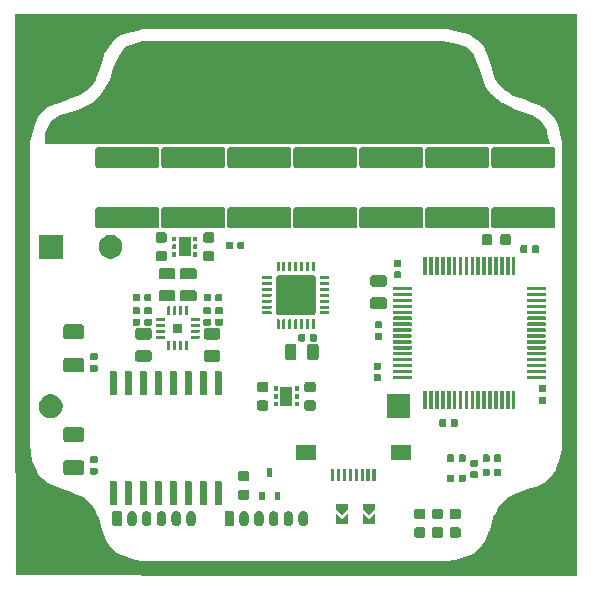
<source format=gbr>
G04 #@! TF.GenerationSoftware,KiCad,Pcbnew,(5.1.5)-2*
G04 #@! TF.CreationDate,2020-02-05T02:18:03-08:00*
G04 #@! TF.ProjectId,Motor_Gen2,4d6f746f-725f-4476-956e-322e6b696361,rev?*
G04 #@! TF.SameCoordinates,Original*
G04 #@! TF.FileFunction,Soldermask,Bot*
G04 #@! TF.FilePolarity,Negative*
%FSLAX46Y46*%
G04 Gerber Fmt 4.6, Leading zero omitted, Abs format (unit mm)*
G04 Created by KiCad (PCBNEW (5.1.5)-2) date 2020-02-05 02:18:03*
%MOMM*%
%LPD*%
G04 APERTURE LIST*
%ADD10C,0.100000*%
G04 APERTURE END LIST*
D10*
G36*
X123800000Y-123800000D02*
G01*
X123797478Y-123799995D01*
X123797475Y-123799995D01*
X97605392Y-123744853D01*
X76300000Y-123700000D01*
X76263497Y-106361276D01*
X76222750Y-87006253D01*
X77500000Y-87006253D01*
X77500000Y-112696393D01*
X77500511Y-112703577D01*
X77599913Y-113399391D01*
X77600093Y-113400558D01*
X77698994Y-113993963D01*
X77702410Y-114005623D01*
X77999415Y-114698635D01*
X78000671Y-114701342D01*
X78296314Y-115292628D01*
X78301619Y-115301056D01*
X78305830Y-115305830D01*
X78597447Y-115597447D01*
X78602888Y-115602166D01*
X78996334Y-115897250D01*
X79004095Y-115902047D01*
X79200853Y-116000427D01*
X79397619Y-116098809D01*
X79402484Y-116100931D01*
X80199136Y-116399676D01*
X80200909Y-116400303D01*
X80800000Y-116600000D01*
X80800408Y-116600153D01*
X81333334Y-116800000D01*
X81600000Y-116900000D01*
X81601186Y-116900593D01*
X81997369Y-117098684D01*
X81997372Y-117098686D01*
X82000000Y-117100000D01*
X82600000Y-117600000D01*
X82649771Y-117674657D01*
X82998710Y-118198064D01*
X82998713Y-118198069D01*
X83000000Y-118200000D01*
X83000913Y-118202130D01*
X83000915Y-118202134D01*
X83192174Y-118648405D01*
X83300000Y-118900000D01*
X83499697Y-119499091D01*
X83500324Y-119500864D01*
X83800000Y-120300000D01*
X83997135Y-120891405D01*
X84001195Y-120900498D01*
X84005660Y-120907075D01*
X84396474Y-121395593D01*
X84404407Y-121403526D01*
X84895797Y-121796637D01*
X84904813Y-121802406D01*
X85496772Y-122098386D01*
X85503426Y-122101142D01*
X86097521Y-122299174D01*
X86102553Y-122300567D01*
X86994555Y-122498790D01*
X87005575Y-122500000D01*
X112696835Y-122500000D01*
X112703136Y-122499608D01*
X113496960Y-122400380D01*
X113502980Y-122399255D01*
X114296048Y-122200988D01*
X114303738Y-122198398D01*
X114993664Y-121902715D01*
X115005387Y-121895690D01*
X115494495Y-121504404D01*
X115504098Y-121494263D01*
X115997683Y-120803243D01*
X116001782Y-120796435D01*
X116397751Y-120004499D01*
X116401324Y-119995147D01*
X116435796Y-119868750D01*
X116700000Y-118900000D01*
X116737795Y-118814962D01*
X116910182Y-118427091D01*
X117100000Y-118000000D01*
X117900000Y-117200000D01*
X117917567Y-117189962D01*
X118598229Y-116801012D01*
X118600000Y-116800000D01*
X118601903Y-116799286D01*
X118601906Y-116799285D01*
X119399592Y-116500153D01*
X119400000Y-116500000D01*
X119849210Y-116350263D01*
X120297989Y-116200670D01*
X120301936Y-116199170D01*
X120993664Y-115902715D01*
X121005387Y-115895690D01*
X121494495Y-115504404D01*
X121504098Y-115494263D01*
X121529129Y-115459220D01*
X121996119Y-114805434D01*
X122002345Y-114793748D01*
X122028800Y-114723202D01*
X122224821Y-114200477D01*
X122298557Y-114003847D01*
X122300805Y-113995973D01*
X122499014Y-113004930D01*
X122500000Y-112994967D01*
X122500000Y-87005380D01*
X122498872Y-86994736D01*
X122201035Y-85604832D01*
X122198056Y-85595465D01*
X121903853Y-84908990D01*
X121899052Y-84900266D01*
X121893081Y-84893081D01*
X121304811Y-84304811D01*
X121294094Y-84296625D01*
X120604364Y-83902493D01*
X120595231Y-83898410D01*
X120000000Y-83700000D01*
X119998504Y-83699359D01*
X119301936Y-83400830D01*
X119297989Y-83399330D01*
X118403212Y-83101071D01*
X118403210Y-83101070D01*
X118400000Y-83100000D01*
X118097486Y-82898324D01*
X117800926Y-82700618D01*
X117800916Y-82700610D01*
X117800000Y-82700000D01*
X117300000Y-82300000D01*
X116900000Y-81700000D01*
X116808515Y-81471288D01*
X116700479Y-81201198D01*
X116700478Y-81201195D01*
X116700000Y-81200000D01*
X116500304Y-80501064D01*
X116499652Y-80498956D01*
X116201142Y-79603426D01*
X116198386Y-79596772D01*
X115902406Y-79004813D01*
X115896637Y-78995797D01*
X115504404Y-78505505D01*
X115494263Y-78495902D01*
X115099088Y-78213634D01*
X114806213Y-78004438D01*
X114797584Y-77999473D01*
X114792759Y-77997586D01*
X114201044Y-77800348D01*
X114198936Y-77799696D01*
X113503334Y-77600953D01*
X113496566Y-77599509D01*
X112803577Y-77500511D01*
X112796393Y-77500000D01*
X87006253Y-77500000D01*
X86993932Y-77501517D01*
X86600000Y-77600000D01*
X86599438Y-77600112D01*
X86599422Y-77600116D01*
X86101170Y-77699766D01*
X86098812Y-77700297D01*
X85703344Y-77799164D01*
X85696805Y-77801278D01*
X85203780Y-77998488D01*
X85196510Y-78002094D01*
X84705360Y-78296784D01*
X84695576Y-78304424D01*
X84403557Y-78596443D01*
X84397210Y-78604185D01*
X84001756Y-79197366D01*
X83998587Y-79202826D01*
X83802494Y-79595013D01*
X83798648Y-79605410D01*
X83762830Y-79748682D01*
X83700000Y-80000000D01*
X83500000Y-80600000D01*
X83200324Y-81399136D01*
X83199697Y-81400909D01*
X83100000Y-81700000D01*
X83062346Y-81756481D01*
X82900618Y-81999074D01*
X82900610Y-81999084D01*
X82900000Y-82000000D01*
X82899310Y-82000862D01*
X82899306Y-82000868D01*
X82700000Y-82250000D01*
X82500000Y-82500000D01*
X82000000Y-82900000D01*
X81600000Y-83100000D01*
X81598286Y-83100571D01*
X81598282Y-83100573D01*
X81001422Y-83299526D01*
X80998620Y-83300552D01*
X80000000Y-83700000D01*
X79998324Y-83700419D01*
X79605410Y-83798648D01*
X79595013Y-83802494D01*
X79004095Y-84097953D01*
X78996334Y-84102750D01*
X78605160Y-84396130D01*
X78595972Y-84405035D01*
X78204094Y-84894883D01*
X78197340Y-84905986D01*
X77801791Y-85795971D01*
X77798930Y-85804281D01*
X77501517Y-86993932D01*
X77500000Y-87006253D01*
X76222750Y-87006253D01*
X76200005Y-76202496D01*
X76200005Y-76202491D01*
X76200000Y-76200000D01*
X123800000Y-76200000D01*
X123800000Y-123800000D01*
G37*
G36*
X112320922Y-119653956D02*
G01*
X112357144Y-119664944D01*
X112390534Y-119682791D01*
X112419795Y-119706805D01*
X112443809Y-119736066D01*
X112461656Y-119769456D01*
X112472644Y-119805678D01*
X112476600Y-119845841D01*
X112476600Y-120329159D01*
X112472644Y-120369322D01*
X112461656Y-120405544D01*
X112443809Y-120438934D01*
X112419795Y-120468195D01*
X112390534Y-120492209D01*
X112357144Y-120510056D01*
X112320922Y-120521044D01*
X112280759Y-120525000D01*
X111722441Y-120525000D01*
X111682278Y-120521044D01*
X111646056Y-120510056D01*
X111612666Y-120492209D01*
X111583405Y-120468195D01*
X111559391Y-120438934D01*
X111541544Y-120405544D01*
X111530556Y-120369322D01*
X111526600Y-120329159D01*
X111526600Y-119845841D01*
X111530556Y-119805678D01*
X111541544Y-119769456D01*
X111559391Y-119736066D01*
X111583405Y-119706805D01*
X111612666Y-119682791D01*
X111646056Y-119664944D01*
X111682278Y-119653956D01*
X111722441Y-119650000D01*
X112280759Y-119650000D01*
X112320922Y-119653956D01*
G37*
G36*
X113820922Y-119653956D02*
G01*
X113857144Y-119664944D01*
X113890534Y-119682791D01*
X113919795Y-119706805D01*
X113943809Y-119736066D01*
X113961656Y-119769456D01*
X113972644Y-119805678D01*
X113976600Y-119845841D01*
X113976600Y-120329159D01*
X113972644Y-120369322D01*
X113961656Y-120405544D01*
X113943809Y-120438934D01*
X113919795Y-120468195D01*
X113890534Y-120492209D01*
X113857144Y-120510056D01*
X113820922Y-120521044D01*
X113780759Y-120525000D01*
X113222441Y-120525000D01*
X113182278Y-120521044D01*
X113146056Y-120510056D01*
X113112666Y-120492209D01*
X113083405Y-120468195D01*
X113059391Y-120438934D01*
X113041544Y-120405544D01*
X113030556Y-120369322D01*
X113026600Y-120329159D01*
X113026600Y-119845841D01*
X113030556Y-119805678D01*
X113041544Y-119769456D01*
X113059391Y-119736066D01*
X113083405Y-119706805D01*
X113112666Y-119682791D01*
X113146056Y-119664944D01*
X113182278Y-119653956D01*
X113222441Y-119650000D01*
X113780759Y-119650000D01*
X113820922Y-119653956D01*
G37*
G36*
X110820922Y-119653956D02*
G01*
X110857144Y-119664944D01*
X110890534Y-119682791D01*
X110919795Y-119706805D01*
X110943809Y-119736066D01*
X110961656Y-119769456D01*
X110972644Y-119805678D01*
X110976600Y-119845841D01*
X110976600Y-120329159D01*
X110972644Y-120369322D01*
X110961656Y-120405544D01*
X110943809Y-120438934D01*
X110919795Y-120468195D01*
X110890534Y-120492209D01*
X110857144Y-120510056D01*
X110820922Y-120521044D01*
X110780759Y-120525000D01*
X110222441Y-120525000D01*
X110182278Y-120521044D01*
X110146056Y-120510056D01*
X110112666Y-120492209D01*
X110083405Y-120468195D01*
X110059391Y-120438934D01*
X110041544Y-120405544D01*
X110030556Y-120369322D01*
X110026600Y-120329159D01*
X110026600Y-119845841D01*
X110030556Y-119805678D01*
X110041544Y-119769456D01*
X110059391Y-119736066D01*
X110083405Y-119706805D01*
X110112666Y-119682791D01*
X110146056Y-119664944D01*
X110182278Y-119653956D01*
X110222441Y-119650000D01*
X110780759Y-119650000D01*
X110820922Y-119653956D01*
G37*
G36*
X99453409Y-118255787D02*
G01*
X99453412Y-118255788D01*
X99453413Y-118255788D01*
X99528813Y-118278660D01*
X99598302Y-118315803D01*
X99598305Y-118315805D01*
X99598306Y-118315806D01*
X99626430Y-118338886D01*
X99659211Y-118365789D01*
X99709197Y-118426697D01*
X99746340Y-118496186D01*
X99769212Y-118571586D01*
X99769213Y-118571590D01*
X99775000Y-118630348D01*
X99775000Y-119169652D01*
X99769213Y-119228410D01*
X99769212Y-119228413D01*
X99769212Y-119228414D01*
X99746340Y-119303814D01*
X99709197Y-119373303D01*
X99659211Y-119434211D01*
X99598303Y-119484197D01*
X99528814Y-119521340D01*
X99453414Y-119544212D01*
X99453413Y-119544212D01*
X99453410Y-119544213D01*
X99375000Y-119551936D01*
X99296591Y-119544213D01*
X99296588Y-119544212D01*
X99296587Y-119544212D01*
X99221187Y-119521340D01*
X99151698Y-119484197D01*
X99090790Y-119434211D01*
X99040804Y-119373303D01*
X99003661Y-119303814D01*
X98980789Y-119228414D01*
X98980789Y-119228413D01*
X98980788Y-119228410D01*
X98975001Y-119169652D01*
X98975000Y-118630348D01*
X98980787Y-118571591D01*
X98980788Y-118571587D01*
X99003660Y-118496187D01*
X99040803Y-118426698D01*
X99040806Y-118426694D01*
X99090787Y-118365791D01*
X99090792Y-118365787D01*
X99151697Y-118315803D01*
X99221186Y-118278660D01*
X99296586Y-118255788D01*
X99296587Y-118255788D01*
X99296590Y-118255787D01*
X99375000Y-118248064D01*
X99453409Y-118255787D01*
G37*
G36*
X98203409Y-118255787D02*
G01*
X98203412Y-118255788D01*
X98203413Y-118255788D01*
X98278813Y-118278660D01*
X98348302Y-118315803D01*
X98348305Y-118315805D01*
X98348306Y-118315806D01*
X98376430Y-118338886D01*
X98409211Y-118365789D01*
X98459197Y-118426697D01*
X98496340Y-118496186D01*
X98519212Y-118571586D01*
X98519213Y-118571590D01*
X98525000Y-118630348D01*
X98525000Y-119169652D01*
X98519213Y-119228410D01*
X98519212Y-119228413D01*
X98519212Y-119228414D01*
X98496340Y-119303814D01*
X98459197Y-119373303D01*
X98409211Y-119434211D01*
X98348303Y-119484197D01*
X98278814Y-119521340D01*
X98203414Y-119544212D01*
X98203413Y-119544212D01*
X98203410Y-119544213D01*
X98125000Y-119551936D01*
X98046591Y-119544213D01*
X98046588Y-119544212D01*
X98046587Y-119544212D01*
X97971187Y-119521340D01*
X97901698Y-119484197D01*
X97840790Y-119434211D01*
X97790804Y-119373303D01*
X97753661Y-119303814D01*
X97730789Y-119228414D01*
X97730789Y-119228413D01*
X97730788Y-119228410D01*
X97725001Y-119169652D01*
X97725000Y-118630348D01*
X97730787Y-118571591D01*
X97730788Y-118571587D01*
X97753660Y-118496187D01*
X97790803Y-118426698D01*
X97790806Y-118426694D01*
X97840787Y-118365791D01*
X97840792Y-118365787D01*
X97901697Y-118315803D01*
X97971186Y-118278660D01*
X98046586Y-118255788D01*
X98046587Y-118255788D01*
X98046590Y-118255787D01*
X98125000Y-118248064D01*
X98203409Y-118255787D01*
G37*
G36*
X100703409Y-118255787D02*
G01*
X100703412Y-118255788D01*
X100703413Y-118255788D01*
X100778813Y-118278660D01*
X100848302Y-118315803D01*
X100848305Y-118315805D01*
X100848306Y-118315806D01*
X100876430Y-118338886D01*
X100909211Y-118365789D01*
X100959197Y-118426697D01*
X100996340Y-118496186D01*
X101019212Y-118571586D01*
X101019213Y-118571590D01*
X101025000Y-118630348D01*
X101025000Y-119169652D01*
X101019213Y-119228410D01*
X101019212Y-119228413D01*
X101019212Y-119228414D01*
X100996340Y-119303814D01*
X100959197Y-119373303D01*
X100909211Y-119434211D01*
X100848303Y-119484197D01*
X100778814Y-119521340D01*
X100703414Y-119544212D01*
X100703413Y-119544212D01*
X100703410Y-119544213D01*
X100625000Y-119551936D01*
X100546591Y-119544213D01*
X100546588Y-119544212D01*
X100546587Y-119544212D01*
X100471187Y-119521340D01*
X100401698Y-119484197D01*
X100340790Y-119434211D01*
X100290804Y-119373303D01*
X100253661Y-119303814D01*
X100230789Y-119228414D01*
X100230789Y-119228413D01*
X100230788Y-119228410D01*
X100225001Y-119169652D01*
X100225000Y-118630348D01*
X100230787Y-118571591D01*
X100230788Y-118571587D01*
X100253660Y-118496187D01*
X100290803Y-118426698D01*
X100290806Y-118426694D01*
X100340787Y-118365791D01*
X100340792Y-118365787D01*
X100401697Y-118315803D01*
X100471186Y-118278660D01*
X100546586Y-118255788D01*
X100546587Y-118255788D01*
X100546590Y-118255787D01*
X100625000Y-118248064D01*
X100703409Y-118255787D01*
G37*
G36*
X96953409Y-118255787D02*
G01*
X96953412Y-118255788D01*
X96953413Y-118255788D01*
X97028813Y-118278660D01*
X97098302Y-118315803D01*
X97098305Y-118315805D01*
X97098306Y-118315806D01*
X97126430Y-118338886D01*
X97159211Y-118365789D01*
X97209197Y-118426697D01*
X97246340Y-118496186D01*
X97269212Y-118571586D01*
X97269213Y-118571590D01*
X97275000Y-118630348D01*
X97275000Y-119169652D01*
X97269213Y-119228410D01*
X97269212Y-119228413D01*
X97269212Y-119228414D01*
X97246340Y-119303814D01*
X97209197Y-119373303D01*
X97159211Y-119434211D01*
X97098303Y-119484197D01*
X97028814Y-119521340D01*
X96953414Y-119544212D01*
X96953413Y-119544212D01*
X96953410Y-119544213D01*
X96875000Y-119551936D01*
X96796591Y-119544213D01*
X96796588Y-119544212D01*
X96796587Y-119544212D01*
X96721187Y-119521340D01*
X96651698Y-119484197D01*
X96590790Y-119434211D01*
X96540804Y-119373303D01*
X96503661Y-119303814D01*
X96480789Y-119228414D01*
X96480789Y-119228413D01*
X96480788Y-119228410D01*
X96475001Y-119169652D01*
X96475000Y-118630348D01*
X96480787Y-118571591D01*
X96480788Y-118571587D01*
X96503660Y-118496187D01*
X96540803Y-118426698D01*
X96540806Y-118426694D01*
X96590787Y-118365791D01*
X96590792Y-118365787D01*
X96651697Y-118315803D01*
X96721186Y-118278660D01*
X96796586Y-118255788D01*
X96796587Y-118255788D01*
X96796590Y-118255787D01*
X96875000Y-118248064D01*
X96953409Y-118255787D01*
G37*
G36*
X95703409Y-118255787D02*
G01*
X95703412Y-118255788D01*
X95703413Y-118255788D01*
X95778813Y-118278660D01*
X95848302Y-118315803D01*
X95848305Y-118315805D01*
X95848306Y-118315806D01*
X95876430Y-118338886D01*
X95909211Y-118365789D01*
X95959197Y-118426697D01*
X95996340Y-118496186D01*
X96019212Y-118571586D01*
X96019213Y-118571590D01*
X96025000Y-118630348D01*
X96025000Y-119169652D01*
X96019213Y-119228410D01*
X96019212Y-119228413D01*
X96019212Y-119228414D01*
X95996340Y-119303814D01*
X95959197Y-119373303D01*
X95909211Y-119434211D01*
X95848303Y-119484197D01*
X95778814Y-119521340D01*
X95703414Y-119544212D01*
X95703413Y-119544212D01*
X95703410Y-119544213D01*
X95625000Y-119551936D01*
X95546591Y-119544213D01*
X95546588Y-119544212D01*
X95546587Y-119544212D01*
X95471187Y-119521340D01*
X95401698Y-119484197D01*
X95340790Y-119434211D01*
X95290804Y-119373303D01*
X95253661Y-119303814D01*
X95230789Y-119228414D01*
X95230789Y-119228413D01*
X95230788Y-119228410D01*
X95225001Y-119169652D01*
X95225000Y-118630348D01*
X95230787Y-118571591D01*
X95230788Y-118571587D01*
X95253660Y-118496187D01*
X95290803Y-118426698D01*
X95290806Y-118426694D01*
X95340787Y-118365791D01*
X95340792Y-118365787D01*
X95401697Y-118315803D01*
X95471186Y-118278660D01*
X95546586Y-118255788D01*
X95546587Y-118255788D01*
X95546590Y-118255787D01*
X95625000Y-118248064D01*
X95703409Y-118255787D01*
G37*
G36*
X89953409Y-118255787D02*
G01*
X89953412Y-118255788D01*
X89953413Y-118255788D01*
X90028813Y-118278660D01*
X90098302Y-118315803D01*
X90098305Y-118315805D01*
X90098306Y-118315806D01*
X90126430Y-118338886D01*
X90159211Y-118365789D01*
X90209197Y-118426697D01*
X90246340Y-118496186D01*
X90269212Y-118571586D01*
X90269213Y-118571590D01*
X90275000Y-118630348D01*
X90275000Y-119169652D01*
X90269213Y-119228410D01*
X90269212Y-119228413D01*
X90269212Y-119228414D01*
X90246340Y-119303814D01*
X90209197Y-119373303D01*
X90159211Y-119434211D01*
X90098303Y-119484197D01*
X90028814Y-119521340D01*
X89953414Y-119544212D01*
X89953413Y-119544212D01*
X89953410Y-119544213D01*
X89875000Y-119551936D01*
X89796591Y-119544213D01*
X89796588Y-119544212D01*
X89796587Y-119544212D01*
X89721187Y-119521340D01*
X89651698Y-119484197D01*
X89590790Y-119434211D01*
X89540804Y-119373303D01*
X89503661Y-119303814D01*
X89480789Y-119228414D01*
X89480789Y-119228413D01*
X89480788Y-119228410D01*
X89475001Y-119169652D01*
X89475000Y-118630348D01*
X89480787Y-118571591D01*
X89480788Y-118571587D01*
X89503660Y-118496187D01*
X89540803Y-118426698D01*
X89540806Y-118426694D01*
X89590787Y-118365791D01*
X89590792Y-118365787D01*
X89651697Y-118315803D01*
X89721186Y-118278660D01*
X89796586Y-118255788D01*
X89796587Y-118255788D01*
X89796590Y-118255787D01*
X89875000Y-118248064D01*
X89953409Y-118255787D01*
G37*
G36*
X88703409Y-118255787D02*
G01*
X88703412Y-118255788D01*
X88703413Y-118255788D01*
X88778813Y-118278660D01*
X88848302Y-118315803D01*
X88848305Y-118315805D01*
X88848306Y-118315806D01*
X88876430Y-118338886D01*
X88909211Y-118365789D01*
X88959197Y-118426697D01*
X88996340Y-118496186D01*
X89019212Y-118571586D01*
X89019213Y-118571590D01*
X89025000Y-118630348D01*
X89025000Y-119169652D01*
X89019213Y-119228410D01*
X89019212Y-119228413D01*
X89019212Y-119228414D01*
X88996340Y-119303814D01*
X88959197Y-119373303D01*
X88909211Y-119434211D01*
X88848303Y-119484197D01*
X88778814Y-119521340D01*
X88703414Y-119544212D01*
X88703413Y-119544212D01*
X88703410Y-119544213D01*
X88625000Y-119551936D01*
X88546591Y-119544213D01*
X88546588Y-119544212D01*
X88546587Y-119544212D01*
X88471187Y-119521340D01*
X88401698Y-119484197D01*
X88340790Y-119434211D01*
X88290804Y-119373303D01*
X88253661Y-119303814D01*
X88230789Y-119228414D01*
X88230789Y-119228413D01*
X88230788Y-119228410D01*
X88225001Y-119169652D01*
X88225000Y-118630348D01*
X88230787Y-118571591D01*
X88230788Y-118571587D01*
X88253660Y-118496187D01*
X88290803Y-118426698D01*
X88290806Y-118426694D01*
X88340787Y-118365791D01*
X88340792Y-118365787D01*
X88401697Y-118315803D01*
X88471186Y-118278660D01*
X88546586Y-118255788D01*
X88546587Y-118255788D01*
X88546590Y-118255787D01*
X88625000Y-118248064D01*
X88703409Y-118255787D01*
G37*
G36*
X87453409Y-118255787D02*
G01*
X87453412Y-118255788D01*
X87453413Y-118255788D01*
X87528813Y-118278660D01*
X87598302Y-118315803D01*
X87598305Y-118315805D01*
X87598306Y-118315806D01*
X87626430Y-118338886D01*
X87659211Y-118365789D01*
X87709197Y-118426697D01*
X87746340Y-118496186D01*
X87769212Y-118571586D01*
X87769213Y-118571590D01*
X87775000Y-118630348D01*
X87775000Y-119169652D01*
X87769213Y-119228410D01*
X87769212Y-119228413D01*
X87769212Y-119228414D01*
X87746340Y-119303814D01*
X87709197Y-119373303D01*
X87659211Y-119434211D01*
X87598303Y-119484197D01*
X87528814Y-119521340D01*
X87453414Y-119544212D01*
X87453413Y-119544212D01*
X87453410Y-119544213D01*
X87375000Y-119551936D01*
X87296591Y-119544213D01*
X87296588Y-119544212D01*
X87296587Y-119544212D01*
X87221187Y-119521340D01*
X87151698Y-119484197D01*
X87090790Y-119434211D01*
X87040804Y-119373303D01*
X87003661Y-119303814D01*
X86980789Y-119228414D01*
X86980789Y-119228413D01*
X86980788Y-119228410D01*
X86975001Y-119169652D01*
X86975000Y-118630348D01*
X86980787Y-118571591D01*
X86980788Y-118571587D01*
X87003660Y-118496187D01*
X87040803Y-118426698D01*
X87040806Y-118426694D01*
X87090787Y-118365791D01*
X87090792Y-118365787D01*
X87151697Y-118315803D01*
X87221186Y-118278660D01*
X87296586Y-118255788D01*
X87296587Y-118255788D01*
X87296590Y-118255787D01*
X87375000Y-118248064D01*
X87453409Y-118255787D01*
G37*
G36*
X86203409Y-118255787D02*
G01*
X86203412Y-118255788D01*
X86203413Y-118255788D01*
X86278813Y-118278660D01*
X86348302Y-118315803D01*
X86348305Y-118315805D01*
X86348306Y-118315806D01*
X86376430Y-118338886D01*
X86409211Y-118365789D01*
X86459197Y-118426697D01*
X86496340Y-118496186D01*
X86519212Y-118571586D01*
X86519213Y-118571590D01*
X86525000Y-118630348D01*
X86525000Y-119169652D01*
X86519213Y-119228410D01*
X86519212Y-119228413D01*
X86519212Y-119228414D01*
X86496340Y-119303814D01*
X86459197Y-119373303D01*
X86409211Y-119434211D01*
X86348303Y-119484197D01*
X86278814Y-119521340D01*
X86203414Y-119544212D01*
X86203413Y-119544212D01*
X86203410Y-119544213D01*
X86125000Y-119551936D01*
X86046591Y-119544213D01*
X86046588Y-119544212D01*
X86046587Y-119544212D01*
X85971187Y-119521340D01*
X85901698Y-119484197D01*
X85840790Y-119434211D01*
X85790804Y-119373303D01*
X85753661Y-119303814D01*
X85730789Y-119228414D01*
X85730789Y-119228413D01*
X85730788Y-119228410D01*
X85725001Y-119169652D01*
X85725000Y-118630348D01*
X85730787Y-118571591D01*
X85730788Y-118571587D01*
X85753660Y-118496187D01*
X85790803Y-118426698D01*
X85790806Y-118426694D01*
X85840787Y-118365791D01*
X85840792Y-118365787D01*
X85901697Y-118315803D01*
X85971186Y-118278660D01*
X86046586Y-118255788D01*
X86046587Y-118255788D01*
X86046590Y-118255787D01*
X86125000Y-118248064D01*
X86203409Y-118255787D01*
G37*
G36*
X91203409Y-118255787D02*
G01*
X91203412Y-118255788D01*
X91203413Y-118255788D01*
X91278813Y-118278660D01*
X91348302Y-118315803D01*
X91348305Y-118315805D01*
X91348306Y-118315806D01*
X91376430Y-118338886D01*
X91409211Y-118365789D01*
X91459197Y-118426697D01*
X91496340Y-118496186D01*
X91519212Y-118571586D01*
X91519213Y-118571590D01*
X91525000Y-118630348D01*
X91525000Y-119169652D01*
X91519213Y-119228410D01*
X91519212Y-119228413D01*
X91519212Y-119228414D01*
X91496340Y-119303814D01*
X91459197Y-119373303D01*
X91409211Y-119434211D01*
X91348303Y-119484197D01*
X91278814Y-119521340D01*
X91203414Y-119544212D01*
X91203413Y-119544212D01*
X91203410Y-119544213D01*
X91125000Y-119551936D01*
X91046591Y-119544213D01*
X91046588Y-119544212D01*
X91046587Y-119544212D01*
X90971187Y-119521340D01*
X90901698Y-119484197D01*
X90840790Y-119434211D01*
X90790804Y-119373303D01*
X90753661Y-119303814D01*
X90730789Y-119228414D01*
X90730789Y-119228413D01*
X90730788Y-119228410D01*
X90725001Y-119169652D01*
X90725000Y-118630348D01*
X90730787Y-118571591D01*
X90730788Y-118571587D01*
X90753660Y-118496187D01*
X90790803Y-118426698D01*
X90790806Y-118426694D01*
X90840787Y-118365791D01*
X90840792Y-118365787D01*
X90901697Y-118315803D01*
X90971186Y-118278660D01*
X91046586Y-118255788D01*
X91046587Y-118255788D01*
X91046590Y-118255787D01*
X91125000Y-118248064D01*
X91203409Y-118255787D01*
G37*
G36*
X85134411Y-118253595D02*
G01*
X85167125Y-118263519D01*
X85197266Y-118279630D01*
X85223687Y-118301313D01*
X85245370Y-118327734D01*
X85261481Y-118357875D01*
X85271405Y-118390589D01*
X85275000Y-118427091D01*
X85275000Y-119372909D01*
X85271405Y-119409411D01*
X85261481Y-119442125D01*
X85245370Y-119472266D01*
X85223687Y-119498687D01*
X85197266Y-119520370D01*
X85167125Y-119536481D01*
X85134411Y-119546405D01*
X85097909Y-119550000D01*
X84652091Y-119550000D01*
X84615589Y-119546405D01*
X84582875Y-119536481D01*
X84552734Y-119520370D01*
X84526313Y-119498687D01*
X84504630Y-119472266D01*
X84488519Y-119442125D01*
X84478595Y-119409411D01*
X84475000Y-119372909D01*
X84475000Y-118427091D01*
X84478595Y-118390589D01*
X84488519Y-118357875D01*
X84504630Y-118327734D01*
X84526313Y-118301313D01*
X84552734Y-118279630D01*
X84582875Y-118263519D01*
X84615589Y-118253595D01*
X84652091Y-118250000D01*
X85097909Y-118250000D01*
X85134411Y-118253595D01*
G37*
G36*
X94634411Y-118253595D02*
G01*
X94667125Y-118263519D01*
X94697266Y-118279630D01*
X94723687Y-118301313D01*
X94745370Y-118327734D01*
X94761481Y-118357875D01*
X94771405Y-118390589D01*
X94775000Y-118427091D01*
X94775000Y-119372909D01*
X94771405Y-119409411D01*
X94761481Y-119442125D01*
X94745370Y-119472266D01*
X94723687Y-119498687D01*
X94697266Y-119520370D01*
X94667125Y-119536481D01*
X94634411Y-119546405D01*
X94597909Y-119550000D01*
X94152091Y-119550000D01*
X94115589Y-119546405D01*
X94082875Y-119536481D01*
X94052734Y-119520370D01*
X94026313Y-119498687D01*
X94004630Y-119472266D01*
X93988519Y-119442125D01*
X93978595Y-119409411D01*
X93975000Y-119372909D01*
X93975000Y-118427091D01*
X93978595Y-118390589D01*
X93988519Y-118357875D01*
X94004630Y-118327734D01*
X94026313Y-118301313D01*
X94052734Y-118279630D01*
X94082875Y-118263519D01*
X94115589Y-118253595D01*
X94152091Y-118250000D01*
X94597909Y-118250000D01*
X94634411Y-118253595D01*
G37*
G36*
X104400246Y-118452493D02*
G01*
X104400246Y-119347507D01*
X104400001Y-119349999D01*
X104400000Y-119349999D01*
X104400000Y-119350000D01*
X104399999Y-119350001D01*
X104397507Y-119350246D01*
X103402493Y-119350246D01*
X103400001Y-119350001D01*
X103400002Y-119350001D01*
X103400001Y-119350000D01*
X103400000Y-119350000D01*
X103400000Y-119349999D01*
X103399999Y-119349999D01*
X103399754Y-119347507D01*
X103399754Y-118452493D01*
X103400000Y-118450001D01*
X103400000Y-118450000D01*
X103401943Y-118451595D01*
X103864080Y-118913732D01*
X103871778Y-118920050D01*
X103880560Y-118924744D01*
X103890090Y-118927635D01*
X103900000Y-118928611D01*
X103909910Y-118927635D01*
X103919440Y-118924744D01*
X103928222Y-118920050D01*
X103935920Y-118913732D01*
X104398057Y-118451595D01*
X104400000Y-118450000D01*
X104400246Y-118452493D01*
G37*
G36*
X106700000Y-118450001D02*
G01*
X106700246Y-118452493D01*
X106700246Y-119347507D01*
X106700001Y-119349999D01*
X106700000Y-119350000D01*
X106699999Y-119350000D01*
X106699999Y-119350001D01*
X106697507Y-119350246D01*
X105702493Y-119350246D01*
X105700001Y-119350001D01*
X105700002Y-119350001D01*
X105700000Y-119350000D01*
X105700000Y-119349999D01*
X105699999Y-119349999D01*
X105699754Y-119347507D01*
X105699754Y-118452493D01*
X105700000Y-118450001D01*
X105700000Y-118450000D01*
X105701943Y-118451595D01*
X106164080Y-118913732D01*
X106171778Y-118920050D01*
X106180560Y-118924744D01*
X106190090Y-118927635D01*
X106200000Y-118928611D01*
X106209910Y-118927635D01*
X106219440Y-118924744D01*
X106228222Y-118920050D01*
X106235920Y-118913732D01*
X106698057Y-118451595D01*
X106700000Y-118450000D01*
X106700000Y-118450001D01*
G37*
G36*
X113820922Y-118078956D02*
G01*
X113857144Y-118089944D01*
X113890534Y-118107791D01*
X113919795Y-118131805D01*
X113943809Y-118161066D01*
X113961656Y-118194456D01*
X113972644Y-118230678D01*
X113976600Y-118270841D01*
X113976600Y-118754159D01*
X113972644Y-118794322D01*
X113961656Y-118830544D01*
X113943809Y-118863934D01*
X113919795Y-118893195D01*
X113890534Y-118917209D01*
X113857144Y-118935056D01*
X113820922Y-118946044D01*
X113780759Y-118950000D01*
X113222441Y-118950000D01*
X113182278Y-118946044D01*
X113146056Y-118935056D01*
X113112666Y-118917209D01*
X113083405Y-118893195D01*
X113059391Y-118863934D01*
X113041544Y-118830544D01*
X113030556Y-118794322D01*
X113026600Y-118754159D01*
X113026600Y-118270841D01*
X113030556Y-118230678D01*
X113041544Y-118194456D01*
X113059391Y-118161066D01*
X113083405Y-118131805D01*
X113112666Y-118107791D01*
X113146056Y-118089944D01*
X113182278Y-118078956D01*
X113222441Y-118075000D01*
X113780759Y-118075000D01*
X113820922Y-118078956D01*
G37*
G36*
X112320922Y-118078956D02*
G01*
X112357144Y-118089944D01*
X112390534Y-118107791D01*
X112419795Y-118131805D01*
X112443809Y-118161066D01*
X112461656Y-118194456D01*
X112472644Y-118230678D01*
X112476600Y-118270841D01*
X112476600Y-118754159D01*
X112472644Y-118794322D01*
X112461656Y-118830544D01*
X112443809Y-118863934D01*
X112419795Y-118893195D01*
X112390534Y-118917209D01*
X112357144Y-118935056D01*
X112320922Y-118946044D01*
X112280759Y-118950000D01*
X111722441Y-118950000D01*
X111682278Y-118946044D01*
X111646056Y-118935056D01*
X111612666Y-118917209D01*
X111583405Y-118893195D01*
X111559391Y-118863934D01*
X111541544Y-118830544D01*
X111530556Y-118794322D01*
X111526600Y-118754159D01*
X111526600Y-118270841D01*
X111530556Y-118230678D01*
X111541544Y-118194456D01*
X111559391Y-118161066D01*
X111583405Y-118131805D01*
X111612666Y-118107791D01*
X111646056Y-118089944D01*
X111682278Y-118078956D01*
X111722441Y-118075000D01*
X112280759Y-118075000D01*
X112320922Y-118078956D01*
G37*
G36*
X110820922Y-118078956D02*
G01*
X110857144Y-118089944D01*
X110890534Y-118107791D01*
X110919795Y-118131805D01*
X110943809Y-118161066D01*
X110961656Y-118194456D01*
X110972644Y-118230678D01*
X110976600Y-118270841D01*
X110976600Y-118754159D01*
X110972644Y-118794322D01*
X110961656Y-118830544D01*
X110943809Y-118863934D01*
X110919795Y-118893195D01*
X110890534Y-118917209D01*
X110857144Y-118935056D01*
X110820922Y-118946044D01*
X110780759Y-118950000D01*
X110222441Y-118950000D01*
X110182278Y-118946044D01*
X110146056Y-118935056D01*
X110112666Y-118917209D01*
X110083405Y-118893195D01*
X110059391Y-118863934D01*
X110041544Y-118830544D01*
X110030556Y-118794322D01*
X110026600Y-118754159D01*
X110026600Y-118270841D01*
X110030556Y-118230678D01*
X110041544Y-118194456D01*
X110059391Y-118161066D01*
X110083405Y-118131805D01*
X110112666Y-118107791D01*
X110146056Y-118089944D01*
X110182278Y-118078956D01*
X110222441Y-118075000D01*
X110780759Y-118075000D01*
X110820922Y-118078956D01*
G37*
G36*
X106699999Y-117649999D02*
G01*
X106699999Y-117650000D01*
X106700000Y-117650000D01*
X106700000Y-117650001D01*
X106700246Y-117652493D01*
X106700246Y-118147507D01*
X106700001Y-118149999D01*
X106698405Y-118151943D01*
X106201943Y-118648405D01*
X106200000Y-118650000D01*
X106198057Y-118648405D01*
X105701595Y-118151943D01*
X105699999Y-118149999D01*
X105699754Y-118147507D01*
X105699754Y-117652493D01*
X105700000Y-117650001D01*
X105700000Y-117650000D01*
X105700001Y-117650000D01*
X105700001Y-117649999D01*
X105702493Y-117649754D01*
X106697507Y-117649754D01*
X106699999Y-117649999D01*
G37*
G36*
X104399999Y-117649999D02*
G01*
X104399999Y-117650000D01*
X104400000Y-117650000D01*
X104400000Y-117650001D01*
X104400246Y-117652493D01*
X104400246Y-118147507D01*
X104400001Y-118149999D01*
X104398405Y-118151943D01*
X103901943Y-118648405D01*
X103900005Y-118649995D01*
X103900000Y-118650000D01*
X103898057Y-118648405D01*
X103401595Y-118151943D01*
X103399999Y-118149999D01*
X103399754Y-118147507D01*
X103399754Y-117652493D01*
X103400000Y-117650001D01*
X103400000Y-117650000D01*
X103400001Y-117650000D01*
X103400001Y-117649999D01*
X103402493Y-117649754D01*
X104397507Y-117649754D01*
X104399999Y-117649999D01*
G37*
G36*
X86024657Y-115727634D02*
G01*
X86047991Y-115734713D01*
X86069484Y-115746201D01*
X86088332Y-115761668D01*
X86103799Y-115780516D01*
X86115287Y-115802009D01*
X86122366Y-115825343D01*
X86125000Y-115852091D01*
X86125000Y-117647909D01*
X86122366Y-117674657D01*
X86115287Y-117697991D01*
X86103799Y-117719484D01*
X86088332Y-117738332D01*
X86069484Y-117753799D01*
X86047991Y-117765287D01*
X86024657Y-117772366D01*
X85997909Y-117775000D01*
X85652091Y-117775000D01*
X85625343Y-117772366D01*
X85602009Y-117765287D01*
X85580516Y-117753799D01*
X85561668Y-117738332D01*
X85546201Y-117719484D01*
X85534713Y-117697991D01*
X85527634Y-117674657D01*
X85525000Y-117647909D01*
X85525000Y-115852091D01*
X85527634Y-115825343D01*
X85534713Y-115802009D01*
X85546201Y-115780516D01*
X85561668Y-115761668D01*
X85580516Y-115746201D01*
X85602009Y-115734713D01*
X85625343Y-115727634D01*
X85652091Y-115725000D01*
X85997909Y-115725000D01*
X86024657Y-115727634D01*
G37*
G36*
X84754657Y-115727634D02*
G01*
X84777991Y-115734713D01*
X84799484Y-115746201D01*
X84818332Y-115761668D01*
X84833799Y-115780516D01*
X84845287Y-115802009D01*
X84852366Y-115825343D01*
X84855000Y-115852091D01*
X84855000Y-117647909D01*
X84852366Y-117674657D01*
X84845287Y-117697991D01*
X84833799Y-117719484D01*
X84818332Y-117738332D01*
X84799484Y-117753799D01*
X84777991Y-117765287D01*
X84754657Y-117772366D01*
X84727909Y-117775000D01*
X84382091Y-117775000D01*
X84355343Y-117772366D01*
X84332009Y-117765287D01*
X84310516Y-117753799D01*
X84291668Y-117738332D01*
X84276201Y-117719484D01*
X84264713Y-117697991D01*
X84257634Y-117674657D01*
X84255000Y-117647909D01*
X84255000Y-115852091D01*
X84257634Y-115825343D01*
X84264713Y-115802009D01*
X84276201Y-115780516D01*
X84291668Y-115761668D01*
X84310516Y-115746201D01*
X84332009Y-115734713D01*
X84355343Y-115727634D01*
X84382091Y-115725000D01*
X84727909Y-115725000D01*
X84754657Y-115727634D01*
G37*
G36*
X87294657Y-115727634D02*
G01*
X87317991Y-115734713D01*
X87339484Y-115746201D01*
X87358332Y-115761668D01*
X87373799Y-115780516D01*
X87385287Y-115802009D01*
X87392366Y-115825343D01*
X87395000Y-115852091D01*
X87395000Y-117647909D01*
X87392366Y-117674657D01*
X87385287Y-117697991D01*
X87373799Y-117719484D01*
X87358332Y-117738332D01*
X87339484Y-117753799D01*
X87317991Y-117765287D01*
X87294657Y-117772366D01*
X87267909Y-117775000D01*
X86922091Y-117775000D01*
X86895343Y-117772366D01*
X86872009Y-117765287D01*
X86850516Y-117753799D01*
X86831668Y-117738332D01*
X86816201Y-117719484D01*
X86804713Y-117697991D01*
X86797634Y-117674657D01*
X86795000Y-117647909D01*
X86795000Y-115852091D01*
X86797634Y-115825343D01*
X86804713Y-115802009D01*
X86816201Y-115780516D01*
X86831668Y-115761668D01*
X86850516Y-115746201D01*
X86872009Y-115734713D01*
X86895343Y-115727634D01*
X86922091Y-115725000D01*
X87267909Y-115725000D01*
X87294657Y-115727634D01*
G37*
G36*
X88564657Y-115727634D02*
G01*
X88587991Y-115734713D01*
X88609484Y-115746201D01*
X88628332Y-115761668D01*
X88643799Y-115780516D01*
X88655287Y-115802009D01*
X88662366Y-115825343D01*
X88665000Y-115852091D01*
X88665000Y-117647909D01*
X88662366Y-117674657D01*
X88655287Y-117697991D01*
X88643799Y-117719484D01*
X88628332Y-117738332D01*
X88609484Y-117753799D01*
X88587991Y-117765287D01*
X88564657Y-117772366D01*
X88537909Y-117775000D01*
X88192091Y-117775000D01*
X88165343Y-117772366D01*
X88142009Y-117765287D01*
X88120516Y-117753799D01*
X88101668Y-117738332D01*
X88086201Y-117719484D01*
X88074713Y-117697991D01*
X88067634Y-117674657D01*
X88065000Y-117647909D01*
X88065000Y-115852091D01*
X88067634Y-115825343D01*
X88074713Y-115802009D01*
X88086201Y-115780516D01*
X88101668Y-115761668D01*
X88120516Y-115746201D01*
X88142009Y-115734713D01*
X88165343Y-115727634D01*
X88192091Y-115725000D01*
X88537909Y-115725000D01*
X88564657Y-115727634D01*
G37*
G36*
X89834657Y-115727634D02*
G01*
X89857991Y-115734713D01*
X89879484Y-115746201D01*
X89898332Y-115761668D01*
X89913799Y-115780516D01*
X89925287Y-115802009D01*
X89932366Y-115825343D01*
X89935000Y-115852091D01*
X89935000Y-117647909D01*
X89932366Y-117674657D01*
X89925287Y-117697991D01*
X89913799Y-117719484D01*
X89898332Y-117738332D01*
X89879484Y-117753799D01*
X89857991Y-117765287D01*
X89834657Y-117772366D01*
X89807909Y-117775000D01*
X89462091Y-117775000D01*
X89435343Y-117772366D01*
X89412009Y-117765287D01*
X89390516Y-117753799D01*
X89371668Y-117738332D01*
X89356201Y-117719484D01*
X89344713Y-117697991D01*
X89337634Y-117674657D01*
X89335000Y-117647909D01*
X89335000Y-115852091D01*
X89337634Y-115825343D01*
X89344713Y-115802009D01*
X89356201Y-115780516D01*
X89371668Y-115761668D01*
X89390516Y-115746201D01*
X89412009Y-115734713D01*
X89435343Y-115727634D01*
X89462091Y-115725000D01*
X89807909Y-115725000D01*
X89834657Y-115727634D01*
G37*
G36*
X91104657Y-115727634D02*
G01*
X91127991Y-115734713D01*
X91149484Y-115746201D01*
X91168332Y-115761668D01*
X91183799Y-115780516D01*
X91195287Y-115802009D01*
X91202366Y-115825343D01*
X91205000Y-115852091D01*
X91205000Y-117647909D01*
X91202366Y-117674657D01*
X91195287Y-117697991D01*
X91183799Y-117719484D01*
X91168332Y-117738332D01*
X91149484Y-117753799D01*
X91127991Y-117765287D01*
X91104657Y-117772366D01*
X91077909Y-117775000D01*
X90732091Y-117775000D01*
X90705343Y-117772366D01*
X90682009Y-117765287D01*
X90660516Y-117753799D01*
X90641668Y-117738332D01*
X90626201Y-117719484D01*
X90614713Y-117697991D01*
X90607634Y-117674657D01*
X90605000Y-117647909D01*
X90605000Y-115852091D01*
X90607634Y-115825343D01*
X90614713Y-115802009D01*
X90626201Y-115780516D01*
X90641668Y-115761668D01*
X90660516Y-115746201D01*
X90682009Y-115734713D01*
X90705343Y-115727634D01*
X90732091Y-115725000D01*
X91077909Y-115725000D01*
X91104657Y-115727634D01*
G37*
G36*
X92374657Y-115727634D02*
G01*
X92397991Y-115734713D01*
X92419484Y-115746201D01*
X92438332Y-115761668D01*
X92453799Y-115780516D01*
X92465287Y-115802009D01*
X92472366Y-115825343D01*
X92475000Y-115852091D01*
X92475000Y-117647909D01*
X92472366Y-117674657D01*
X92465287Y-117697991D01*
X92453799Y-117719484D01*
X92438332Y-117738332D01*
X92419484Y-117753799D01*
X92397991Y-117765287D01*
X92374657Y-117772366D01*
X92347909Y-117775000D01*
X92002091Y-117775000D01*
X91975343Y-117772366D01*
X91952009Y-117765287D01*
X91930516Y-117753799D01*
X91911668Y-117738332D01*
X91896201Y-117719484D01*
X91884713Y-117697991D01*
X91877634Y-117674657D01*
X91875000Y-117647909D01*
X91875000Y-115852091D01*
X91877634Y-115825343D01*
X91884713Y-115802009D01*
X91896201Y-115780516D01*
X91911668Y-115761668D01*
X91930516Y-115746201D01*
X91952009Y-115734713D01*
X91975343Y-115727634D01*
X92002091Y-115725000D01*
X92347909Y-115725000D01*
X92374657Y-115727634D01*
G37*
G36*
X93644657Y-115727634D02*
G01*
X93667991Y-115734713D01*
X93689484Y-115746201D01*
X93708332Y-115761668D01*
X93723799Y-115780516D01*
X93735287Y-115802009D01*
X93742366Y-115825343D01*
X93745000Y-115852091D01*
X93745000Y-117647909D01*
X93742366Y-117674657D01*
X93735287Y-117697991D01*
X93723799Y-117719484D01*
X93708332Y-117738332D01*
X93689484Y-117753799D01*
X93667991Y-117765287D01*
X93644657Y-117772366D01*
X93617909Y-117775000D01*
X93272091Y-117775000D01*
X93245343Y-117772366D01*
X93222009Y-117765287D01*
X93200516Y-117753799D01*
X93181668Y-117738332D01*
X93166201Y-117719484D01*
X93154713Y-117697991D01*
X93147634Y-117674657D01*
X93145000Y-117647909D01*
X93145000Y-115852091D01*
X93147634Y-115825343D01*
X93154713Y-115802009D01*
X93166201Y-115780516D01*
X93181668Y-115761668D01*
X93200516Y-115746201D01*
X93222009Y-115734713D01*
X93245343Y-115727634D01*
X93272091Y-115725000D01*
X93617909Y-115725000D01*
X93644657Y-115727634D01*
G37*
G36*
X98675000Y-117350000D02*
G01*
X98225000Y-117350000D01*
X98225000Y-116650000D01*
X98675000Y-116650000D01*
X98675000Y-117350000D01*
G37*
G36*
X97375000Y-117350000D02*
G01*
X96925000Y-117350000D01*
X96925000Y-116650000D01*
X97375000Y-116650000D01*
X97375000Y-117350000D01*
G37*
G36*
X95919322Y-116453956D02*
G01*
X95955544Y-116464944D01*
X95988934Y-116482791D01*
X96018195Y-116506805D01*
X96042209Y-116536066D01*
X96060056Y-116569456D01*
X96071044Y-116605678D01*
X96075000Y-116645841D01*
X96075000Y-117129159D01*
X96071044Y-117169322D01*
X96060056Y-117205544D01*
X96042209Y-117238934D01*
X96018195Y-117268195D01*
X95988934Y-117292209D01*
X95955544Y-117310056D01*
X95919322Y-117321044D01*
X95879159Y-117325000D01*
X95320841Y-117325000D01*
X95280678Y-117321044D01*
X95244456Y-117310056D01*
X95211066Y-117292209D01*
X95181805Y-117268195D01*
X95157791Y-117238934D01*
X95139944Y-117205544D01*
X95128956Y-117169322D01*
X95125000Y-117129159D01*
X95125000Y-116645841D01*
X95128956Y-116605678D01*
X95139944Y-116569456D01*
X95157791Y-116536066D01*
X95181805Y-116506805D01*
X95211066Y-116482791D01*
X95244456Y-116464944D01*
X95280678Y-116453956D01*
X95320841Y-116450000D01*
X95879159Y-116450000D01*
X95919322Y-116453956D01*
G37*
G36*
X113311669Y-115182586D02*
G01*
X113334535Y-115189523D01*
X113355596Y-115200780D01*
X113374064Y-115215936D01*
X113389220Y-115234404D01*
X113400477Y-115255465D01*
X113407414Y-115278331D01*
X113410000Y-115304591D01*
X113410000Y-115695409D01*
X113407414Y-115721669D01*
X113400477Y-115744535D01*
X113389220Y-115765596D01*
X113374064Y-115784064D01*
X113355596Y-115799220D01*
X113334535Y-115810477D01*
X113311669Y-115817414D01*
X113285409Y-115820000D01*
X112944591Y-115820000D01*
X112918331Y-115817414D01*
X112895465Y-115810477D01*
X112874404Y-115799220D01*
X112855936Y-115784064D01*
X112840780Y-115765596D01*
X112829523Y-115744535D01*
X112822586Y-115721669D01*
X112820000Y-115695409D01*
X112820000Y-115304591D01*
X112822586Y-115278331D01*
X112829523Y-115255465D01*
X112840780Y-115234404D01*
X112855936Y-115215936D01*
X112874404Y-115200780D01*
X112895465Y-115189523D01*
X112918331Y-115182586D01*
X112944591Y-115180000D01*
X113285409Y-115180000D01*
X113311669Y-115182586D01*
G37*
G36*
X114281669Y-115182586D02*
G01*
X114304535Y-115189523D01*
X114325596Y-115200780D01*
X114344064Y-115215936D01*
X114359220Y-115234404D01*
X114370477Y-115255465D01*
X114377414Y-115278331D01*
X114380000Y-115304591D01*
X114380000Y-115695409D01*
X114377414Y-115721669D01*
X114370477Y-115744535D01*
X114359220Y-115765596D01*
X114344064Y-115784064D01*
X114325596Y-115799220D01*
X114304535Y-115810477D01*
X114281669Y-115817414D01*
X114255409Y-115820000D01*
X113914591Y-115820000D01*
X113888331Y-115817414D01*
X113865465Y-115810477D01*
X113844404Y-115799220D01*
X113825936Y-115784064D01*
X113810780Y-115765596D01*
X113799523Y-115744535D01*
X113792586Y-115721669D01*
X113790000Y-115695409D01*
X113790000Y-115304591D01*
X113792586Y-115278331D01*
X113799523Y-115255465D01*
X113810780Y-115234404D01*
X113825936Y-115215936D01*
X113844404Y-115200780D01*
X113865465Y-115189523D01*
X113888331Y-115182586D01*
X113914591Y-115180000D01*
X114255409Y-115180000D01*
X114281669Y-115182586D01*
G37*
G36*
X95919322Y-114878956D02*
G01*
X95955544Y-114889944D01*
X95988934Y-114907791D01*
X96018195Y-114931805D01*
X96042209Y-114961066D01*
X96060056Y-114994456D01*
X96071044Y-115030678D01*
X96075000Y-115070841D01*
X96075000Y-115554159D01*
X96071044Y-115594322D01*
X96060056Y-115630544D01*
X96042209Y-115663934D01*
X96018195Y-115693195D01*
X95988934Y-115717209D01*
X95955544Y-115735056D01*
X95919322Y-115746044D01*
X95879159Y-115750000D01*
X95320841Y-115750000D01*
X95280678Y-115746044D01*
X95244456Y-115735056D01*
X95211066Y-115717209D01*
X95181805Y-115693195D01*
X95157791Y-115663934D01*
X95139944Y-115630544D01*
X95128956Y-115594322D01*
X95125000Y-115554159D01*
X95125000Y-115070841D01*
X95128956Y-115030678D01*
X95139944Y-114994456D01*
X95157791Y-114961066D01*
X95181805Y-114931805D01*
X95211066Y-114907791D01*
X95244456Y-114889944D01*
X95280678Y-114878956D01*
X95320841Y-114875000D01*
X95879159Y-114875000D01*
X95919322Y-114878956D01*
G37*
G36*
X103264000Y-115739800D02*
G01*
X102984000Y-115739800D01*
X102984000Y-114739800D01*
X103264000Y-114739800D01*
X103264000Y-115739800D01*
G37*
G36*
X103764000Y-115739800D02*
G01*
X103484000Y-115739800D01*
X103484000Y-114739800D01*
X103764000Y-114739800D01*
X103764000Y-115739800D01*
G37*
G36*
X104764000Y-115739800D02*
G01*
X104484000Y-115739800D01*
X104484000Y-114739800D01*
X104764000Y-114739800D01*
X104764000Y-115739800D01*
G37*
G36*
X104264000Y-115739800D02*
G01*
X103984000Y-115739800D01*
X103984000Y-114739800D01*
X104264000Y-114739800D01*
X104264000Y-115739800D01*
G37*
G36*
X105264000Y-115739800D02*
G01*
X104984000Y-115739800D01*
X104984000Y-114739800D01*
X105264000Y-114739800D01*
X105264000Y-115739800D01*
G37*
G36*
X105764000Y-115739800D02*
G01*
X105484000Y-115739800D01*
X105484000Y-114739800D01*
X105764000Y-114739800D01*
X105764000Y-115739800D01*
G37*
G36*
X106264000Y-115739800D02*
G01*
X105984000Y-115739800D01*
X105984000Y-114739800D01*
X106264000Y-114739800D01*
X106264000Y-115739800D01*
G37*
G36*
X106764000Y-115739800D02*
G01*
X106484000Y-115739800D01*
X106484000Y-114739800D01*
X106764000Y-114739800D01*
X106764000Y-115739800D01*
G37*
G36*
X115321669Y-114892586D02*
G01*
X115344535Y-114899523D01*
X115365596Y-114910780D01*
X115384064Y-114925936D01*
X115399220Y-114944404D01*
X115410477Y-114965465D01*
X115417414Y-114988331D01*
X115420000Y-115014591D01*
X115420000Y-115355409D01*
X115417414Y-115381669D01*
X115410477Y-115404535D01*
X115399220Y-115425596D01*
X115384064Y-115444064D01*
X115365596Y-115459220D01*
X115344535Y-115470477D01*
X115321669Y-115477414D01*
X115295409Y-115480000D01*
X114904591Y-115480000D01*
X114878331Y-115477414D01*
X114855465Y-115470477D01*
X114834404Y-115459220D01*
X114815936Y-115444064D01*
X114800780Y-115425596D01*
X114789523Y-115404535D01*
X114782586Y-115381669D01*
X114780000Y-115355409D01*
X114780000Y-115014591D01*
X114782586Y-114988331D01*
X114789523Y-114965465D01*
X114800780Y-114944404D01*
X114815936Y-114925936D01*
X114834404Y-114910780D01*
X114855465Y-114899523D01*
X114878331Y-114892586D01*
X114904591Y-114890000D01*
X115295409Y-114890000D01*
X115321669Y-114892586D01*
G37*
G36*
X98025000Y-115350000D02*
G01*
X97575000Y-115350000D01*
X97575000Y-114650000D01*
X98025000Y-114650000D01*
X98025000Y-115350000D01*
G37*
G36*
X116311669Y-114682586D02*
G01*
X116334535Y-114689523D01*
X116355596Y-114700780D01*
X116374064Y-114715936D01*
X116389220Y-114734404D01*
X116400477Y-114755465D01*
X116407414Y-114778331D01*
X116410000Y-114804591D01*
X116410000Y-115195409D01*
X116407414Y-115221669D01*
X116400477Y-115244535D01*
X116389220Y-115265596D01*
X116374064Y-115284064D01*
X116355596Y-115299220D01*
X116334535Y-115310477D01*
X116311669Y-115317414D01*
X116285409Y-115320000D01*
X115944591Y-115320000D01*
X115918331Y-115317414D01*
X115895465Y-115310477D01*
X115874404Y-115299220D01*
X115855936Y-115284064D01*
X115840780Y-115265596D01*
X115829523Y-115244535D01*
X115822586Y-115221669D01*
X115820000Y-115195409D01*
X115820000Y-114804591D01*
X115822586Y-114778331D01*
X115829523Y-114755465D01*
X115840780Y-114734404D01*
X115855936Y-114715936D01*
X115874404Y-114700780D01*
X115895465Y-114689523D01*
X115918331Y-114682586D01*
X115944591Y-114680000D01*
X116285409Y-114680000D01*
X116311669Y-114682586D01*
G37*
G36*
X117281669Y-114682586D02*
G01*
X117304535Y-114689523D01*
X117325596Y-114700780D01*
X117344064Y-114715936D01*
X117359220Y-114734404D01*
X117370477Y-114755465D01*
X117377414Y-114778331D01*
X117380000Y-114804591D01*
X117380000Y-115195409D01*
X117377414Y-115221669D01*
X117370477Y-115244535D01*
X117359220Y-115265596D01*
X117344064Y-115284064D01*
X117325596Y-115299220D01*
X117304535Y-115310477D01*
X117281669Y-115317414D01*
X117255409Y-115320000D01*
X116914591Y-115320000D01*
X116888331Y-115317414D01*
X116865465Y-115310477D01*
X116844404Y-115299220D01*
X116825936Y-115284064D01*
X116810780Y-115265596D01*
X116799523Y-115244535D01*
X116792586Y-115221669D01*
X116790000Y-115195409D01*
X116790000Y-114804591D01*
X116792586Y-114778331D01*
X116799523Y-114755465D01*
X116810780Y-114734404D01*
X116825936Y-114715936D01*
X116844404Y-114700780D01*
X116865465Y-114689523D01*
X116888331Y-114682586D01*
X116914591Y-114680000D01*
X117255409Y-114680000D01*
X117281669Y-114682586D01*
G37*
G36*
X81898255Y-113979458D02*
G01*
X81939392Y-113991937D01*
X81977303Y-114012201D01*
X82010530Y-114039470D01*
X82037799Y-114072697D01*
X82058063Y-114110608D01*
X82070542Y-114151745D01*
X82075000Y-114197011D01*
X82075000Y-115002989D01*
X82070542Y-115048255D01*
X82058063Y-115089392D01*
X82037799Y-115127303D01*
X82010530Y-115160530D01*
X81977303Y-115187799D01*
X81939392Y-115208063D01*
X81898255Y-115220542D01*
X81852989Y-115225000D01*
X80547011Y-115225000D01*
X80501745Y-115220542D01*
X80460608Y-115208063D01*
X80422697Y-115187799D01*
X80389470Y-115160530D01*
X80362201Y-115127303D01*
X80341937Y-115089392D01*
X80329458Y-115048255D01*
X80325000Y-115002989D01*
X80325000Y-114197011D01*
X80329458Y-114151745D01*
X80341937Y-114110608D01*
X80362201Y-114072697D01*
X80389470Y-114039470D01*
X80422697Y-114012201D01*
X80460608Y-113991937D01*
X80501745Y-113979458D01*
X80547011Y-113975000D01*
X81852989Y-113975000D01*
X81898255Y-113979458D01*
G37*
G36*
X83121669Y-114592586D02*
G01*
X83144535Y-114599523D01*
X83165596Y-114610780D01*
X83184064Y-114625936D01*
X83199220Y-114644404D01*
X83210477Y-114665465D01*
X83217414Y-114688331D01*
X83220000Y-114714591D01*
X83220000Y-115055409D01*
X83217414Y-115081669D01*
X83210477Y-115104535D01*
X83199220Y-115125596D01*
X83184064Y-115144064D01*
X83165596Y-115159220D01*
X83144535Y-115170477D01*
X83121669Y-115177414D01*
X83095409Y-115180000D01*
X82704591Y-115180000D01*
X82678331Y-115177414D01*
X82655465Y-115170477D01*
X82634404Y-115159220D01*
X82615936Y-115144064D01*
X82600780Y-115125596D01*
X82589523Y-115104535D01*
X82582586Y-115081669D01*
X82580000Y-115055409D01*
X82580000Y-114714591D01*
X82582586Y-114688331D01*
X82589523Y-114665465D01*
X82600780Y-114644404D01*
X82615936Y-114625936D01*
X82634404Y-114610780D01*
X82655465Y-114599523D01*
X82678331Y-114592586D01*
X82704591Y-114590000D01*
X83095409Y-114590000D01*
X83121669Y-114592586D01*
G37*
G36*
X115321669Y-113922586D02*
G01*
X115344535Y-113929523D01*
X115365596Y-113940780D01*
X115384064Y-113955936D01*
X115399220Y-113974404D01*
X115410477Y-113995465D01*
X115417414Y-114018331D01*
X115420000Y-114044591D01*
X115420000Y-114385409D01*
X115417414Y-114411669D01*
X115410477Y-114434535D01*
X115399220Y-114455596D01*
X115384064Y-114474064D01*
X115365596Y-114489220D01*
X115344535Y-114500477D01*
X115321669Y-114507414D01*
X115295409Y-114510000D01*
X114904591Y-114510000D01*
X114878331Y-114507414D01*
X114855465Y-114500477D01*
X114834404Y-114489220D01*
X114815936Y-114474064D01*
X114800780Y-114455596D01*
X114789523Y-114434535D01*
X114782586Y-114411669D01*
X114780000Y-114385409D01*
X114780000Y-114044591D01*
X114782586Y-114018331D01*
X114789523Y-113995465D01*
X114800780Y-113974404D01*
X114815936Y-113955936D01*
X114834404Y-113940780D01*
X114855465Y-113929523D01*
X114878331Y-113922586D01*
X114904591Y-113920000D01*
X115295409Y-113920000D01*
X115321669Y-113922586D01*
G37*
G36*
X83121669Y-113622586D02*
G01*
X83144535Y-113629523D01*
X83165596Y-113640780D01*
X83184064Y-113655936D01*
X83199220Y-113674404D01*
X83210477Y-113695465D01*
X83217414Y-113718331D01*
X83220000Y-113744591D01*
X83220000Y-114085409D01*
X83217414Y-114111669D01*
X83210477Y-114134535D01*
X83199220Y-114155596D01*
X83184064Y-114174064D01*
X83165596Y-114189220D01*
X83144535Y-114200477D01*
X83121669Y-114207414D01*
X83095409Y-114210000D01*
X82704591Y-114210000D01*
X82678331Y-114207414D01*
X82655465Y-114200477D01*
X82634404Y-114189220D01*
X82615936Y-114174064D01*
X82600780Y-114155596D01*
X82589523Y-114134535D01*
X82582586Y-114111669D01*
X82580000Y-114085409D01*
X82580000Y-113744591D01*
X82582586Y-113718331D01*
X82589523Y-113695465D01*
X82600780Y-113674404D01*
X82615936Y-113655936D01*
X82634404Y-113640780D01*
X82655465Y-113629523D01*
X82678331Y-113622586D01*
X82704591Y-113620000D01*
X83095409Y-113620000D01*
X83121669Y-113622586D01*
G37*
G36*
X116311669Y-113482586D02*
G01*
X116334535Y-113489523D01*
X116355596Y-113500780D01*
X116374064Y-113515936D01*
X116389220Y-113534404D01*
X116400477Y-113555465D01*
X116407414Y-113578331D01*
X116410000Y-113604591D01*
X116410000Y-113995409D01*
X116407414Y-114021669D01*
X116400477Y-114044535D01*
X116389220Y-114065596D01*
X116374064Y-114084064D01*
X116355596Y-114099220D01*
X116334535Y-114110477D01*
X116311669Y-114117414D01*
X116285409Y-114120000D01*
X115944591Y-114120000D01*
X115918331Y-114117414D01*
X115895465Y-114110477D01*
X115874404Y-114099220D01*
X115855936Y-114084064D01*
X115840780Y-114065596D01*
X115829523Y-114044535D01*
X115822586Y-114021669D01*
X115820000Y-113995409D01*
X115820000Y-113604591D01*
X115822586Y-113578331D01*
X115829523Y-113555465D01*
X115840780Y-113534404D01*
X115855936Y-113515936D01*
X115874404Y-113500780D01*
X115895465Y-113489523D01*
X115918331Y-113482586D01*
X115944591Y-113480000D01*
X116285409Y-113480000D01*
X116311669Y-113482586D01*
G37*
G36*
X117281669Y-113482586D02*
G01*
X117304535Y-113489523D01*
X117325596Y-113500780D01*
X117344064Y-113515936D01*
X117359220Y-113534404D01*
X117370477Y-113555465D01*
X117377414Y-113578331D01*
X117380000Y-113604591D01*
X117380000Y-113995409D01*
X117377414Y-114021669D01*
X117370477Y-114044535D01*
X117359220Y-114065596D01*
X117344064Y-114084064D01*
X117325596Y-114099220D01*
X117304535Y-114110477D01*
X117281669Y-114117414D01*
X117255409Y-114120000D01*
X116914591Y-114120000D01*
X116888331Y-114117414D01*
X116865465Y-114110477D01*
X116844404Y-114099220D01*
X116825936Y-114084064D01*
X116810780Y-114065596D01*
X116799523Y-114044535D01*
X116792586Y-114021669D01*
X116790000Y-113995409D01*
X116790000Y-113604591D01*
X116792586Y-113578331D01*
X116799523Y-113555465D01*
X116810780Y-113534404D01*
X116825936Y-113515936D01*
X116844404Y-113500780D01*
X116865465Y-113489523D01*
X116888331Y-113482586D01*
X116914591Y-113480000D01*
X117255409Y-113480000D01*
X117281669Y-113482586D01*
G37*
G36*
X114281669Y-113482586D02*
G01*
X114304535Y-113489523D01*
X114325596Y-113500780D01*
X114344064Y-113515936D01*
X114359220Y-113534404D01*
X114370477Y-113555465D01*
X114377414Y-113578331D01*
X114380000Y-113604591D01*
X114380000Y-113995409D01*
X114377414Y-114021669D01*
X114370477Y-114044535D01*
X114359220Y-114065596D01*
X114344064Y-114084064D01*
X114325596Y-114099220D01*
X114304535Y-114110477D01*
X114281669Y-114117414D01*
X114255409Y-114120000D01*
X113914591Y-114120000D01*
X113888331Y-114117414D01*
X113865465Y-114110477D01*
X113844404Y-114099220D01*
X113825936Y-114084064D01*
X113810780Y-114065596D01*
X113799523Y-114044535D01*
X113792586Y-114021669D01*
X113790000Y-113995409D01*
X113790000Y-113604591D01*
X113792586Y-113578331D01*
X113799523Y-113555465D01*
X113810780Y-113534404D01*
X113825936Y-113515936D01*
X113844404Y-113500780D01*
X113865465Y-113489523D01*
X113888331Y-113482586D01*
X113914591Y-113480000D01*
X114255409Y-113480000D01*
X114281669Y-113482586D01*
G37*
G36*
X113311669Y-113482586D02*
G01*
X113334535Y-113489523D01*
X113355596Y-113500780D01*
X113374064Y-113515936D01*
X113389220Y-113534404D01*
X113400477Y-113555465D01*
X113407414Y-113578331D01*
X113410000Y-113604591D01*
X113410000Y-113995409D01*
X113407414Y-114021669D01*
X113400477Y-114044535D01*
X113389220Y-114065596D01*
X113374064Y-114084064D01*
X113355596Y-114099220D01*
X113334535Y-114110477D01*
X113311669Y-114117414D01*
X113285409Y-114120000D01*
X112944591Y-114120000D01*
X112918331Y-114117414D01*
X112895465Y-114110477D01*
X112874404Y-114099220D01*
X112855936Y-114084064D01*
X112840780Y-114065596D01*
X112829523Y-114044535D01*
X112822586Y-114021669D01*
X112820000Y-113995409D01*
X112820000Y-113604591D01*
X112822586Y-113578331D01*
X112829523Y-113555465D01*
X112840780Y-113534404D01*
X112855936Y-113515936D01*
X112874404Y-113500780D01*
X112895465Y-113489523D01*
X112918331Y-113482586D01*
X112944591Y-113480000D01*
X113285409Y-113480000D01*
X113311669Y-113482586D01*
G37*
G36*
X109724000Y-113989800D02*
G01*
X108074000Y-113989800D01*
X108074000Y-112689800D01*
X109724000Y-112689800D01*
X109724000Y-113989800D01*
G37*
G36*
X101674000Y-113989800D02*
G01*
X100024000Y-113989800D01*
X100024000Y-112689800D01*
X101674000Y-112689800D01*
X101674000Y-113989800D01*
G37*
G36*
X81898255Y-111179458D02*
G01*
X81939392Y-111191937D01*
X81977303Y-111212201D01*
X82010530Y-111239470D01*
X82037799Y-111272697D01*
X82058063Y-111310608D01*
X82070542Y-111351745D01*
X82075000Y-111397011D01*
X82075000Y-112202989D01*
X82070542Y-112248255D01*
X82058063Y-112289392D01*
X82037799Y-112327303D01*
X82010530Y-112360530D01*
X81977303Y-112387799D01*
X81939392Y-112408063D01*
X81898255Y-112420542D01*
X81852989Y-112425000D01*
X80547011Y-112425000D01*
X80501745Y-112420542D01*
X80460608Y-112408063D01*
X80422697Y-112387799D01*
X80389470Y-112360530D01*
X80362201Y-112327303D01*
X80341937Y-112289392D01*
X80329458Y-112248255D01*
X80325000Y-112202989D01*
X80325000Y-111397011D01*
X80329458Y-111351745D01*
X80341937Y-111310608D01*
X80362201Y-111272697D01*
X80389470Y-111239470D01*
X80422697Y-111212201D01*
X80460608Y-111191937D01*
X80501745Y-111179458D01*
X80547011Y-111175000D01*
X81852989Y-111175000D01*
X81898255Y-111179458D01*
G37*
G36*
X113610069Y-110502786D02*
G01*
X113632935Y-110509723D01*
X113653996Y-110520980D01*
X113672464Y-110536136D01*
X113687620Y-110554604D01*
X113698877Y-110575665D01*
X113705814Y-110598531D01*
X113708400Y-110624791D01*
X113708400Y-111015609D01*
X113705814Y-111041869D01*
X113698877Y-111064735D01*
X113687620Y-111085796D01*
X113672464Y-111104264D01*
X113653996Y-111119420D01*
X113632935Y-111130677D01*
X113610069Y-111137614D01*
X113583809Y-111140200D01*
X113242991Y-111140200D01*
X113216731Y-111137614D01*
X113193865Y-111130677D01*
X113172804Y-111119420D01*
X113154336Y-111104264D01*
X113139180Y-111085796D01*
X113127923Y-111064735D01*
X113120986Y-111041869D01*
X113118400Y-111015609D01*
X113118400Y-110624791D01*
X113120986Y-110598531D01*
X113127923Y-110575665D01*
X113139180Y-110554604D01*
X113154336Y-110536136D01*
X113172804Y-110520980D01*
X113193865Y-110509723D01*
X113216731Y-110502786D01*
X113242991Y-110500200D01*
X113583809Y-110500200D01*
X113610069Y-110502786D01*
G37*
G36*
X112640069Y-110502786D02*
G01*
X112662935Y-110509723D01*
X112683996Y-110520980D01*
X112702464Y-110536136D01*
X112717620Y-110554604D01*
X112728877Y-110575665D01*
X112735814Y-110598531D01*
X112738400Y-110624791D01*
X112738400Y-111015609D01*
X112735814Y-111041869D01*
X112728877Y-111064735D01*
X112717620Y-111085796D01*
X112702464Y-111104264D01*
X112683996Y-111119420D01*
X112662935Y-111130677D01*
X112640069Y-111137614D01*
X112613809Y-111140200D01*
X112272991Y-111140200D01*
X112246731Y-111137614D01*
X112223865Y-111130677D01*
X112202804Y-111119420D01*
X112184336Y-111104264D01*
X112169180Y-111085796D01*
X112157923Y-111064735D01*
X112150986Y-111041869D01*
X112148400Y-111015609D01*
X112148400Y-110624791D01*
X112150986Y-110598531D01*
X112157923Y-110575665D01*
X112169180Y-110554604D01*
X112184336Y-110536136D01*
X112202804Y-110520980D01*
X112223865Y-110509723D01*
X112246731Y-110502786D01*
X112272991Y-110500200D01*
X112613809Y-110500200D01*
X112640069Y-110502786D01*
G37*
G36*
X109710000Y-110400000D02*
G01*
X107710000Y-110400000D01*
X107710000Y-108400000D01*
X109710000Y-108400000D01*
X109710000Y-110400000D01*
G37*
G36*
X79373960Y-108405066D02*
G01*
X79541689Y-108438429D01*
X79723678Y-108513811D01*
X79887463Y-108623249D01*
X80026751Y-108762537D01*
X80136189Y-108926322D01*
X80211571Y-109108311D01*
X80250000Y-109301509D01*
X80250000Y-109498491D01*
X80211571Y-109691689D01*
X80136189Y-109873678D01*
X80026751Y-110037463D01*
X79887463Y-110176751D01*
X79723678Y-110286189D01*
X79541689Y-110361571D01*
X79386921Y-110392356D01*
X79348492Y-110400000D01*
X79151508Y-110400000D01*
X79113079Y-110392356D01*
X78958311Y-110361571D01*
X78776322Y-110286189D01*
X78612537Y-110176751D01*
X78473249Y-110037463D01*
X78363811Y-109873678D01*
X78288429Y-109691689D01*
X78250000Y-109498491D01*
X78250000Y-109301509D01*
X78288429Y-109108311D01*
X78363811Y-108926322D01*
X78473249Y-108762537D01*
X78612537Y-108623249D01*
X78776322Y-108513811D01*
X78958311Y-108438429D01*
X79126040Y-108405066D01*
X79151508Y-108400000D01*
X79348492Y-108400000D01*
X79373960Y-108405066D01*
G37*
G36*
X97519322Y-108903956D02*
G01*
X97555544Y-108914944D01*
X97588934Y-108932791D01*
X97618195Y-108956805D01*
X97642209Y-108986066D01*
X97660056Y-109019456D01*
X97671044Y-109055678D01*
X97675000Y-109095841D01*
X97675000Y-109579159D01*
X97671044Y-109619322D01*
X97660056Y-109655544D01*
X97642209Y-109688934D01*
X97618195Y-109718195D01*
X97588934Y-109742209D01*
X97555544Y-109760056D01*
X97519322Y-109771044D01*
X97479159Y-109775000D01*
X96920841Y-109775000D01*
X96880678Y-109771044D01*
X96844456Y-109760056D01*
X96811066Y-109742209D01*
X96781805Y-109718195D01*
X96757791Y-109688934D01*
X96739944Y-109655544D01*
X96728956Y-109619322D01*
X96725000Y-109579159D01*
X96725000Y-109095841D01*
X96728956Y-109055678D01*
X96739944Y-109019456D01*
X96757791Y-108986066D01*
X96781805Y-108956805D01*
X96811066Y-108932791D01*
X96844456Y-108914944D01*
X96880678Y-108903956D01*
X96920841Y-108900000D01*
X97479159Y-108900000D01*
X97519322Y-108903956D01*
G37*
G36*
X101519322Y-108903956D02*
G01*
X101555544Y-108914944D01*
X101588934Y-108932791D01*
X101618195Y-108956805D01*
X101642209Y-108986066D01*
X101660056Y-109019456D01*
X101671044Y-109055678D01*
X101675000Y-109095841D01*
X101675000Y-109579159D01*
X101671044Y-109619322D01*
X101660056Y-109655544D01*
X101642209Y-109688934D01*
X101618195Y-109718195D01*
X101588934Y-109742209D01*
X101555544Y-109760056D01*
X101519322Y-109771044D01*
X101479159Y-109775000D01*
X100920841Y-109775000D01*
X100880678Y-109771044D01*
X100844456Y-109760056D01*
X100811066Y-109742209D01*
X100781805Y-109718195D01*
X100757791Y-109688934D01*
X100739944Y-109655544D01*
X100728956Y-109619322D01*
X100725000Y-109579159D01*
X100725000Y-109095841D01*
X100728956Y-109055678D01*
X100739944Y-109019456D01*
X100757791Y-108986066D01*
X100781805Y-108956805D01*
X100811066Y-108932791D01*
X100844456Y-108914944D01*
X100880678Y-108903956D01*
X100920841Y-108900000D01*
X101479159Y-108900000D01*
X101519322Y-108903956D01*
G37*
G36*
X112560026Y-108101193D02*
G01*
X112569289Y-108104003D01*
X112577819Y-108108563D01*
X112585299Y-108114701D01*
X112591437Y-108122181D01*
X112595997Y-108130711D01*
X112598807Y-108139974D01*
X112600000Y-108152091D01*
X112600000Y-109597909D01*
X112598807Y-109610026D01*
X112595997Y-109619289D01*
X112591437Y-109627819D01*
X112585299Y-109635299D01*
X112577819Y-109641437D01*
X112569289Y-109645997D01*
X112560026Y-109648807D01*
X112547909Y-109650000D01*
X112352091Y-109650000D01*
X112339974Y-109648807D01*
X112330711Y-109645997D01*
X112322181Y-109641437D01*
X112314701Y-109635299D01*
X112308563Y-109627819D01*
X112304003Y-109619289D01*
X112301193Y-109610026D01*
X112300000Y-109597909D01*
X112300000Y-108152091D01*
X112301193Y-108139974D01*
X112304003Y-108130711D01*
X112308563Y-108122181D01*
X112314701Y-108114701D01*
X112322181Y-108108563D01*
X112330711Y-108104003D01*
X112339974Y-108101193D01*
X112352091Y-108100000D01*
X112547909Y-108100000D01*
X112560026Y-108101193D01*
G37*
G36*
X113060026Y-108101193D02*
G01*
X113069289Y-108104003D01*
X113077819Y-108108563D01*
X113085299Y-108114701D01*
X113091437Y-108122181D01*
X113095997Y-108130711D01*
X113098807Y-108139974D01*
X113100000Y-108152091D01*
X113100000Y-109597909D01*
X113098807Y-109610026D01*
X113095997Y-109619289D01*
X113091437Y-109627819D01*
X113085299Y-109635299D01*
X113077819Y-109641437D01*
X113069289Y-109645997D01*
X113060026Y-109648807D01*
X113047909Y-109650000D01*
X112852091Y-109650000D01*
X112839974Y-109648807D01*
X112830711Y-109645997D01*
X112822181Y-109641437D01*
X112814701Y-109635299D01*
X112808563Y-109627819D01*
X112804003Y-109619289D01*
X112801193Y-109610026D01*
X112800000Y-109597909D01*
X112800000Y-108152091D01*
X112801193Y-108139974D01*
X112804003Y-108130711D01*
X112808563Y-108122181D01*
X112814701Y-108114701D01*
X112822181Y-108108563D01*
X112830711Y-108104003D01*
X112839974Y-108101193D01*
X112852091Y-108100000D01*
X113047909Y-108100000D01*
X113060026Y-108101193D01*
G37*
G36*
X111560026Y-108101193D02*
G01*
X111569289Y-108104003D01*
X111577819Y-108108563D01*
X111585299Y-108114701D01*
X111591437Y-108122181D01*
X111595997Y-108130711D01*
X111598807Y-108139974D01*
X111600000Y-108152091D01*
X111600000Y-109597909D01*
X111598807Y-109610026D01*
X111595997Y-109619289D01*
X111591437Y-109627819D01*
X111585299Y-109635299D01*
X111577819Y-109641437D01*
X111569289Y-109645997D01*
X111560026Y-109648807D01*
X111547909Y-109650000D01*
X111352091Y-109650000D01*
X111339974Y-109648807D01*
X111330711Y-109645997D01*
X111322181Y-109641437D01*
X111314701Y-109635299D01*
X111308563Y-109627819D01*
X111304003Y-109619289D01*
X111301193Y-109610026D01*
X111300000Y-109597909D01*
X111300000Y-108152091D01*
X111301193Y-108139974D01*
X111304003Y-108130711D01*
X111308563Y-108122181D01*
X111314701Y-108114701D01*
X111322181Y-108108563D01*
X111330711Y-108104003D01*
X111339974Y-108101193D01*
X111352091Y-108100000D01*
X111547909Y-108100000D01*
X111560026Y-108101193D01*
G37*
G36*
X112060026Y-108101193D02*
G01*
X112069289Y-108104003D01*
X112077819Y-108108563D01*
X112085299Y-108114701D01*
X112091437Y-108122181D01*
X112095997Y-108130711D01*
X112098807Y-108139974D01*
X112100000Y-108152091D01*
X112100000Y-109597909D01*
X112098807Y-109610026D01*
X112095997Y-109619289D01*
X112091437Y-109627819D01*
X112085299Y-109635299D01*
X112077819Y-109641437D01*
X112069289Y-109645997D01*
X112060026Y-109648807D01*
X112047909Y-109650000D01*
X111852091Y-109650000D01*
X111839974Y-109648807D01*
X111830711Y-109645997D01*
X111822181Y-109641437D01*
X111814701Y-109635299D01*
X111808563Y-109627819D01*
X111804003Y-109619289D01*
X111801193Y-109610026D01*
X111800000Y-109597909D01*
X111800000Y-108152091D01*
X111801193Y-108139974D01*
X111804003Y-108130711D01*
X111808563Y-108122181D01*
X111814701Y-108114701D01*
X111822181Y-108108563D01*
X111830711Y-108104003D01*
X111839974Y-108101193D01*
X111852091Y-108100000D01*
X112047909Y-108100000D01*
X112060026Y-108101193D01*
G37*
G36*
X117060026Y-108101193D02*
G01*
X117069289Y-108104003D01*
X117077819Y-108108563D01*
X117085299Y-108114701D01*
X117091437Y-108122181D01*
X117095997Y-108130711D01*
X117098807Y-108139974D01*
X117100000Y-108152091D01*
X117100000Y-109597909D01*
X117098807Y-109610026D01*
X117095997Y-109619289D01*
X117091437Y-109627819D01*
X117085299Y-109635299D01*
X117077819Y-109641437D01*
X117069289Y-109645997D01*
X117060026Y-109648807D01*
X117047909Y-109650000D01*
X116852091Y-109650000D01*
X116839974Y-109648807D01*
X116830711Y-109645997D01*
X116822181Y-109641437D01*
X116814701Y-109635299D01*
X116808563Y-109627819D01*
X116804003Y-109619289D01*
X116801193Y-109610026D01*
X116800000Y-109597909D01*
X116800000Y-108152091D01*
X116801193Y-108139974D01*
X116804003Y-108130711D01*
X116808563Y-108122181D01*
X116814701Y-108114701D01*
X116822181Y-108108563D01*
X116830711Y-108104003D01*
X116839974Y-108101193D01*
X116852091Y-108100000D01*
X117047909Y-108100000D01*
X117060026Y-108101193D01*
G37*
G36*
X116560026Y-108101193D02*
G01*
X116569289Y-108104003D01*
X116577819Y-108108563D01*
X116585299Y-108114701D01*
X116591437Y-108122181D01*
X116595997Y-108130711D01*
X116598807Y-108139974D01*
X116600000Y-108152091D01*
X116600000Y-109597909D01*
X116598807Y-109610026D01*
X116595997Y-109619289D01*
X116591437Y-109627819D01*
X116585299Y-109635299D01*
X116577819Y-109641437D01*
X116569289Y-109645997D01*
X116560026Y-109648807D01*
X116547909Y-109650000D01*
X116352091Y-109650000D01*
X116339974Y-109648807D01*
X116330711Y-109645997D01*
X116322181Y-109641437D01*
X116314701Y-109635299D01*
X116308563Y-109627819D01*
X116304003Y-109619289D01*
X116301193Y-109610026D01*
X116300000Y-109597909D01*
X116300000Y-108152091D01*
X116301193Y-108139974D01*
X116304003Y-108130711D01*
X116308563Y-108122181D01*
X116314701Y-108114701D01*
X116322181Y-108108563D01*
X116330711Y-108104003D01*
X116339974Y-108101193D01*
X116352091Y-108100000D01*
X116547909Y-108100000D01*
X116560026Y-108101193D01*
G37*
G36*
X118060026Y-108101193D02*
G01*
X118069289Y-108104003D01*
X118077819Y-108108563D01*
X118085299Y-108114701D01*
X118091437Y-108122181D01*
X118095997Y-108130711D01*
X118098807Y-108139974D01*
X118100000Y-108152091D01*
X118100000Y-109597909D01*
X118098807Y-109610026D01*
X118095997Y-109619289D01*
X118091437Y-109627819D01*
X118085299Y-109635299D01*
X118077819Y-109641437D01*
X118069289Y-109645997D01*
X118060026Y-109648807D01*
X118047909Y-109650000D01*
X117852091Y-109650000D01*
X117839974Y-109648807D01*
X117830711Y-109645997D01*
X117822181Y-109641437D01*
X117814701Y-109635299D01*
X117808563Y-109627819D01*
X117804003Y-109619289D01*
X117801193Y-109610026D01*
X117800000Y-109597909D01*
X117800000Y-108152091D01*
X117801193Y-108139974D01*
X117804003Y-108130711D01*
X117808563Y-108122181D01*
X117814701Y-108114701D01*
X117822181Y-108108563D01*
X117830711Y-108104003D01*
X117839974Y-108101193D01*
X117852091Y-108100000D01*
X118047909Y-108100000D01*
X118060026Y-108101193D01*
G37*
G36*
X118560026Y-108101193D02*
G01*
X118569289Y-108104003D01*
X118577819Y-108108563D01*
X118585299Y-108114701D01*
X118591437Y-108122181D01*
X118595997Y-108130711D01*
X118598807Y-108139974D01*
X118600000Y-108152091D01*
X118600000Y-109597909D01*
X118598807Y-109610026D01*
X118595997Y-109619289D01*
X118591437Y-109627819D01*
X118585299Y-109635299D01*
X118577819Y-109641437D01*
X118569289Y-109645997D01*
X118560026Y-109648807D01*
X118547909Y-109650000D01*
X118352091Y-109650000D01*
X118339974Y-109648807D01*
X118330711Y-109645997D01*
X118322181Y-109641437D01*
X118314701Y-109635299D01*
X118308563Y-109627819D01*
X118304003Y-109619289D01*
X118301193Y-109610026D01*
X118300000Y-109597909D01*
X118300000Y-108152091D01*
X118301193Y-108139974D01*
X118304003Y-108130711D01*
X118308563Y-108122181D01*
X118314701Y-108114701D01*
X118322181Y-108108563D01*
X118330711Y-108104003D01*
X118339974Y-108101193D01*
X118352091Y-108100000D01*
X118547909Y-108100000D01*
X118560026Y-108101193D01*
G37*
G36*
X115560026Y-108101193D02*
G01*
X115569289Y-108104003D01*
X115577819Y-108108563D01*
X115585299Y-108114701D01*
X115591437Y-108122181D01*
X115595997Y-108130711D01*
X115598807Y-108139974D01*
X115600000Y-108152091D01*
X115600000Y-109597909D01*
X115598807Y-109610026D01*
X115595997Y-109619289D01*
X115591437Y-109627819D01*
X115585299Y-109635299D01*
X115577819Y-109641437D01*
X115569289Y-109645997D01*
X115560026Y-109648807D01*
X115547909Y-109650000D01*
X115352091Y-109650000D01*
X115339974Y-109648807D01*
X115330711Y-109645997D01*
X115322181Y-109641437D01*
X115314701Y-109635299D01*
X115308563Y-109627819D01*
X115304003Y-109619289D01*
X115301193Y-109610026D01*
X115300000Y-109597909D01*
X115300000Y-108152091D01*
X115301193Y-108139974D01*
X115304003Y-108130711D01*
X115308563Y-108122181D01*
X115314701Y-108114701D01*
X115322181Y-108108563D01*
X115330711Y-108104003D01*
X115339974Y-108101193D01*
X115352091Y-108100000D01*
X115547909Y-108100000D01*
X115560026Y-108101193D01*
G37*
G36*
X111060026Y-108101193D02*
G01*
X111069289Y-108104003D01*
X111077819Y-108108563D01*
X111085299Y-108114701D01*
X111091437Y-108122181D01*
X111095997Y-108130711D01*
X111098807Y-108139974D01*
X111100000Y-108152091D01*
X111100000Y-109597909D01*
X111098807Y-109610026D01*
X111095997Y-109619289D01*
X111091437Y-109627819D01*
X111085299Y-109635299D01*
X111077819Y-109641437D01*
X111069289Y-109645997D01*
X111060026Y-109648807D01*
X111047909Y-109650000D01*
X110852091Y-109650000D01*
X110839974Y-109648807D01*
X110830711Y-109645997D01*
X110822181Y-109641437D01*
X110814701Y-109635299D01*
X110808563Y-109627819D01*
X110804003Y-109619289D01*
X110801193Y-109610026D01*
X110800000Y-109597909D01*
X110800000Y-108152091D01*
X110801193Y-108139974D01*
X110804003Y-108130711D01*
X110808563Y-108122181D01*
X110814701Y-108114701D01*
X110822181Y-108108563D01*
X110830711Y-108104003D01*
X110839974Y-108101193D01*
X110852091Y-108100000D01*
X111047909Y-108100000D01*
X111060026Y-108101193D01*
G37*
G36*
X117560026Y-108101193D02*
G01*
X117569289Y-108104003D01*
X117577819Y-108108563D01*
X117585299Y-108114701D01*
X117591437Y-108122181D01*
X117595997Y-108130711D01*
X117598807Y-108139974D01*
X117600000Y-108152091D01*
X117600000Y-109597909D01*
X117598807Y-109610026D01*
X117595997Y-109619289D01*
X117591437Y-109627819D01*
X117585299Y-109635299D01*
X117577819Y-109641437D01*
X117569289Y-109645997D01*
X117560026Y-109648807D01*
X117547909Y-109650000D01*
X117352091Y-109650000D01*
X117339974Y-109648807D01*
X117330711Y-109645997D01*
X117322181Y-109641437D01*
X117314701Y-109635299D01*
X117308563Y-109627819D01*
X117304003Y-109619289D01*
X117301193Y-109610026D01*
X117300000Y-109597909D01*
X117300000Y-108152091D01*
X117301193Y-108139974D01*
X117304003Y-108130711D01*
X117308563Y-108122181D01*
X117314701Y-108114701D01*
X117322181Y-108108563D01*
X117330711Y-108104003D01*
X117339974Y-108101193D01*
X117352091Y-108100000D01*
X117547909Y-108100000D01*
X117560026Y-108101193D01*
G37*
G36*
X113560026Y-108101193D02*
G01*
X113569289Y-108104003D01*
X113577819Y-108108563D01*
X113585299Y-108114701D01*
X113591437Y-108122181D01*
X113595997Y-108130711D01*
X113598807Y-108139974D01*
X113600000Y-108152091D01*
X113600000Y-109597909D01*
X113598807Y-109610026D01*
X113595997Y-109619289D01*
X113591437Y-109627819D01*
X113585299Y-109635299D01*
X113577819Y-109641437D01*
X113569289Y-109645997D01*
X113560026Y-109648807D01*
X113547909Y-109650000D01*
X113352091Y-109650000D01*
X113339974Y-109648807D01*
X113330711Y-109645997D01*
X113322181Y-109641437D01*
X113314701Y-109635299D01*
X113308563Y-109627819D01*
X113304003Y-109619289D01*
X113301193Y-109610026D01*
X113300000Y-109597909D01*
X113300000Y-108152091D01*
X113301193Y-108139974D01*
X113304003Y-108130711D01*
X113308563Y-108122181D01*
X113314701Y-108114701D01*
X113322181Y-108108563D01*
X113330711Y-108104003D01*
X113339974Y-108101193D01*
X113352091Y-108100000D01*
X113547909Y-108100000D01*
X113560026Y-108101193D01*
G37*
G36*
X114560026Y-108101193D02*
G01*
X114569289Y-108104003D01*
X114577819Y-108108563D01*
X114585299Y-108114701D01*
X114591437Y-108122181D01*
X114595997Y-108130711D01*
X114598807Y-108139974D01*
X114600000Y-108152091D01*
X114600000Y-109597909D01*
X114598807Y-109610026D01*
X114595997Y-109619289D01*
X114591437Y-109627819D01*
X114585299Y-109635299D01*
X114577819Y-109641437D01*
X114569289Y-109645997D01*
X114560026Y-109648807D01*
X114547909Y-109650000D01*
X114352091Y-109650000D01*
X114339974Y-109648807D01*
X114330711Y-109645997D01*
X114322181Y-109641437D01*
X114314701Y-109635299D01*
X114308563Y-109627819D01*
X114304003Y-109619289D01*
X114301193Y-109610026D01*
X114300000Y-109597909D01*
X114300000Y-108152091D01*
X114301193Y-108139974D01*
X114304003Y-108130711D01*
X114308563Y-108122181D01*
X114314701Y-108114701D01*
X114322181Y-108108563D01*
X114330711Y-108104003D01*
X114339974Y-108101193D01*
X114352091Y-108100000D01*
X114547909Y-108100000D01*
X114560026Y-108101193D01*
G37*
G36*
X116060026Y-108101193D02*
G01*
X116069289Y-108104003D01*
X116077819Y-108108563D01*
X116085299Y-108114701D01*
X116091437Y-108122181D01*
X116095997Y-108130711D01*
X116098807Y-108139974D01*
X116100000Y-108152091D01*
X116100000Y-109597909D01*
X116098807Y-109610026D01*
X116095997Y-109619289D01*
X116091437Y-109627819D01*
X116085299Y-109635299D01*
X116077819Y-109641437D01*
X116069289Y-109645997D01*
X116060026Y-109648807D01*
X116047909Y-109650000D01*
X115852091Y-109650000D01*
X115839974Y-109648807D01*
X115830711Y-109645997D01*
X115822181Y-109641437D01*
X115814701Y-109635299D01*
X115808563Y-109627819D01*
X115804003Y-109619289D01*
X115801193Y-109610026D01*
X115800000Y-109597909D01*
X115800000Y-108152091D01*
X115801193Y-108139974D01*
X115804003Y-108130711D01*
X115808563Y-108122181D01*
X115814701Y-108114701D01*
X115822181Y-108108563D01*
X115830711Y-108104003D01*
X115839974Y-108101193D01*
X115852091Y-108100000D01*
X116047909Y-108100000D01*
X116060026Y-108101193D01*
G37*
G36*
X114060026Y-108101193D02*
G01*
X114069289Y-108104003D01*
X114077819Y-108108563D01*
X114085299Y-108114701D01*
X114091437Y-108122181D01*
X114095997Y-108130711D01*
X114098807Y-108139974D01*
X114100000Y-108152091D01*
X114100000Y-109597909D01*
X114098807Y-109610026D01*
X114095997Y-109619289D01*
X114091437Y-109627819D01*
X114085299Y-109635299D01*
X114077819Y-109641437D01*
X114069289Y-109645997D01*
X114060026Y-109648807D01*
X114047909Y-109650000D01*
X113852091Y-109650000D01*
X113839974Y-109648807D01*
X113830711Y-109645997D01*
X113822181Y-109641437D01*
X113814701Y-109635299D01*
X113808563Y-109627819D01*
X113804003Y-109619289D01*
X113801193Y-109610026D01*
X113800000Y-109597909D01*
X113800000Y-108152091D01*
X113801193Y-108139974D01*
X113804003Y-108130711D01*
X113808563Y-108122181D01*
X113814701Y-108114701D01*
X113822181Y-108108563D01*
X113830711Y-108104003D01*
X113839974Y-108101193D01*
X113852091Y-108100000D01*
X114047909Y-108100000D01*
X114060026Y-108101193D01*
G37*
G36*
X115060026Y-108101193D02*
G01*
X115069289Y-108104003D01*
X115077819Y-108108563D01*
X115085299Y-108114701D01*
X115091437Y-108122181D01*
X115095997Y-108130711D01*
X115098807Y-108139974D01*
X115100000Y-108152091D01*
X115100000Y-109597909D01*
X115098807Y-109610026D01*
X115095997Y-109619289D01*
X115091437Y-109627819D01*
X115085299Y-109635299D01*
X115077819Y-109641437D01*
X115069289Y-109645997D01*
X115060026Y-109648807D01*
X115047909Y-109650000D01*
X114852091Y-109650000D01*
X114839974Y-109648807D01*
X114830711Y-109645997D01*
X114822181Y-109641437D01*
X114814701Y-109635299D01*
X114808563Y-109627819D01*
X114804003Y-109619289D01*
X114801193Y-109610026D01*
X114800000Y-109597909D01*
X114800000Y-108152091D01*
X114801193Y-108139974D01*
X114804003Y-108130711D01*
X114808563Y-108122181D01*
X114814701Y-108114701D01*
X114822181Y-108108563D01*
X114830711Y-108104003D01*
X114839974Y-108101193D01*
X114852091Y-108100000D01*
X115047909Y-108100000D01*
X115060026Y-108101193D01*
G37*
G36*
X98444934Y-109001553D02*
G01*
X98457710Y-109005429D01*
X98469492Y-109011726D01*
X98479807Y-109020193D01*
X98488274Y-109030508D01*
X98494571Y-109042290D01*
X98498447Y-109055066D01*
X98500000Y-109070840D01*
X98500000Y-109329160D01*
X98498447Y-109344934D01*
X98494571Y-109357710D01*
X98488274Y-109369492D01*
X98479807Y-109379807D01*
X98469492Y-109388274D01*
X98457710Y-109394571D01*
X98444934Y-109398447D01*
X98429160Y-109400000D01*
X98195840Y-109400000D01*
X98180066Y-109398447D01*
X98167290Y-109394571D01*
X98155508Y-109388274D01*
X98145193Y-109379807D01*
X98136726Y-109369492D01*
X98130429Y-109357710D01*
X98126553Y-109344934D01*
X98125000Y-109329160D01*
X98125000Y-109070840D01*
X98126553Y-109055066D01*
X98130429Y-109042290D01*
X98136726Y-109030508D01*
X98145193Y-109020193D01*
X98155508Y-109011726D01*
X98167290Y-109005429D01*
X98180066Y-109001553D01*
X98195840Y-109000000D01*
X98429160Y-109000000D01*
X98444934Y-109001553D01*
G37*
G36*
X100219934Y-109001553D02*
G01*
X100232710Y-109005429D01*
X100244492Y-109011726D01*
X100254807Y-109020193D01*
X100263274Y-109030508D01*
X100269571Y-109042290D01*
X100273447Y-109055066D01*
X100275000Y-109070840D01*
X100275000Y-109329160D01*
X100273447Y-109344934D01*
X100269571Y-109357710D01*
X100263274Y-109369492D01*
X100254807Y-109379807D01*
X100244492Y-109388274D01*
X100232710Y-109394571D01*
X100219934Y-109398447D01*
X100204160Y-109400000D01*
X99970840Y-109400000D01*
X99955066Y-109398447D01*
X99942290Y-109394571D01*
X99930508Y-109388274D01*
X99920193Y-109379807D01*
X99911726Y-109369492D01*
X99905429Y-109357710D01*
X99901553Y-109344934D01*
X99900000Y-109329160D01*
X99900000Y-109070840D01*
X99901553Y-109055066D01*
X99905429Y-109042290D01*
X99911726Y-109030508D01*
X99920193Y-109020193D01*
X99930508Y-109011726D01*
X99942290Y-109005429D01*
X99955066Y-109001553D01*
X99970840Y-109000000D01*
X100204160Y-109000000D01*
X100219934Y-109001553D01*
G37*
G36*
X99700000Y-109350000D02*
G01*
X98700000Y-109350000D01*
X98700000Y-107750000D01*
X99700000Y-107750000D01*
X99700000Y-109350000D01*
G37*
G36*
X121121669Y-108592586D02*
G01*
X121144535Y-108599523D01*
X121165596Y-108610780D01*
X121184064Y-108625936D01*
X121199220Y-108644404D01*
X121210477Y-108665465D01*
X121217414Y-108688331D01*
X121220000Y-108714591D01*
X121220000Y-109055409D01*
X121217414Y-109081669D01*
X121210477Y-109104535D01*
X121199220Y-109125596D01*
X121184064Y-109144064D01*
X121165596Y-109159220D01*
X121144535Y-109170477D01*
X121121669Y-109177414D01*
X121095409Y-109180000D01*
X120704591Y-109180000D01*
X120678331Y-109177414D01*
X120655465Y-109170477D01*
X120634404Y-109159220D01*
X120615936Y-109144064D01*
X120600780Y-109125596D01*
X120589523Y-109104535D01*
X120582586Y-109081669D01*
X120580000Y-109055409D01*
X120580000Y-108714591D01*
X120582586Y-108688331D01*
X120589523Y-108665465D01*
X120600780Y-108644404D01*
X120615936Y-108625936D01*
X120634404Y-108610780D01*
X120655465Y-108599523D01*
X120678331Y-108592586D01*
X120704591Y-108590000D01*
X121095409Y-108590000D01*
X121121669Y-108592586D01*
G37*
G36*
X100219934Y-108351553D02*
G01*
X100232710Y-108355429D01*
X100244492Y-108361726D01*
X100254807Y-108370193D01*
X100263274Y-108380508D01*
X100269571Y-108392290D01*
X100273447Y-108405066D01*
X100275000Y-108420840D01*
X100275000Y-108679160D01*
X100273447Y-108694934D01*
X100269571Y-108707710D01*
X100263274Y-108719492D01*
X100254807Y-108729807D01*
X100244492Y-108738274D01*
X100232710Y-108744571D01*
X100219934Y-108748447D01*
X100204160Y-108750000D01*
X99970840Y-108750000D01*
X99955066Y-108748447D01*
X99942290Y-108744571D01*
X99930508Y-108738274D01*
X99920193Y-108729807D01*
X99911726Y-108719492D01*
X99905429Y-108707710D01*
X99901553Y-108694934D01*
X99900000Y-108679160D01*
X99900000Y-108420840D01*
X99901553Y-108405066D01*
X99905429Y-108392290D01*
X99911726Y-108380508D01*
X99920193Y-108370193D01*
X99930508Y-108361726D01*
X99942290Y-108355429D01*
X99955066Y-108351553D01*
X99970840Y-108350000D01*
X100204160Y-108350000D01*
X100219934Y-108351553D01*
G37*
G36*
X98444934Y-108351553D02*
G01*
X98457710Y-108355429D01*
X98469492Y-108361726D01*
X98479807Y-108370193D01*
X98488274Y-108380508D01*
X98494571Y-108392290D01*
X98498447Y-108405066D01*
X98500000Y-108420840D01*
X98500000Y-108679160D01*
X98498447Y-108694934D01*
X98494571Y-108707710D01*
X98488274Y-108719492D01*
X98479807Y-108729807D01*
X98469492Y-108738274D01*
X98457710Y-108744571D01*
X98444934Y-108748447D01*
X98429160Y-108750000D01*
X98195840Y-108750000D01*
X98180066Y-108748447D01*
X98167290Y-108744571D01*
X98155508Y-108738274D01*
X98145193Y-108729807D01*
X98136726Y-108719492D01*
X98130429Y-108707710D01*
X98126553Y-108694934D01*
X98125000Y-108679160D01*
X98125000Y-108420840D01*
X98126553Y-108405066D01*
X98130429Y-108392290D01*
X98136726Y-108380508D01*
X98145193Y-108370193D01*
X98155508Y-108361726D01*
X98167290Y-108355429D01*
X98180066Y-108351553D01*
X98195840Y-108350000D01*
X98429160Y-108350000D01*
X98444934Y-108351553D01*
G37*
G36*
X84754657Y-106427634D02*
G01*
X84777991Y-106434713D01*
X84799484Y-106446201D01*
X84818332Y-106461668D01*
X84833799Y-106480516D01*
X84845287Y-106502009D01*
X84852366Y-106525343D01*
X84855000Y-106552091D01*
X84855000Y-108347909D01*
X84852366Y-108374657D01*
X84845287Y-108397991D01*
X84833799Y-108419484D01*
X84818332Y-108438332D01*
X84799484Y-108453799D01*
X84777991Y-108465287D01*
X84754657Y-108472366D01*
X84727909Y-108475000D01*
X84382091Y-108475000D01*
X84355343Y-108472366D01*
X84332009Y-108465287D01*
X84310516Y-108453799D01*
X84291668Y-108438332D01*
X84276201Y-108419484D01*
X84264713Y-108397991D01*
X84257634Y-108374657D01*
X84255000Y-108347909D01*
X84255000Y-106552091D01*
X84257634Y-106525343D01*
X84264713Y-106502009D01*
X84276201Y-106480516D01*
X84291668Y-106461668D01*
X84310516Y-106446201D01*
X84332009Y-106434713D01*
X84355343Y-106427634D01*
X84382091Y-106425000D01*
X84727909Y-106425000D01*
X84754657Y-106427634D01*
G37*
G36*
X93644657Y-106427634D02*
G01*
X93667991Y-106434713D01*
X93689484Y-106446201D01*
X93708332Y-106461668D01*
X93723799Y-106480516D01*
X93735287Y-106502009D01*
X93742366Y-106525343D01*
X93745000Y-106552091D01*
X93745000Y-108347909D01*
X93742366Y-108374657D01*
X93735287Y-108397991D01*
X93723799Y-108419484D01*
X93708332Y-108438332D01*
X93689484Y-108453799D01*
X93667991Y-108465287D01*
X93644657Y-108472366D01*
X93617909Y-108475000D01*
X93272091Y-108475000D01*
X93245343Y-108472366D01*
X93222009Y-108465287D01*
X93200516Y-108453799D01*
X93181668Y-108438332D01*
X93166201Y-108419484D01*
X93154713Y-108397991D01*
X93147634Y-108374657D01*
X93145000Y-108347909D01*
X93145000Y-106552091D01*
X93147634Y-106525343D01*
X93154713Y-106502009D01*
X93166201Y-106480516D01*
X93181668Y-106461668D01*
X93200516Y-106446201D01*
X93222009Y-106434713D01*
X93245343Y-106427634D01*
X93272091Y-106425000D01*
X93617909Y-106425000D01*
X93644657Y-106427634D01*
G37*
G36*
X92374657Y-106427634D02*
G01*
X92397991Y-106434713D01*
X92419484Y-106446201D01*
X92438332Y-106461668D01*
X92453799Y-106480516D01*
X92465287Y-106502009D01*
X92472366Y-106525343D01*
X92475000Y-106552091D01*
X92475000Y-108347909D01*
X92472366Y-108374657D01*
X92465287Y-108397991D01*
X92453799Y-108419484D01*
X92438332Y-108438332D01*
X92419484Y-108453799D01*
X92397991Y-108465287D01*
X92374657Y-108472366D01*
X92347909Y-108475000D01*
X92002091Y-108475000D01*
X91975343Y-108472366D01*
X91952009Y-108465287D01*
X91930516Y-108453799D01*
X91911668Y-108438332D01*
X91896201Y-108419484D01*
X91884713Y-108397991D01*
X91877634Y-108374657D01*
X91875000Y-108347909D01*
X91875000Y-106552091D01*
X91877634Y-106525343D01*
X91884713Y-106502009D01*
X91896201Y-106480516D01*
X91911668Y-106461668D01*
X91930516Y-106446201D01*
X91952009Y-106434713D01*
X91975343Y-106427634D01*
X92002091Y-106425000D01*
X92347909Y-106425000D01*
X92374657Y-106427634D01*
G37*
G36*
X91104657Y-106427634D02*
G01*
X91127991Y-106434713D01*
X91149484Y-106446201D01*
X91168332Y-106461668D01*
X91183799Y-106480516D01*
X91195287Y-106502009D01*
X91202366Y-106525343D01*
X91205000Y-106552091D01*
X91205000Y-108347909D01*
X91202366Y-108374657D01*
X91195287Y-108397991D01*
X91183799Y-108419484D01*
X91168332Y-108438332D01*
X91149484Y-108453799D01*
X91127991Y-108465287D01*
X91104657Y-108472366D01*
X91077909Y-108475000D01*
X90732091Y-108475000D01*
X90705343Y-108472366D01*
X90682009Y-108465287D01*
X90660516Y-108453799D01*
X90641668Y-108438332D01*
X90626201Y-108419484D01*
X90614713Y-108397991D01*
X90607634Y-108374657D01*
X90605000Y-108347909D01*
X90605000Y-106552091D01*
X90607634Y-106525343D01*
X90614713Y-106502009D01*
X90626201Y-106480516D01*
X90641668Y-106461668D01*
X90660516Y-106446201D01*
X90682009Y-106434713D01*
X90705343Y-106427634D01*
X90732091Y-106425000D01*
X91077909Y-106425000D01*
X91104657Y-106427634D01*
G37*
G36*
X89834657Y-106427634D02*
G01*
X89857991Y-106434713D01*
X89879484Y-106446201D01*
X89898332Y-106461668D01*
X89913799Y-106480516D01*
X89925287Y-106502009D01*
X89932366Y-106525343D01*
X89935000Y-106552091D01*
X89935000Y-108347909D01*
X89932366Y-108374657D01*
X89925287Y-108397991D01*
X89913799Y-108419484D01*
X89898332Y-108438332D01*
X89879484Y-108453799D01*
X89857991Y-108465287D01*
X89834657Y-108472366D01*
X89807909Y-108475000D01*
X89462091Y-108475000D01*
X89435343Y-108472366D01*
X89412009Y-108465287D01*
X89390516Y-108453799D01*
X89371668Y-108438332D01*
X89356201Y-108419484D01*
X89344713Y-108397991D01*
X89337634Y-108374657D01*
X89335000Y-108347909D01*
X89335000Y-106552091D01*
X89337634Y-106525343D01*
X89344713Y-106502009D01*
X89356201Y-106480516D01*
X89371668Y-106461668D01*
X89390516Y-106446201D01*
X89412009Y-106434713D01*
X89435343Y-106427634D01*
X89462091Y-106425000D01*
X89807909Y-106425000D01*
X89834657Y-106427634D01*
G37*
G36*
X87294657Y-106427634D02*
G01*
X87317991Y-106434713D01*
X87339484Y-106446201D01*
X87358332Y-106461668D01*
X87373799Y-106480516D01*
X87385287Y-106502009D01*
X87392366Y-106525343D01*
X87395000Y-106552091D01*
X87395000Y-108347909D01*
X87392366Y-108374657D01*
X87385287Y-108397991D01*
X87373799Y-108419484D01*
X87358332Y-108438332D01*
X87339484Y-108453799D01*
X87317991Y-108465287D01*
X87294657Y-108472366D01*
X87267909Y-108475000D01*
X86922091Y-108475000D01*
X86895343Y-108472366D01*
X86872009Y-108465287D01*
X86850516Y-108453799D01*
X86831668Y-108438332D01*
X86816201Y-108419484D01*
X86804713Y-108397991D01*
X86797634Y-108374657D01*
X86795000Y-108347909D01*
X86795000Y-106552091D01*
X86797634Y-106525343D01*
X86804713Y-106502009D01*
X86816201Y-106480516D01*
X86831668Y-106461668D01*
X86850516Y-106446201D01*
X86872009Y-106434713D01*
X86895343Y-106427634D01*
X86922091Y-106425000D01*
X87267909Y-106425000D01*
X87294657Y-106427634D01*
G37*
G36*
X86024657Y-106427634D02*
G01*
X86047991Y-106434713D01*
X86069484Y-106446201D01*
X86088332Y-106461668D01*
X86103799Y-106480516D01*
X86115287Y-106502009D01*
X86122366Y-106525343D01*
X86125000Y-106552091D01*
X86125000Y-108347909D01*
X86122366Y-108374657D01*
X86115287Y-108397991D01*
X86103799Y-108419484D01*
X86088332Y-108438332D01*
X86069484Y-108453799D01*
X86047991Y-108465287D01*
X86024657Y-108472366D01*
X85997909Y-108475000D01*
X85652091Y-108475000D01*
X85625343Y-108472366D01*
X85602009Y-108465287D01*
X85580516Y-108453799D01*
X85561668Y-108438332D01*
X85546201Y-108419484D01*
X85534713Y-108397991D01*
X85527634Y-108374657D01*
X85525000Y-108347909D01*
X85525000Y-106552091D01*
X85527634Y-106525343D01*
X85534713Y-106502009D01*
X85546201Y-106480516D01*
X85561668Y-106461668D01*
X85580516Y-106446201D01*
X85602009Y-106434713D01*
X85625343Y-106427634D01*
X85652091Y-106425000D01*
X85997909Y-106425000D01*
X86024657Y-106427634D01*
G37*
G36*
X88564657Y-106427634D02*
G01*
X88587991Y-106434713D01*
X88609484Y-106446201D01*
X88628332Y-106461668D01*
X88643799Y-106480516D01*
X88655287Y-106502009D01*
X88662366Y-106525343D01*
X88665000Y-106552091D01*
X88665000Y-108347909D01*
X88662366Y-108374657D01*
X88655287Y-108397991D01*
X88643799Y-108419484D01*
X88628332Y-108438332D01*
X88609484Y-108453799D01*
X88587991Y-108465287D01*
X88564657Y-108472366D01*
X88537909Y-108475000D01*
X88192091Y-108475000D01*
X88165343Y-108472366D01*
X88142009Y-108465287D01*
X88120516Y-108453799D01*
X88101668Y-108438332D01*
X88086201Y-108419484D01*
X88074713Y-108397991D01*
X88067634Y-108374657D01*
X88065000Y-108347909D01*
X88065000Y-106552091D01*
X88067634Y-106525343D01*
X88074713Y-106502009D01*
X88086201Y-106480516D01*
X88101668Y-106461668D01*
X88120516Y-106446201D01*
X88142009Y-106434713D01*
X88165343Y-106427634D01*
X88192091Y-106425000D01*
X88537909Y-106425000D01*
X88564657Y-106427634D01*
G37*
G36*
X121121669Y-107622586D02*
G01*
X121144535Y-107629523D01*
X121165596Y-107640780D01*
X121184064Y-107655936D01*
X121199220Y-107674404D01*
X121210477Y-107695465D01*
X121217414Y-107718331D01*
X121220000Y-107744591D01*
X121220000Y-108085409D01*
X121217414Y-108111669D01*
X121210477Y-108134535D01*
X121199220Y-108155596D01*
X121184064Y-108174064D01*
X121165596Y-108189220D01*
X121144535Y-108200477D01*
X121121669Y-108207414D01*
X121095409Y-108210000D01*
X120704591Y-108210000D01*
X120678331Y-108207414D01*
X120655465Y-108200477D01*
X120634404Y-108189220D01*
X120615936Y-108174064D01*
X120600780Y-108155596D01*
X120589523Y-108134535D01*
X120582586Y-108111669D01*
X120580000Y-108085409D01*
X120580000Y-107744591D01*
X120582586Y-107718331D01*
X120589523Y-107695465D01*
X120600780Y-107674404D01*
X120615936Y-107655936D01*
X120634404Y-107640780D01*
X120655465Y-107629523D01*
X120678331Y-107622586D01*
X120704591Y-107620000D01*
X121095409Y-107620000D01*
X121121669Y-107622586D01*
G37*
G36*
X101519322Y-107328956D02*
G01*
X101555544Y-107339944D01*
X101588934Y-107357791D01*
X101618195Y-107381805D01*
X101642209Y-107411066D01*
X101660056Y-107444456D01*
X101671044Y-107480678D01*
X101675000Y-107520841D01*
X101675000Y-108004159D01*
X101671044Y-108044322D01*
X101660056Y-108080544D01*
X101642209Y-108113934D01*
X101618195Y-108143195D01*
X101588934Y-108167209D01*
X101555544Y-108185056D01*
X101519322Y-108196044D01*
X101479159Y-108200000D01*
X100920841Y-108200000D01*
X100880678Y-108196044D01*
X100844456Y-108185056D01*
X100811066Y-108167209D01*
X100781805Y-108143195D01*
X100757791Y-108113934D01*
X100739944Y-108080544D01*
X100728956Y-108044322D01*
X100725000Y-108004159D01*
X100725000Y-107520841D01*
X100728956Y-107480678D01*
X100739944Y-107444456D01*
X100757791Y-107411066D01*
X100781805Y-107381805D01*
X100811066Y-107357791D01*
X100844456Y-107339944D01*
X100880678Y-107328956D01*
X100920841Y-107325000D01*
X101479159Y-107325000D01*
X101519322Y-107328956D01*
G37*
G36*
X97519322Y-107328956D02*
G01*
X97555544Y-107339944D01*
X97588934Y-107357791D01*
X97618195Y-107381805D01*
X97642209Y-107411066D01*
X97660056Y-107444456D01*
X97671044Y-107480678D01*
X97675000Y-107520841D01*
X97675000Y-108004159D01*
X97671044Y-108044322D01*
X97660056Y-108080544D01*
X97642209Y-108113934D01*
X97618195Y-108143195D01*
X97588934Y-108167209D01*
X97555544Y-108185056D01*
X97519322Y-108196044D01*
X97479159Y-108200000D01*
X96920841Y-108200000D01*
X96880678Y-108196044D01*
X96844456Y-108185056D01*
X96811066Y-108167209D01*
X96781805Y-108143195D01*
X96757791Y-108113934D01*
X96739944Y-108080544D01*
X96728956Y-108044322D01*
X96725000Y-108004159D01*
X96725000Y-107520841D01*
X96728956Y-107480678D01*
X96739944Y-107444456D01*
X96757791Y-107411066D01*
X96781805Y-107381805D01*
X96811066Y-107357791D01*
X96844456Y-107339944D01*
X96880678Y-107328956D01*
X96920841Y-107325000D01*
X97479159Y-107325000D01*
X97519322Y-107328956D01*
G37*
G36*
X98444934Y-107701553D02*
G01*
X98457710Y-107705429D01*
X98469492Y-107711726D01*
X98479807Y-107720193D01*
X98488274Y-107730508D01*
X98494571Y-107742290D01*
X98498447Y-107755066D01*
X98500000Y-107770840D01*
X98500000Y-108029160D01*
X98498447Y-108044934D01*
X98494571Y-108057710D01*
X98488274Y-108069492D01*
X98479807Y-108079807D01*
X98469492Y-108088274D01*
X98457710Y-108094571D01*
X98444934Y-108098447D01*
X98429160Y-108100000D01*
X98195840Y-108100000D01*
X98180066Y-108098447D01*
X98167290Y-108094571D01*
X98155508Y-108088274D01*
X98145193Y-108079807D01*
X98136726Y-108069492D01*
X98130429Y-108057710D01*
X98126553Y-108044934D01*
X98125000Y-108029160D01*
X98125000Y-107770840D01*
X98126553Y-107755066D01*
X98130429Y-107742290D01*
X98136726Y-107730508D01*
X98145193Y-107720193D01*
X98155508Y-107711726D01*
X98167290Y-107705429D01*
X98180066Y-107701553D01*
X98195840Y-107700000D01*
X98429160Y-107700000D01*
X98444934Y-107701553D01*
G37*
G36*
X100219934Y-107701553D02*
G01*
X100232710Y-107705429D01*
X100244492Y-107711726D01*
X100254807Y-107720193D01*
X100263274Y-107730508D01*
X100269571Y-107742290D01*
X100273447Y-107755066D01*
X100275000Y-107770840D01*
X100275000Y-108029160D01*
X100273447Y-108044934D01*
X100269571Y-108057710D01*
X100263274Y-108069492D01*
X100254807Y-108079807D01*
X100244492Y-108088274D01*
X100232710Y-108094571D01*
X100219934Y-108098447D01*
X100204160Y-108100000D01*
X99970840Y-108100000D01*
X99955066Y-108098447D01*
X99942290Y-108094571D01*
X99930508Y-108088274D01*
X99920193Y-108079807D01*
X99911726Y-108069492D01*
X99905429Y-108057710D01*
X99901553Y-108044934D01*
X99900000Y-108029160D01*
X99900000Y-107770840D01*
X99901553Y-107755066D01*
X99905429Y-107742290D01*
X99911726Y-107730508D01*
X99920193Y-107720193D01*
X99930508Y-107711726D01*
X99942290Y-107705429D01*
X99955066Y-107701553D01*
X99970840Y-107700000D01*
X100204160Y-107700000D01*
X100219934Y-107701553D01*
G37*
G36*
X107121669Y-106692586D02*
G01*
X107144535Y-106699523D01*
X107165596Y-106710780D01*
X107184064Y-106725936D01*
X107199220Y-106744404D01*
X107210477Y-106765465D01*
X107217414Y-106788331D01*
X107220000Y-106814591D01*
X107220000Y-107155409D01*
X107217414Y-107181669D01*
X107210477Y-107204535D01*
X107199220Y-107225596D01*
X107184064Y-107244064D01*
X107165596Y-107259220D01*
X107144535Y-107270477D01*
X107121669Y-107277414D01*
X107095409Y-107280000D01*
X106704591Y-107280000D01*
X106678331Y-107277414D01*
X106655465Y-107270477D01*
X106634404Y-107259220D01*
X106615936Y-107244064D01*
X106600780Y-107225596D01*
X106589523Y-107204535D01*
X106582586Y-107181669D01*
X106580000Y-107155409D01*
X106580000Y-106814591D01*
X106582586Y-106788331D01*
X106589523Y-106765465D01*
X106600780Y-106744404D01*
X106615936Y-106725936D01*
X106634404Y-106710780D01*
X106655465Y-106699523D01*
X106678331Y-106692586D01*
X106704591Y-106690000D01*
X107095409Y-106690000D01*
X107121669Y-106692586D01*
G37*
G36*
X109760026Y-106801193D02*
G01*
X109769289Y-106804003D01*
X109777819Y-106808563D01*
X109785299Y-106814701D01*
X109791437Y-106822181D01*
X109795997Y-106830711D01*
X109798807Y-106839974D01*
X109800000Y-106852091D01*
X109800000Y-107047909D01*
X109798807Y-107060026D01*
X109795997Y-107069289D01*
X109791437Y-107077819D01*
X109785299Y-107085299D01*
X109777819Y-107091437D01*
X109769289Y-107095997D01*
X109760026Y-107098807D01*
X109747909Y-107100000D01*
X108302091Y-107100000D01*
X108289974Y-107098807D01*
X108280711Y-107095997D01*
X108272181Y-107091437D01*
X108264701Y-107085299D01*
X108258563Y-107077819D01*
X108254003Y-107069289D01*
X108251193Y-107060026D01*
X108250000Y-107047909D01*
X108250000Y-106852091D01*
X108251193Y-106839974D01*
X108254003Y-106830711D01*
X108258563Y-106822181D01*
X108264701Y-106814701D01*
X108272181Y-106808563D01*
X108280711Y-106804003D01*
X108289974Y-106801193D01*
X108302091Y-106800000D01*
X109747909Y-106800000D01*
X109760026Y-106801193D01*
G37*
G36*
X121110026Y-106801193D02*
G01*
X121119289Y-106804003D01*
X121127819Y-106808563D01*
X121135299Y-106814701D01*
X121141437Y-106822181D01*
X121145997Y-106830711D01*
X121148807Y-106839974D01*
X121150000Y-106852091D01*
X121150000Y-107047909D01*
X121148807Y-107060026D01*
X121145997Y-107069289D01*
X121141437Y-107077819D01*
X121135299Y-107085299D01*
X121127819Y-107091437D01*
X121119289Y-107095997D01*
X121110026Y-107098807D01*
X121097909Y-107100000D01*
X119652091Y-107100000D01*
X119639974Y-107098807D01*
X119630711Y-107095997D01*
X119622181Y-107091437D01*
X119614701Y-107085299D01*
X119608563Y-107077819D01*
X119604003Y-107069289D01*
X119601193Y-107060026D01*
X119600000Y-107047909D01*
X119600000Y-106852091D01*
X119601193Y-106839974D01*
X119604003Y-106830711D01*
X119608563Y-106822181D01*
X119614701Y-106814701D01*
X119622181Y-106808563D01*
X119630711Y-106804003D01*
X119639974Y-106801193D01*
X119652091Y-106800000D01*
X121097909Y-106800000D01*
X121110026Y-106801193D01*
G37*
G36*
X109760026Y-106301193D02*
G01*
X109769289Y-106304003D01*
X109777819Y-106308563D01*
X109785299Y-106314701D01*
X109791437Y-106322181D01*
X109795997Y-106330711D01*
X109798807Y-106339974D01*
X109800000Y-106352091D01*
X109800000Y-106547909D01*
X109798807Y-106560026D01*
X109795997Y-106569289D01*
X109791437Y-106577819D01*
X109785299Y-106585299D01*
X109777819Y-106591437D01*
X109769289Y-106595997D01*
X109760026Y-106598807D01*
X109747909Y-106600000D01*
X108302091Y-106600000D01*
X108289974Y-106598807D01*
X108280711Y-106595997D01*
X108272181Y-106591437D01*
X108264701Y-106585299D01*
X108258563Y-106577819D01*
X108254003Y-106569289D01*
X108251193Y-106560026D01*
X108250000Y-106547909D01*
X108250000Y-106352091D01*
X108251193Y-106339974D01*
X108254003Y-106330711D01*
X108258563Y-106322181D01*
X108264701Y-106314701D01*
X108272181Y-106308563D01*
X108280711Y-106304003D01*
X108289974Y-106301193D01*
X108302091Y-106300000D01*
X109747909Y-106300000D01*
X109760026Y-106301193D01*
G37*
G36*
X121110026Y-106301193D02*
G01*
X121119289Y-106304003D01*
X121127819Y-106308563D01*
X121135299Y-106314701D01*
X121141437Y-106322181D01*
X121145997Y-106330711D01*
X121148807Y-106339974D01*
X121150000Y-106352091D01*
X121150000Y-106547909D01*
X121148807Y-106560026D01*
X121145997Y-106569289D01*
X121141437Y-106577819D01*
X121135299Y-106585299D01*
X121127819Y-106591437D01*
X121119289Y-106595997D01*
X121110026Y-106598807D01*
X121097909Y-106600000D01*
X119652091Y-106600000D01*
X119639974Y-106598807D01*
X119630711Y-106595997D01*
X119622181Y-106591437D01*
X119614701Y-106585299D01*
X119608563Y-106577819D01*
X119604003Y-106569289D01*
X119601193Y-106560026D01*
X119600000Y-106547909D01*
X119600000Y-106352091D01*
X119601193Y-106339974D01*
X119604003Y-106330711D01*
X119608563Y-106322181D01*
X119614701Y-106314701D01*
X119622181Y-106308563D01*
X119630711Y-106304003D01*
X119639974Y-106301193D01*
X119652091Y-106300000D01*
X121097909Y-106300000D01*
X121110026Y-106301193D01*
G37*
G36*
X81898255Y-105279458D02*
G01*
X81939392Y-105291937D01*
X81977303Y-105312201D01*
X82010530Y-105339470D01*
X82037799Y-105372697D01*
X82058063Y-105410608D01*
X82070542Y-105451745D01*
X82075000Y-105497011D01*
X82075000Y-106302989D01*
X82070542Y-106348255D01*
X82058063Y-106389392D01*
X82037799Y-106427303D01*
X82010530Y-106460530D01*
X81977303Y-106487799D01*
X81939392Y-106508063D01*
X81898255Y-106520542D01*
X81852989Y-106525000D01*
X80547011Y-106525000D01*
X80501745Y-106520542D01*
X80460608Y-106508063D01*
X80422697Y-106487799D01*
X80389470Y-106460530D01*
X80362201Y-106427303D01*
X80341937Y-106389392D01*
X80329458Y-106348255D01*
X80325000Y-106302989D01*
X80325000Y-105497011D01*
X80329458Y-105451745D01*
X80341937Y-105410608D01*
X80362201Y-105372697D01*
X80389470Y-105339470D01*
X80422697Y-105312201D01*
X80460608Y-105291937D01*
X80501745Y-105279458D01*
X80547011Y-105275000D01*
X81852989Y-105275000D01*
X81898255Y-105279458D01*
G37*
G36*
X83121669Y-105892586D02*
G01*
X83144535Y-105899523D01*
X83165596Y-105910780D01*
X83184064Y-105925936D01*
X83199220Y-105944404D01*
X83210477Y-105965465D01*
X83217414Y-105988331D01*
X83220000Y-106014591D01*
X83220000Y-106355409D01*
X83217414Y-106381669D01*
X83210477Y-106404535D01*
X83199220Y-106425596D01*
X83184064Y-106444064D01*
X83165596Y-106459220D01*
X83144535Y-106470477D01*
X83121669Y-106477414D01*
X83095409Y-106480000D01*
X82704591Y-106480000D01*
X82678331Y-106477414D01*
X82655465Y-106470477D01*
X82634404Y-106459220D01*
X82615936Y-106444064D01*
X82600780Y-106425596D01*
X82589523Y-106404535D01*
X82582586Y-106381669D01*
X82580000Y-106355409D01*
X82580000Y-106014591D01*
X82582586Y-105988331D01*
X82589523Y-105965465D01*
X82600780Y-105944404D01*
X82615936Y-105925936D01*
X82634404Y-105910780D01*
X82655465Y-105899523D01*
X82678331Y-105892586D01*
X82704591Y-105890000D01*
X83095409Y-105890000D01*
X83121669Y-105892586D01*
G37*
G36*
X107121669Y-105722586D02*
G01*
X107144535Y-105729523D01*
X107165596Y-105740780D01*
X107184064Y-105755936D01*
X107199220Y-105774404D01*
X107210477Y-105795465D01*
X107217414Y-105818331D01*
X107220000Y-105844591D01*
X107220000Y-106185409D01*
X107217414Y-106211669D01*
X107210477Y-106234535D01*
X107199220Y-106255596D01*
X107184064Y-106274064D01*
X107165596Y-106289220D01*
X107144535Y-106300477D01*
X107121669Y-106307414D01*
X107095409Y-106310000D01*
X106704591Y-106310000D01*
X106678331Y-106307414D01*
X106655465Y-106300477D01*
X106634404Y-106289220D01*
X106615936Y-106274064D01*
X106600780Y-106255596D01*
X106589523Y-106234535D01*
X106582586Y-106211669D01*
X106580000Y-106185409D01*
X106580000Y-105844591D01*
X106582586Y-105818331D01*
X106589523Y-105795465D01*
X106600780Y-105774404D01*
X106615936Y-105755936D01*
X106634404Y-105740780D01*
X106655465Y-105729523D01*
X106678331Y-105722586D01*
X106704591Y-105720000D01*
X107095409Y-105720000D01*
X107121669Y-105722586D01*
G37*
G36*
X109760026Y-105801193D02*
G01*
X109769289Y-105804003D01*
X109777819Y-105808563D01*
X109785299Y-105814701D01*
X109791437Y-105822181D01*
X109795997Y-105830711D01*
X109798807Y-105839974D01*
X109800000Y-105852091D01*
X109800000Y-106047909D01*
X109798807Y-106060026D01*
X109795997Y-106069289D01*
X109791437Y-106077819D01*
X109785299Y-106085299D01*
X109777819Y-106091437D01*
X109769289Y-106095997D01*
X109760026Y-106098807D01*
X109747909Y-106100000D01*
X108302091Y-106100000D01*
X108289974Y-106098807D01*
X108280711Y-106095997D01*
X108272181Y-106091437D01*
X108264701Y-106085299D01*
X108258563Y-106077819D01*
X108254003Y-106069289D01*
X108251193Y-106060026D01*
X108250000Y-106047909D01*
X108250000Y-105852091D01*
X108251193Y-105839974D01*
X108254003Y-105830711D01*
X108258563Y-105822181D01*
X108264701Y-105814701D01*
X108272181Y-105808563D01*
X108280711Y-105804003D01*
X108289974Y-105801193D01*
X108302091Y-105800000D01*
X109747909Y-105800000D01*
X109760026Y-105801193D01*
G37*
G36*
X121110026Y-105801193D02*
G01*
X121119289Y-105804003D01*
X121127819Y-105808563D01*
X121135299Y-105814701D01*
X121141437Y-105822181D01*
X121145997Y-105830711D01*
X121148807Y-105839974D01*
X121150000Y-105852091D01*
X121150000Y-106047909D01*
X121148807Y-106060026D01*
X121145997Y-106069289D01*
X121141437Y-106077819D01*
X121135299Y-106085299D01*
X121127819Y-106091437D01*
X121119289Y-106095997D01*
X121110026Y-106098807D01*
X121097909Y-106100000D01*
X119652091Y-106100000D01*
X119639974Y-106098807D01*
X119630711Y-106095997D01*
X119622181Y-106091437D01*
X119614701Y-106085299D01*
X119608563Y-106077819D01*
X119604003Y-106069289D01*
X119601193Y-106060026D01*
X119600000Y-106047909D01*
X119600000Y-105852091D01*
X119601193Y-105839974D01*
X119604003Y-105830711D01*
X119608563Y-105822181D01*
X119614701Y-105814701D01*
X119622181Y-105808563D01*
X119630711Y-105804003D01*
X119639974Y-105801193D01*
X119652091Y-105800000D01*
X121097909Y-105800000D01*
X121110026Y-105801193D01*
G37*
G36*
X93424196Y-104654436D02*
G01*
X93465114Y-104666848D01*
X93502826Y-104687006D01*
X93535873Y-104714127D01*
X93562994Y-104747174D01*
X93583152Y-104784886D01*
X93595564Y-104825804D01*
X93600000Y-104870843D01*
X93600000Y-105404157D01*
X93595564Y-105449196D01*
X93583152Y-105490114D01*
X93562994Y-105527826D01*
X93535873Y-105560873D01*
X93502826Y-105587994D01*
X93465114Y-105608152D01*
X93424196Y-105620564D01*
X93379157Y-105625000D01*
X92420843Y-105625000D01*
X92375804Y-105620564D01*
X92334886Y-105608152D01*
X92297174Y-105587994D01*
X92264127Y-105560873D01*
X92237006Y-105527826D01*
X92216848Y-105490114D01*
X92204436Y-105449196D01*
X92200000Y-105404157D01*
X92200000Y-104870843D01*
X92204436Y-104825804D01*
X92216848Y-104784886D01*
X92237006Y-104747174D01*
X92264127Y-104714127D01*
X92297174Y-104687006D01*
X92334886Y-104666848D01*
X92375804Y-104654436D01*
X92420843Y-104650000D01*
X93379157Y-104650000D01*
X93424196Y-104654436D01*
G37*
G36*
X87624196Y-104654436D02*
G01*
X87665114Y-104666848D01*
X87702826Y-104687006D01*
X87735873Y-104714127D01*
X87762994Y-104747174D01*
X87783152Y-104784886D01*
X87795564Y-104825804D01*
X87800000Y-104870843D01*
X87800000Y-105404157D01*
X87795564Y-105449196D01*
X87783152Y-105490114D01*
X87762994Y-105527826D01*
X87735873Y-105560873D01*
X87702826Y-105587994D01*
X87665114Y-105608152D01*
X87624196Y-105620564D01*
X87579157Y-105625000D01*
X86620843Y-105625000D01*
X86575804Y-105620564D01*
X86534886Y-105608152D01*
X86497174Y-105587994D01*
X86464127Y-105560873D01*
X86437006Y-105527826D01*
X86416848Y-105490114D01*
X86404436Y-105449196D01*
X86400000Y-105404157D01*
X86400000Y-104870843D01*
X86404436Y-104825804D01*
X86416848Y-104784886D01*
X86437006Y-104747174D01*
X86464127Y-104714127D01*
X86497174Y-104687006D01*
X86534886Y-104666848D01*
X86575804Y-104654436D01*
X86620843Y-104650000D01*
X87579157Y-104650000D01*
X87624196Y-104654436D01*
G37*
G36*
X109760026Y-105301193D02*
G01*
X109769289Y-105304003D01*
X109777819Y-105308563D01*
X109785299Y-105314701D01*
X109791437Y-105322181D01*
X109795997Y-105330711D01*
X109798807Y-105339974D01*
X109800000Y-105352091D01*
X109800000Y-105547909D01*
X109798807Y-105560026D01*
X109795997Y-105569289D01*
X109791437Y-105577819D01*
X109785299Y-105585299D01*
X109777819Y-105591437D01*
X109769289Y-105595997D01*
X109760026Y-105598807D01*
X109747909Y-105600000D01*
X108302091Y-105600000D01*
X108289974Y-105598807D01*
X108280711Y-105595997D01*
X108272181Y-105591437D01*
X108264701Y-105585299D01*
X108258563Y-105577819D01*
X108254003Y-105569289D01*
X108251193Y-105560026D01*
X108250000Y-105547909D01*
X108250000Y-105352091D01*
X108251193Y-105339974D01*
X108254003Y-105330711D01*
X108258563Y-105322181D01*
X108264701Y-105314701D01*
X108272181Y-105308563D01*
X108280711Y-105304003D01*
X108289974Y-105301193D01*
X108302091Y-105300000D01*
X109747909Y-105300000D01*
X109760026Y-105301193D01*
G37*
G36*
X121110026Y-105301193D02*
G01*
X121119289Y-105304003D01*
X121127819Y-105308563D01*
X121135299Y-105314701D01*
X121141437Y-105322181D01*
X121145997Y-105330711D01*
X121148807Y-105339974D01*
X121150000Y-105352091D01*
X121150000Y-105547909D01*
X121148807Y-105560026D01*
X121145997Y-105569289D01*
X121141437Y-105577819D01*
X121135299Y-105585299D01*
X121127819Y-105591437D01*
X121119289Y-105595997D01*
X121110026Y-105598807D01*
X121097909Y-105600000D01*
X119652091Y-105600000D01*
X119639974Y-105598807D01*
X119630711Y-105595997D01*
X119622181Y-105591437D01*
X119614701Y-105585299D01*
X119608563Y-105577819D01*
X119604003Y-105569289D01*
X119601193Y-105560026D01*
X119600000Y-105547909D01*
X119600000Y-105352091D01*
X119601193Y-105339974D01*
X119604003Y-105330711D01*
X119608563Y-105322181D01*
X119614701Y-105314701D01*
X119622181Y-105308563D01*
X119630711Y-105304003D01*
X119639974Y-105301193D01*
X119652091Y-105300000D01*
X121097909Y-105300000D01*
X121110026Y-105301193D01*
G37*
G36*
X83121669Y-104922586D02*
G01*
X83144535Y-104929523D01*
X83165596Y-104940780D01*
X83184064Y-104955936D01*
X83199220Y-104974404D01*
X83210477Y-104995465D01*
X83217414Y-105018331D01*
X83220000Y-105044591D01*
X83220000Y-105385409D01*
X83217414Y-105411669D01*
X83210477Y-105434535D01*
X83199220Y-105455596D01*
X83184064Y-105474064D01*
X83165596Y-105489220D01*
X83144535Y-105500477D01*
X83121669Y-105507414D01*
X83095409Y-105510000D01*
X82704591Y-105510000D01*
X82678331Y-105507414D01*
X82655465Y-105500477D01*
X82634404Y-105489220D01*
X82615936Y-105474064D01*
X82600780Y-105455596D01*
X82589523Y-105434535D01*
X82582586Y-105411669D01*
X82580000Y-105385409D01*
X82580000Y-105044591D01*
X82582586Y-105018331D01*
X82589523Y-104995465D01*
X82600780Y-104974404D01*
X82615936Y-104955936D01*
X82634404Y-104940780D01*
X82655465Y-104929523D01*
X82678331Y-104922586D01*
X82704591Y-104920000D01*
X83095409Y-104920000D01*
X83121669Y-104922586D01*
G37*
G36*
X99874196Y-104104436D02*
G01*
X99915114Y-104116848D01*
X99952826Y-104137006D01*
X99985873Y-104164127D01*
X100012994Y-104197174D01*
X100033152Y-104234886D01*
X100045564Y-104275804D01*
X100050000Y-104320843D01*
X100050000Y-105279157D01*
X100045564Y-105324196D01*
X100033152Y-105365114D01*
X100012994Y-105402826D01*
X99985873Y-105435873D01*
X99952826Y-105462994D01*
X99915114Y-105483152D01*
X99874196Y-105495564D01*
X99829157Y-105500000D01*
X99295843Y-105500000D01*
X99250804Y-105495564D01*
X99209886Y-105483152D01*
X99172174Y-105462994D01*
X99139127Y-105435873D01*
X99112006Y-105402826D01*
X99091848Y-105365114D01*
X99079436Y-105324196D01*
X99075000Y-105279157D01*
X99075000Y-104320843D01*
X99079436Y-104275804D01*
X99091848Y-104234886D01*
X99112006Y-104197174D01*
X99139127Y-104164127D01*
X99172174Y-104137006D01*
X99209886Y-104116848D01*
X99250804Y-104104436D01*
X99295843Y-104100000D01*
X99829157Y-104100000D01*
X99874196Y-104104436D01*
G37*
G36*
X101749196Y-104104436D02*
G01*
X101790114Y-104116848D01*
X101827826Y-104137006D01*
X101860873Y-104164127D01*
X101887994Y-104197174D01*
X101908152Y-104234886D01*
X101920564Y-104275804D01*
X101925000Y-104320843D01*
X101925000Y-105279157D01*
X101920564Y-105324196D01*
X101908152Y-105365114D01*
X101887994Y-105402826D01*
X101860873Y-105435873D01*
X101827826Y-105462994D01*
X101790114Y-105483152D01*
X101749196Y-105495564D01*
X101704157Y-105500000D01*
X101170843Y-105500000D01*
X101125804Y-105495564D01*
X101084886Y-105483152D01*
X101047174Y-105462994D01*
X101014127Y-105435873D01*
X100987006Y-105402826D01*
X100966848Y-105365114D01*
X100954436Y-105324196D01*
X100950000Y-105279157D01*
X100950000Y-104320843D01*
X100954436Y-104275804D01*
X100966848Y-104234886D01*
X100987006Y-104197174D01*
X101014127Y-104164127D01*
X101047174Y-104137006D01*
X101084886Y-104116848D01*
X101125804Y-104104436D01*
X101170843Y-104100000D01*
X101704157Y-104100000D01*
X101749196Y-104104436D01*
G37*
G36*
X109760026Y-104801193D02*
G01*
X109769289Y-104804003D01*
X109777819Y-104808563D01*
X109785299Y-104814701D01*
X109791437Y-104822181D01*
X109795997Y-104830711D01*
X109798807Y-104839974D01*
X109800000Y-104852091D01*
X109800000Y-105047909D01*
X109798807Y-105060026D01*
X109795997Y-105069289D01*
X109791437Y-105077819D01*
X109785299Y-105085299D01*
X109777819Y-105091437D01*
X109769289Y-105095997D01*
X109760026Y-105098807D01*
X109747909Y-105100000D01*
X108302091Y-105100000D01*
X108289974Y-105098807D01*
X108280711Y-105095997D01*
X108272181Y-105091437D01*
X108264701Y-105085299D01*
X108258563Y-105077819D01*
X108254003Y-105069289D01*
X108251193Y-105060026D01*
X108250000Y-105047909D01*
X108250000Y-104852091D01*
X108251193Y-104839974D01*
X108254003Y-104830711D01*
X108258563Y-104822181D01*
X108264701Y-104814701D01*
X108272181Y-104808563D01*
X108280711Y-104804003D01*
X108289974Y-104801193D01*
X108302091Y-104800000D01*
X109747909Y-104800000D01*
X109760026Y-104801193D01*
G37*
G36*
X121110026Y-104801193D02*
G01*
X121119289Y-104804003D01*
X121127819Y-104808563D01*
X121135299Y-104814701D01*
X121141437Y-104822181D01*
X121145997Y-104830711D01*
X121148807Y-104839974D01*
X121150000Y-104852091D01*
X121150000Y-105047909D01*
X121148807Y-105060026D01*
X121145997Y-105069289D01*
X121141437Y-105077819D01*
X121135299Y-105085299D01*
X121127819Y-105091437D01*
X121119289Y-105095997D01*
X121110026Y-105098807D01*
X121097909Y-105100000D01*
X119652091Y-105100000D01*
X119639974Y-105098807D01*
X119630711Y-105095997D01*
X119622181Y-105091437D01*
X119614701Y-105085299D01*
X119608563Y-105077819D01*
X119604003Y-105069289D01*
X119601193Y-105060026D01*
X119600000Y-105047909D01*
X119600000Y-104852091D01*
X119601193Y-104839974D01*
X119604003Y-104830711D01*
X119608563Y-104822181D01*
X119614701Y-104814701D01*
X119622181Y-104808563D01*
X119630711Y-104804003D01*
X119639974Y-104801193D01*
X119652091Y-104800000D01*
X121097909Y-104800000D01*
X121110026Y-104801193D01*
G37*
G36*
X90845086Y-103900953D02*
G01*
X90852002Y-103903051D01*
X90858376Y-103906458D01*
X90863960Y-103911040D01*
X90868542Y-103916624D01*
X90871949Y-103922998D01*
X90874047Y-103929914D01*
X90875000Y-103939592D01*
X90875000Y-104610408D01*
X90874047Y-104620086D01*
X90871949Y-104627002D01*
X90868542Y-104633376D01*
X90863960Y-104638960D01*
X90858376Y-104643542D01*
X90852002Y-104646949D01*
X90845086Y-104649047D01*
X90835408Y-104650000D01*
X90664592Y-104650000D01*
X90654914Y-104649047D01*
X90647998Y-104646949D01*
X90641624Y-104643542D01*
X90636040Y-104638960D01*
X90631458Y-104633376D01*
X90628051Y-104627002D01*
X90625953Y-104620086D01*
X90625000Y-104610408D01*
X90625000Y-103939592D01*
X90625953Y-103929914D01*
X90628051Y-103922998D01*
X90631458Y-103916624D01*
X90636040Y-103911040D01*
X90641624Y-103906458D01*
X90647998Y-103903051D01*
X90654914Y-103900953D01*
X90664592Y-103900000D01*
X90835408Y-103900000D01*
X90845086Y-103900953D01*
G37*
G36*
X90345086Y-103900953D02*
G01*
X90352002Y-103903051D01*
X90358376Y-103906458D01*
X90363960Y-103911040D01*
X90368542Y-103916624D01*
X90371949Y-103922998D01*
X90374047Y-103929914D01*
X90375000Y-103939592D01*
X90375000Y-104610408D01*
X90374047Y-104620086D01*
X90371949Y-104627002D01*
X90368542Y-104633376D01*
X90363960Y-104638960D01*
X90358376Y-104643542D01*
X90352002Y-104646949D01*
X90345086Y-104649047D01*
X90335408Y-104650000D01*
X90164592Y-104650000D01*
X90154914Y-104649047D01*
X90147998Y-104646949D01*
X90141624Y-104643542D01*
X90136040Y-104638960D01*
X90131458Y-104633376D01*
X90128051Y-104627002D01*
X90125953Y-104620086D01*
X90125000Y-104610408D01*
X90125000Y-103939592D01*
X90125953Y-103929914D01*
X90128051Y-103922998D01*
X90131458Y-103916624D01*
X90136040Y-103911040D01*
X90141624Y-103906458D01*
X90147998Y-103903051D01*
X90154914Y-103900953D01*
X90164592Y-103900000D01*
X90335408Y-103900000D01*
X90345086Y-103900953D01*
G37*
G36*
X89845086Y-103900953D02*
G01*
X89852002Y-103903051D01*
X89858376Y-103906458D01*
X89863960Y-103911040D01*
X89868542Y-103916624D01*
X89871949Y-103922998D01*
X89874047Y-103929914D01*
X89875000Y-103939592D01*
X89875000Y-104610408D01*
X89874047Y-104620086D01*
X89871949Y-104627002D01*
X89868542Y-104633376D01*
X89863960Y-104638960D01*
X89858376Y-104643542D01*
X89852002Y-104646949D01*
X89845086Y-104649047D01*
X89835408Y-104650000D01*
X89664592Y-104650000D01*
X89654914Y-104649047D01*
X89647998Y-104646949D01*
X89641624Y-104643542D01*
X89636040Y-104638960D01*
X89631458Y-104633376D01*
X89628051Y-104627002D01*
X89625953Y-104620086D01*
X89625000Y-104610408D01*
X89625000Y-103939592D01*
X89625953Y-103929914D01*
X89628051Y-103922998D01*
X89631458Y-103916624D01*
X89636040Y-103911040D01*
X89641624Y-103906458D01*
X89647998Y-103903051D01*
X89654914Y-103900953D01*
X89664592Y-103900000D01*
X89835408Y-103900000D01*
X89845086Y-103900953D01*
G37*
G36*
X89345086Y-103900953D02*
G01*
X89352002Y-103903051D01*
X89358376Y-103906458D01*
X89363960Y-103911040D01*
X89368542Y-103916624D01*
X89371949Y-103922998D01*
X89374047Y-103929914D01*
X89375000Y-103939592D01*
X89375000Y-104610408D01*
X89374047Y-104620086D01*
X89371949Y-104627002D01*
X89368542Y-104633376D01*
X89363960Y-104638960D01*
X89358376Y-104643542D01*
X89352002Y-104646949D01*
X89345086Y-104649047D01*
X89335408Y-104650000D01*
X89164592Y-104650000D01*
X89154914Y-104649047D01*
X89147998Y-104646949D01*
X89141624Y-104643542D01*
X89136040Y-104638960D01*
X89131458Y-104633376D01*
X89128051Y-104627002D01*
X89125953Y-104620086D01*
X89125000Y-104610408D01*
X89125000Y-103939592D01*
X89125953Y-103929914D01*
X89128051Y-103922998D01*
X89131458Y-103916624D01*
X89136040Y-103911040D01*
X89141624Y-103906458D01*
X89147998Y-103903051D01*
X89154914Y-103900953D01*
X89164592Y-103900000D01*
X89335408Y-103900000D01*
X89345086Y-103900953D01*
G37*
G36*
X109760026Y-104301193D02*
G01*
X109769289Y-104304003D01*
X109777819Y-104308563D01*
X109785299Y-104314701D01*
X109791437Y-104322181D01*
X109795997Y-104330711D01*
X109798807Y-104339974D01*
X109800000Y-104352091D01*
X109800000Y-104547909D01*
X109798807Y-104560026D01*
X109795997Y-104569289D01*
X109791437Y-104577819D01*
X109785299Y-104585299D01*
X109777819Y-104591437D01*
X109769289Y-104595997D01*
X109760026Y-104598807D01*
X109747909Y-104600000D01*
X108302091Y-104600000D01*
X108289974Y-104598807D01*
X108280711Y-104595997D01*
X108272181Y-104591437D01*
X108264701Y-104585299D01*
X108258563Y-104577819D01*
X108254003Y-104569289D01*
X108251193Y-104560026D01*
X108250000Y-104547909D01*
X108250000Y-104352091D01*
X108251193Y-104339974D01*
X108254003Y-104330711D01*
X108258563Y-104322181D01*
X108264701Y-104314701D01*
X108272181Y-104308563D01*
X108280711Y-104304003D01*
X108289974Y-104301193D01*
X108302091Y-104300000D01*
X109747909Y-104300000D01*
X109760026Y-104301193D01*
G37*
G36*
X121110026Y-104301193D02*
G01*
X121119289Y-104304003D01*
X121127819Y-104308563D01*
X121135299Y-104314701D01*
X121141437Y-104322181D01*
X121145997Y-104330711D01*
X121148807Y-104339974D01*
X121150000Y-104352091D01*
X121150000Y-104547909D01*
X121148807Y-104560026D01*
X121145997Y-104569289D01*
X121141437Y-104577819D01*
X121135299Y-104585299D01*
X121127819Y-104591437D01*
X121119289Y-104595997D01*
X121110026Y-104598807D01*
X121097909Y-104600000D01*
X119652091Y-104600000D01*
X119639974Y-104598807D01*
X119630711Y-104595997D01*
X119622181Y-104591437D01*
X119614701Y-104585299D01*
X119608563Y-104577819D01*
X119604003Y-104569289D01*
X119601193Y-104560026D01*
X119600000Y-104547909D01*
X119600000Y-104352091D01*
X119601193Y-104339974D01*
X119604003Y-104330711D01*
X119608563Y-104322181D01*
X119614701Y-104314701D01*
X119622181Y-104308563D01*
X119630711Y-104304003D01*
X119639974Y-104301193D01*
X119652091Y-104300000D01*
X121097909Y-104300000D01*
X121110026Y-104301193D01*
G37*
G36*
X109760026Y-103801193D02*
G01*
X109769289Y-103804003D01*
X109777819Y-103808563D01*
X109785299Y-103814701D01*
X109791437Y-103822181D01*
X109795997Y-103830711D01*
X109798807Y-103839974D01*
X109800000Y-103852091D01*
X109800000Y-104047909D01*
X109798807Y-104060026D01*
X109795997Y-104069289D01*
X109791437Y-104077819D01*
X109785299Y-104085299D01*
X109777819Y-104091437D01*
X109769289Y-104095997D01*
X109760026Y-104098807D01*
X109747909Y-104100000D01*
X108302091Y-104100000D01*
X108289974Y-104098807D01*
X108280711Y-104095997D01*
X108272181Y-104091437D01*
X108264701Y-104085299D01*
X108258563Y-104077819D01*
X108254003Y-104069289D01*
X108251193Y-104060026D01*
X108250000Y-104047909D01*
X108250000Y-103852091D01*
X108251193Y-103839974D01*
X108254003Y-103830711D01*
X108258563Y-103822181D01*
X108264701Y-103814701D01*
X108272181Y-103808563D01*
X108280711Y-103804003D01*
X108289974Y-103801193D01*
X108302091Y-103800000D01*
X109747909Y-103800000D01*
X109760026Y-103801193D01*
G37*
G36*
X121110026Y-103801193D02*
G01*
X121119289Y-103804003D01*
X121127819Y-103808563D01*
X121135299Y-103814701D01*
X121141437Y-103822181D01*
X121145997Y-103830711D01*
X121148807Y-103839974D01*
X121150000Y-103852091D01*
X121150000Y-104047909D01*
X121148807Y-104060026D01*
X121145997Y-104069289D01*
X121141437Y-104077819D01*
X121135299Y-104085299D01*
X121127819Y-104091437D01*
X121119289Y-104095997D01*
X121110026Y-104098807D01*
X121097909Y-104100000D01*
X119652091Y-104100000D01*
X119639974Y-104098807D01*
X119630711Y-104095997D01*
X119622181Y-104091437D01*
X119614701Y-104085299D01*
X119608563Y-104077819D01*
X119604003Y-104069289D01*
X119601193Y-104060026D01*
X119600000Y-104047909D01*
X119600000Y-103852091D01*
X119601193Y-103839974D01*
X119604003Y-103830711D01*
X119608563Y-103822181D01*
X119614701Y-103814701D01*
X119622181Y-103808563D01*
X119630711Y-103804003D01*
X119639974Y-103801193D01*
X119652091Y-103800000D01*
X121097909Y-103800000D01*
X121110026Y-103801193D01*
G37*
G36*
X100711669Y-103282586D02*
G01*
X100734535Y-103289523D01*
X100755596Y-103300780D01*
X100774064Y-103315936D01*
X100789220Y-103334404D01*
X100800477Y-103355465D01*
X100807414Y-103378331D01*
X100810000Y-103404591D01*
X100810000Y-103795409D01*
X100807414Y-103821669D01*
X100800477Y-103844535D01*
X100789220Y-103865596D01*
X100774064Y-103884064D01*
X100755596Y-103899220D01*
X100734535Y-103910477D01*
X100711669Y-103917414D01*
X100685409Y-103920000D01*
X100344591Y-103920000D01*
X100318331Y-103917414D01*
X100295465Y-103910477D01*
X100274404Y-103899220D01*
X100255936Y-103884064D01*
X100240780Y-103865596D01*
X100229523Y-103844535D01*
X100222586Y-103821669D01*
X100220000Y-103795409D01*
X100220000Y-103404591D01*
X100222586Y-103378331D01*
X100229523Y-103355465D01*
X100240780Y-103334404D01*
X100255936Y-103315936D01*
X100274404Y-103300780D01*
X100295465Y-103289523D01*
X100318331Y-103282586D01*
X100344591Y-103280000D01*
X100685409Y-103280000D01*
X100711669Y-103282586D01*
G37*
G36*
X101681669Y-103282586D02*
G01*
X101704535Y-103289523D01*
X101725596Y-103300780D01*
X101744064Y-103315936D01*
X101759220Y-103334404D01*
X101770477Y-103355465D01*
X101777414Y-103378331D01*
X101780000Y-103404591D01*
X101780000Y-103795409D01*
X101777414Y-103821669D01*
X101770477Y-103844535D01*
X101759220Y-103865596D01*
X101744064Y-103884064D01*
X101725596Y-103899220D01*
X101704535Y-103910477D01*
X101681669Y-103917414D01*
X101655409Y-103920000D01*
X101314591Y-103920000D01*
X101288331Y-103917414D01*
X101265465Y-103910477D01*
X101244404Y-103899220D01*
X101225936Y-103884064D01*
X101210780Y-103865596D01*
X101199523Y-103844535D01*
X101192586Y-103821669D01*
X101190000Y-103795409D01*
X101190000Y-103404591D01*
X101192586Y-103378331D01*
X101199523Y-103355465D01*
X101210780Y-103334404D01*
X101225936Y-103315936D01*
X101244404Y-103300780D01*
X101265465Y-103289523D01*
X101288331Y-103282586D01*
X101314591Y-103280000D01*
X101655409Y-103280000D01*
X101681669Y-103282586D01*
G37*
G36*
X107221669Y-103192586D02*
G01*
X107244535Y-103199523D01*
X107265596Y-103210780D01*
X107284064Y-103225936D01*
X107299220Y-103244404D01*
X107310477Y-103265465D01*
X107317414Y-103288331D01*
X107320000Y-103314591D01*
X107320000Y-103655409D01*
X107317414Y-103681669D01*
X107310477Y-103704535D01*
X107299220Y-103725596D01*
X107284064Y-103744064D01*
X107265596Y-103759220D01*
X107244535Y-103770477D01*
X107221669Y-103777414D01*
X107195409Y-103780000D01*
X106804591Y-103780000D01*
X106778331Y-103777414D01*
X106755465Y-103770477D01*
X106734404Y-103759220D01*
X106715936Y-103744064D01*
X106700780Y-103725596D01*
X106689523Y-103704535D01*
X106682586Y-103681669D01*
X106680000Y-103655409D01*
X106680000Y-103314591D01*
X106682586Y-103288331D01*
X106689523Y-103265465D01*
X106700780Y-103244404D01*
X106715936Y-103225936D01*
X106734404Y-103210780D01*
X106755465Y-103199523D01*
X106778331Y-103192586D01*
X106804591Y-103190000D01*
X107195409Y-103190000D01*
X107221669Y-103192586D01*
G37*
G36*
X87624196Y-102779436D02*
G01*
X87665114Y-102791848D01*
X87702826Y-102812006D01*
X87735873Y-102839127D01*
X87762994Y-102872174D01*
X87783152Y-102909886D01*
X87795564Y-102950804D01*
X87800000Y-102995843D01*
X87800000Y-103529157D01*
X87795564Y-103574196D01*
X87783152Y-103615114D01*
X87762994Y-103652826D01*
X87735873Y-103685873D01*
X87702826Y-103712994D01*
X87665114Y-103733152D01*
X87624196Y-103745564D01*
X87579157Y-103750000D01*
X86620843Y-103750000D01*
X86575804Y-103745564D01*
X86534886Y-103733152D01*
X86497174Y-103712994D01*
X86464127Y-103685873D01*
X86437006Y-103652826D01*
X86416848Y-103615114D01*
X86404436Y-103574196D01*
X86400000Y-103529157D01*
X86400000Y-102995843D01*
X86404436Y-102950804D01*
X86416848Y-102909886D01*
X86437006Y-102872174D01*
X86464127Y-102839127D01*
X86497174Y-102812006D01*
X86534886Y-102791848D01*
X86575804Y-102779436D01*
X86620843Y-102775000D01*
X87579157Y-102775000D01*
X87624196Y-102779436D01*
G37*
G36*
X93424196Y-102779436D02*
G01*
X93465114Y-102791848D01*
X93502826Y-102812006D01*
X93535873Y-102839127D01*
X93562994Y-102872174D01*
X93583152Y-102909886D01*
X93595564Y-102950804D01*
X93600000Y-102995843D01*
X93600000Y-103529157D01*
X93595564Y-103574196D01*
X93583152Y-103615114D01*
X93562994Y-103652826D01*
X93535873Y-103685873D01*
X93502826Y-103712994D01*
X93465114Y-103733152D01*
X93424196Y-103745564D01*
X93379157Y-103750000D01*
X92420843Y-103750000D01*
X92375804Y-103745564D01*
X92334886Y-103733152D01*
X92297174Y-103712994D01*
X92264127Y-103685873D01*
X92237006Y-103652826D01*
X92216848Y-103615114D01*
X92204436Y-103574196D01*
X92200000Y-103529157D01*
X92200000Y-102995843D01*
X92204436Y-102950804D01*
X92216848Y-102909886D01*
X92237006Y-102872174D01*
X92264127Y-102839127D01*
X92297174Y-102812006D01*
X92334886Y-102791848D01*
X92375804Y-102779436D01*
X92420843Y-102775000D01*
X93379157Y-102775000D01*
X93424196Y-102779436D01*
G37*
G36*
X81898255Y-102479458D02*
G01*
X81939392Y-102491937D01*
X81977303Y-102512201D01*
X82010530Y-102539470D01*
X82037799Y-102572697D01*
X82058063Y-102610608D01*
X82070542Y-102651745D01*
X82075000Y-102697011D01*
X82075000Y-103502989D01*
X82070542Y-103548255D01*
X82058063Y-103589392D01*
X82037799Y-103627303D01*
X82010530Y-103660530D01*
X81977303Y-103687799D01*
X81939392Y-103708063D01*
X81898255Y-103720542D01*
X81852989Y-103725000D01*
X80547011Y-103725000D01*
X80501745Y-103720542D01*
X80460608Y-103708063D01*
X80422697Y-103687799D01*
X80389470Y-103660530D01*
X80362201Y-103627303D01*
X80341937Y-103589392D01*
X80329458Y-103548255D01*
X80325000Y-103502989D01*
X80325000Y-102697011D01*
X80329458Y-102651745D01*
X80341937Y-102610608D01*
X80362201Y-102572697D01*
X80389470Y-102539470D01*
X80422697Y-102512201D01*
X80460608Y-102491937D01*
X80501745Y-102479458D01*
X80547011Y-102475000D01*
X81852989Y-102475000D01*
X81898255Y-102479458D01*
G37*
G36*
X88870086Y-103425953D02*
G01*
X88877002Y-103428051D01*
X88883376Y-103431458D01*
X88888960Y-103436040D01*
X88893542Y-103441624D01*
X88896949Y-103447998D01*
X88899047Y-103454914D01*
X88900000Y-103464592D01*
X88900000Y-103635408D01*
X88899047Y-103645086D01*
X88896949Y-103652002D01*
X88893542Y-103658376D01*
X88888960Y-103663960D01*
X88883376Y-103668542D01*
X88877002Y-103671949D01*
X88870086Y-103674047D01*
X88860408Y-103675000D01*
X88189592Y-103675000D01*
X88179914Y-103674047D01*
X88172998Y-103671949D01*
X88166624Y-103668542D01*
X88161040Y-103663960D01*
X88156458Y-103658376D01*
X88153051Y-103652002D01*
X88150953Y-103645086D01*
X88150000Y-103635408D01*
X88150000Y-103464592D01*
X88150953Y-103454914D01*
X88153051Y-103447998D01*
X88156458Y-103441624D01*
X88161040Y-103436040D01*
X88166624Y-103431458D01*
X88172998Y-103428051D01*
X88179914Y-103425953D01*
X88189592Y-103425000D01*
X88860408Y-103425000D01*
X88870086Y-103425953D01*
G37*
G36*
X91820086Y-103425953D02*
G01*
X91827002Y-103428051D01*
X91833376Y-103431458D01*
X91838960Y-103436040D01*
X91843542Y-103441624D01*
X91846949Y-103447998D01*
X91849047Y-103454914D01*
X91850000Y-103464592D01*
X91850000Y-103635408D01*
X91849047Y-103645086D01*
X91846949Y-103652002D01*
X91843542Y-103658376D01*
X91838960Y-103663960D01*
X91833376Y-103668542D01*
X91827002Y-103671949D01*
X91820086Y-103674047D01*
X91810408Y-103675000D01*
X91139592Y-103675000D01*
X91129914Y-103674047D01*
X91122998Y-103671949D01*
X91116624Y-103668542D01*
X91111040Y-103663960D01*
X91106458Y-103658376D01*
X91103051Y-103652002D01*
X91100953Y-103645086D01*
X91100000Y-103635408D01*
X91100000Y-103464592D01*
X91100953Y-103454914D01*
X91103051Y-103447998D01*
X91106458Y-103441624D01*
X91111040Y-103436040D01*
X91116624Y-103431458D01*
X91122998Y-103428051D01*
X91129914Y-103425953D01*
X91139592Y-103425000D01*
X91810408Y-103425000D01*
X91820086Y-103425953D01*
G37*
G36*
X109760026Y-103301193D02*
G01*
X109769289Y-103304003D01*
X109777819Y-103308563D01*
X109785299Y-103314701D01*
X109791437Y-103322181D01*
X109795997Y-103330711D01*
X109798807Y-103339974D01*
X109800000Y-103352091D01*
X109800000Y-103547909D01*
X109798807Y-103560026D01*
X109795997Y-103569289D01*
X109791437Y-103577819D01*
X109785299Y-103585299D01*
X109777819Y-103591437D01*
X109769289Y-103595997D01*
X109760026Y-103598807D01*
X109747909Y-103600000D01*
X108302091Y-103600000D01*
X108289974Y-103598807D01*
X108280711Y-103595997D01*
X108272181Y-103591437D01*
X108264701Y-103585299D01*
X108258563Y-103577819D01*
X108254003Y-103569289D01*
X108251193Y-103560026D01*
X108250000Y-103547909D01*
X108250000Y-103352091D01*
X108251193Y-103339974D01*
X108254003Y-103330711D01*
X108258563Y-103322181D01*
X108264701Y-103314701D01*
X108272181Y-103308563D01*
X108280711Y-103304003D01*
X108289974Y-103301193D01*
X108302091Y-103300000D01*
X109747909Y-103300000D01*
X109760026Y-103301193D01*
G37*
G36*
X121110026Y-103301193D02*
G01*
X121119289Y-103304003D01*
X121127819Y-103308563D01*
X121135299Y-103314701D01*
X121141437Y-103322181D01*
X121145997Y-103330711D01*
X121148807Y-103339974D01*
X121150000Y-103352091D01*
X121150000Y-103547909D01*
X121148807Y-103560026D01*
X121145997Y-103569289D01*
X121141437Y-103577819D01*
X121135299Y-103585299D01*
X121127819Y-103591437D01*
X121119289Y-103595997D01*
X121110026Y-103598807D01*
X121097909Y-103600000D01*
X119652091Y-103600000D01*
X119639974Y-103598807D01*
X119630711Y-103595997D01*
X119622181Y-103591437D01*
X119614701Y-103585299D01*
X119608563Y-103577819D01*
X119604003Y-103569289D01*
X119601193Y-103560026D01*
X119600000Y-103547909D01*
X119600000Y-103352091D01*
X119601193Y-103339974D01*
X119604003Y-103330711D01*
X119608563Y-103322181D01*
X119614701Y-103314701D01*
X119622181Y-103308563D01*
X119630711Y-103304003D01*
X119639974Y-103301193D01*
X119652091Y-103300000D01*
X121097909Y-103300000D01*
X121110026Y-103301193D01*
G37*
G36*
X90337065Y-102401741D02*
G01*
X90351674Y-102406173D01*
X90365140Y-102413371D01*
X90376943Y-102423057D01*
X90386629Y-102434860D01*
X90393827Y-102448326D01*
X90398259Y-102462935D01*
X90400000Y-102480619D01*
X90400000Y-103119381D01*
X90398259Y-103137065D01*
X90393827Y-103151674D01*
X90386629Y-103165140D01*
X90376943Y-103176943D01*
X90365140Y-103186629D01*
X90351674Y-103193827D01*
X90337065Y-103198259D01*
X90319381Y-103200000D01*
X89680619Y-103200000D01*
X89662935Y-103198259D01*
X89648326Y-103193827D01*
X89634860Y-103186629D01*
X89623057Y-103176943D01*
X89613371Y-103165140D01*
X89606173Y-103151674D01*
X89601741Y-103137065D01*
X89600000Y-103119381D01*
X89600000Y-102480619D01*
X89601741Y-102462935D01*
X89606173Y-102448326D01*
X89613371Y-102434860D01*
X89623057Y-102423057D01*
X89634860Y-102413371D01*
X89648326Y-102406173D01*
X89662935Y-102401741D01*
X89680619Y-102400000D01*
X90319381Y-102400000D01*
X90337065Y-102401741D01*
G37*
G36*
X88870086Y-102925953D02*
G01*
X88877002Y-102928051D01*
X88883376Y-102931458D01*
X88888960Y-102936040D01*
X88893542Y-102941624D01*
X88896949Y-102947998D01*
X88899047Y-102954914D01*
X88900000Y-102964592D01*
X88900000Y-103135408D01*
X88899047Y-103145086D01*
X88896949Y-103152002D01*
X88893542Y-103158376D01*
X88888960Y-103163960D01*
X88883376Y-103168542D01*
X88877002Y-103171949D01*
X88870086Y-103174047D01*
X88860408Y-103175000D01*
X88189592Y-103175000D01*
X88179914Y-103174047D01*
X88172998Y-103171949D01*
X88166624Y-103168542D01*
X88161040Y-103163960D01*
X88156458Y-103158376D01*
X88153051Y-103152002D01*
X88150953Y-103145086D01*
X88150000Y-103135408D01*
X88150000Y-102964592D01*
X88150953Y-102954914D01*
X88153051Y-102947998D01*
X88156458Y-102941624D01*
X88161040Y-102936040D01*
X88166624Y-102931458D01*
X88172998Y-102928051D01*
X88179914Y-102925953D01*
X88189592Y-102925000D01*
X88860408Y-102925000D01*
X88870086Y-102925953D01*
G37*
G36*
X91820086Y-102925953D02*
G01*
X91827002Y-102928051D01*
X91833376Y-102931458D01*
X91838960Y-102936040D01*
X91843542Y-102941624D01*
X91846949Y-102947998D01*
X91849047Y-102954914D01*
X91850000Y-102964592D01*
X91850000Y-103135408D01*
X91849047Y-103145086D01*
X91846949Y-103152002D01*
X91843542Y-103158376D01*
X91838960Y-103163960D01*
X91833376Y-103168542D01*
X91827002Y-103171949D01*
X91820086Y-103174047D01*
X91810408Y-103175000D01*
X91139592Y-103175000D01*
X91129914Y-103174047D01*
X91122998Y-103171949D01*
X91116624Y-103168542D01*
X91111040Y-103163960D01*
X91106458Y-103158376D01*
X91103051Y-103152002D01*
X91100953Y-103145086D01*
X91100000Y-103135408D01*
X91100000Y-102964592D01*
X91100953Y-102954914D01*
X91103051Y-102947998D01*
X91106458Y-102941624D01*
X91111040Y-102936040D01*
X91116624Y-102931458D01*
X91122998Y-102928051D01*
X91129914Y-102925953D01*
X91139592Y-102925000D01*
X91810408Y-102925000D01*
X91820086Y-102925953D01*
G37*
G36*
X121110026Y-102801193D02*
G01*
X121119289Y-102804003D01*
X121127819Y-102808563D01*
X121135299Y-102814701D01*
X121141437Y-102822181D01*
X121145997Y-102830711D01*
X121148807Y-102839974D01*
X121150000Y-102852091D01*
X121150000Y-103047909D01*
X121148807Y-103060026D01*
X121145997Y-103069289D01*
X121141437Y-103077819D01*
X121135299Y-103085299D01*
X121127819Y-103091437D01*
X121119289Y-103095997D01*
X121110026Y-103098807D01*
X121097909Y-103100000D01*
X119652091Y-103100000D01*
X119639974Y-103098807D01*
X119630711Y-103095997D01*
X119622181Y-103091437D01*
X119614701Y-103085299D01*
X119608563Y-103077819D01*
X119604003Y-103069289D01*
X119601193Y-103060026D01*
X119600000Y-103047909D01*
X119600000Y-102852091D01*
X119601193Y-102839974D01*
X119604003Y-102830711D01*
X119608563Y-102822181D01*
X119614701Y-102814701D01*
X119622181Y-102808563D01*
X119630711Y-102804003D01*
X119639974Y-102801193D01*
X119652091Y-102800000D01*
X121097909Y-102800000D01*
X121110026Y-102801193D01*
G37*
G36*
X109760026Y-102801193D02*
G01*
X109769289Y-102804003D01*
X109777819Y-102808563D01*
X109785299Y-102814701D01*
X109791437Y-102822181D01*
X109795997Y-102830711D01*
X109798807Y-102839974D01*
X109800000Y-102852091D01*
X109800000Y-103047909D01*
X109798807Y-103060026D01*
X109795997Y-103069289D01*
X109791437Y-103077819D01*
X109785299Y-103085299D01*
X109777819Y-103091437D01*
X109769289Y-103095997D01*
X109760026Y-103098807D01*
X109747909Y-103100000D01*
X108302091Y-103100000D01*
X108289974Y-103098807D01*
X108280711Y-103095997D01*
X108272181Y-103091437D01*
X108264701Y-103085299D01*
X108258563Y-103077819D01*
X108254003Y-103069289D01*
X108251193Y-103060026D01*
X108250000Y-103047909D01*
X108250000Y-102852091D01*
X108251193Y-102839974D01*
X108254003Y-102830711D01*
X108258563Y-102822181D01*
X108264701Y-102814701D01*
X108272181Y-102808563D01*
X108280711Y-102804003D01*
X108289974Y-102801193D01*
X108302091Y-102800000D01*
X109747909Y-102800000D01*
X109760026Y-102801193D01*
G37*
G36*
X101595086Y-102050953D02*
G01*
X101602002Y-102053051D01*
X101608376Y-102056458D01*
X101613960Y-102061040D01*
X101618542Y-102066624D01*
X101621949Y-102072998D01*
X101624047Y-102079914D01*
X101625000Y-102089592D01*
X101625000Y-102810408D01*
X101624047Y-102820086D01*
X101621949Y-102827002D01*
X101618542Y-102833376D01*
X101613960Y-102838960D01*
X101608376Y-102843542D01*
X101602002Y-102846949D01*
X101595086Y-102849047D01*
X101585408Y-102850000D01*
X101414592Y-102850000D01*
X101404914Y-102849047D01*
X101397998Y-102846949D01*
X101391624Y-102843542D01*
X101386040Y-102838960D01*
X101381458Y-102833376D01*
X101378051Y-102827002D01*
X101375953Y-102820086D01*
X101375000Y-102810408D01*
X101375000Y-102089592D01*
X101375953Y-102079914D01*
X101378051Y-102072998D01*
X101381458Y-102066624D01*
X101386040Y-102061040D01*
X101391624Y-102056458D01*
X101397998Y-102053051D01*
X101404914Y-102050953D01*
X101414592Y-102050000D01*
X101585408Y-102050000D01*
X101595086Y-102050953D01*
G37*
G36*
X101095086Y-102050953D02*
G01*
X101102002Y-102053051D01*
X101108376Y-102056458D01*
X101113960Y-102061040D01*
X101118542Y-102066624D01*
X101121949Y-102072998D01*
X101124047Y-102079914D01*
X101125000Y-102089592D01*
X101125000Y-102810408D01*
X101124047Y-102820086D01*
X101121949Y-102827002D01*
X101118542Y-102833376D01*
X101113960Y-102838960D01*
X101108376Y-102843542D01*
X101102002Y-102846949D01*
X101095086Y-102849047D01*
X101085408Y-102850000D01*
X100914592Y-102850000D01*
X100904914Y-102849047D01*
X100897998Y-102846949D01*
X100891624Y-102843542D01*
X100886040Y-102838960D01*
X100881458Y-102833376D01*
X100878051Y-102827002D01*
X100875953Y-102820086D01*
X100875000Y-102810408D01*
X100875000Y-102089592D01*
X100875953Y-102079914D01*
X100878051Y-102072998D01*
X100881458Y-102066624D01*
X100886040Y-102061040D01*
X100891624Y-102056458D01*
X100897998Y-102053051D01*
X100904914Y-102050953D01*
X100914592Y-102050000D01*
X101085408Y-102050000D01*
X101095086Y-102050953D01*
G37*
G36*
X100595086Y-102050953D02*
G01*
X100602002Y-102053051D01*
X100608376Y-102056458D01*
X100613960Y-102061040D01*
X100618542Y-102066624D01*
X100621949Y-102072998D01*
X100624047Y-102079914D01*
X100625000Y-102089592D01*
X100625000Y-102810408D01*
X100624047Y-102820086D01*
X100621949Y-102827002D01*
X100618542Y-102833376D01*
X100613960Y-102838960D01*
X100608376Y-102843542D01*
X100602002Y-102846949D01*
X100595086Y-102849047D01*
X100585408Y-102850000D01*
X100414592Y-102850000D01*
X100404914Y-102849047D01*
X100397998Y-102846949D01*
X100391624Y-102843542D01*
X100386040Y-102838960D01*
X100381458Y-102833376D01*
X100378051Y-102827002D01*
X100375953Y-102820086D01*
X100375000Y-102810408D01*
X100375000Y-102089592D01*
X100375953Y-102079914D01*
X100378051Y-102072998D01*
X100381458Y-102066624D01*
X100386040Y-102061040D01*
X100391624Y-102056458D01*
X100397998Y-102053051D01*
X100404914Y-102050953D01*
X100414592Y-102050000D01*
X100585408Y-102050000D01*
X100595086Y-102050953D01*
G37*
G36*
X99595086Y-102050953D02*
G01*
X99602002Y-102053051D01*
X99608376Y-102056458D01*
X99613960Y-102061040D01*
X99618542Y-102066624D01*
X99621949Y-102072998D01*
X99624047Y-102079914D01*
X99625000Y-102089592D01*
X99625000Y-102810408D01*
X99624047Y-102820086D01*
X99621949Y-102827002D01*
X99618542Y-102833376D01*
X99613960Y-102838960D01*
X99608376Y-102843542D01*
X99602002Y-102846949D01*
X99595086Y-102849047D01*
X99585408Y-102850000D01*
X99414592Y-102850000D01*
X99404914Y-102849047D01*
X99397998Y-102846949D01*
X99391624Y-102843542D01*
X99386040Y-102838960D01*
X99381458Y-102833376D01*
X99378051Y-102827002D01*
X99375953Y-102820086D01*
X99375000Y-102810408D01*
X99375000Y-102089592D01*
X99375953Y-102079914D01*
X99378051Y-102072998D01*
X99381458Y-102066624D01*
X99386040Y-102061040D01*
X99391624Y-102056458D01*
X99397998Y-102053051D01*
X99404914Y-102050953D01*
X99414592Y-102050000D01*
X99585408Y-102050000D01*
X99595086Y-102050953D01*
G37*
G36*
X99095086Y-102050953D02*
G01*
X99102002Y-102053051D01*
X99108376Y-102056458D01*
X99113960Y-102061040D01*
X99118542Y-102066624D01*
X99121949Y-102072998D01*
X99124047Y-102079914D01*
X99125000Y-102089592D01*
X99125000Y-102810408D01*
X99124047Y-102820086D01*
X99121949Y-102827002D01*
X99118542Y-102833376D01*
X99113960Y-102838960D01*
X99108376Y-102843542D01*
X99102002Y-102846949D01*
X99095086Y-102849047D01*
X99085408Y-102850000D01*
X98914592Y-102850000D01*
X98904914Y-102849047D01*
X98897998Y-102846949D01*
X98891624Y-102843542D01*
X98886040Y-102838960D01*
X98881458Y-102833376D01*
X98878051Y-102827002D01*
X98875953Y-102820086D01*
X98875000Y-102810408D01*
X98875000Y-102089592D01*
X98875953Y-102079914D01*
X98878051Y-102072998D01*
X98881458Y-102066624D01*
X98886040Y-102061040D01*
X98891624Y-102056458D01*
X98897998Y-102053051D01*
X98904914Y-102050953D01*
X98914592Y-102050000D01*
X99085408Y-102050000D01*
X99095086Y-102050953D01*
G37*
G36*
X98595086Y-102050953D02*
G01*
X98602002Y-102053051D01*
X98608376Y-102056458D01*
X98613960Y-102061040D01*
X98618542Y-102066624D01*
X98621949Y-102072998D01*
X98624047Y-102079914D01*
X98625000Y-102089592D01*
X98625000Y-102810408D01*
X98624047Y-102820086D01*
X98621949Y-102827002D01*
X98618542Y-102833376D01*
X98613960Y-102838960D01*
X98608376Y-102843542D01*
X98602002Y-102846949D01*
X98595086Y-102849047D01*
X98585408Y-102850000D01*
X98414592Y-102850000D01*
X98404914Y-102849047D01*
X98397998Y-102846949D01*
X98391624Y-102843542D01*
X98386040Y-102838960D01*
X98381458Y-102833376D01*
X98378051Y-102827002D01*
X98375953Y-102820086D01*
X98375000Y-102810408D01*
X98375000Y-102089592D01*
X98375953Y-102079914D01*
X98378051Y-102072998D01*
X98381458Y-102066624D01*
X98386040Y-102061040D01*
X98391624Y-102056458D01*
X98397998Y-102053051D01*
X98404914Y-102050953D01*
X98414592Y-102050000D01*
X98585408Y-102050000D01*
X98595086Y-102050953D01*
G37*
G36*
X100095086Y-102050953D02*
G01*
X100102002Y-102053051D01*
X100108376Y-102056458D01*
X100113960Y-102061040D01*
X100118542Y-102066624D01*
X100121949Y-102072998D01*
X100124047Y-102079914D01*
X100125000Y-102089592D01*
X100125000Y-102810408D01*
X100124047Y-102820086D01*
X100121949Y-102827002D01*
X100118542Y-102833376D01*
X100113960Y-102838960D01*
X100108376Y-102843542D01*
X100102002Y-102846949D01*
X100095086Y-102849047D01*
X100085408Y-102850000D01*
X99914592Y-102850000D01*
X99904914Y-102849047D01*
X99897998Y-102846949D01*
X99891624Y-102843542D01*
X99886040Y-102838960D01*
X99881458Y-102833376D01*
X99878051Y-102827002D01*
X99875953Y-102820086D01*
X99875000Y-102810408D01*
X99875000Y-102089592D01*
X99875953Y-102079914D01*
X99878051Y-102072998D01*
X99881458Y-102066624D01*
X99886040Y-102061040D01*
X99891624Y-102056458D01*
X99897998Y-102053051D01*
X99904914Y-102050953D01*
X99914592Y-102050000D01*
X100085408Y-102050000D01*
X100095086Y-102050953D01*
G37*
G36*
X107221669Y-102222586D02*
G01*
X107244535Y-102229523D01*
X107265596Y-102240780D01*
X107284064Y-102255936D01*
X107299220Y-102274404D01*
X107310477Y-102295465D01*
X107317414Y-102318331D01*
X107320000Y-102344591D01*
X107320000Y-102685409D01*
X107317414Y-102711669D01*
X107310477Y-102734535D01*
X107299220Y-102755596D01*
X107284064Y-102774064D01*
X107265596Y-102789220D01*
X107244535Y-102800477D01*
X107221669Y-102807414D01*
X107195409Y-102810000D01*
X106804591Y-102810000D01*
X106778331Y-102807414D01*
X106755465Y-102800477D01*
X106734404Y-102789220D01*
X106715936Y-102774064D01*
X106700780Y-102755596D01*
X106689523Y-102734535D01*
X106682586Y-102711669D01*
X106680000Y-102685409D01*
X106680000Y-102344591D01*
X106682586Y-102318331D01*
X106689523Y-102295465D01*
X106700780Y-102274404D01*
X106715936Y-102255936D01*
X106734404Y-102240780D01*
X106755465Y-102229523D01*
X106778331Y-102222586D01*
X106804591Y-102220000D01*
X107195409Y-102220000D01*
X107221669Y-102222586D01*
G37*
G36*
X91820086Y-102425953D02*
G01*
X91827002Y-102428051D01*
X91833376Y-102431458D01*
X91838960Y-102436040D01*
X91843542Y-102441624D01*
X91846949Y-102447998D01*
X91849047Y-102454914D01*
X91850000Y-102464592D01*
X91850000Y-102635408D01*
X91849047Y-102645086D01*
X91846949Y-102652002D01*
X91843542Y-102658376D01*
X91838960Y-102663960D01*
X91833376Y-102668542D01*
X91827002Y-102671949D01*
X91820086Y-102674047D01*
X91810408Y-102675000D01*
X91139592Y-102675000D01*
X91129914Y-102674047D01*
X91122998Y-102671949D01*
X91116624Y-102668542D01*
X91111040Y-102663960D01*
X91106458Y-102658376D01*
X91103051Y-102652002D01*
X91100953Y-102645086D01*
X91100000Y-102635408D01*
X91100000Y-102464592D01*
X91100953Y-102454914D01*
X91103051Y-102447998D01*
X91106458Y-102441624D01*
X91111040Y-102436040D01*
X91116624Y-102431458D01*
X91122998Y-102428051D01*
X91129914Y-102425953D01*
X91139592Y-102425000D01*
X91810408Y-102425000D01*
X91820086Y-102425953D01*
G37*
G36*
X88870086Y-102425953D02*
G01*
X88877002Y-102428051D01*
X88883376Y-102431458D01*
X88888960Y-102436040D01*
X88893542Y-102441624D01*
X88896949Y-102447998D01*
X88899047Y-102454914D01*
X88900000Y-102464592D01*
X88900000Y-102635408D01*
X88899047Y-102645086D01*
X88896949Y-102652002D01*
X88893542Y-102658376D01*
X88888960Y-102663960D01*
X88883376Y-102668542D01*
X88877002Y-102671949D01*
X88870086Y-102674047D01*
X88860408Y-102675000D01*
X88189592Y-102675000D01*
X88179914Y-102674047D01*
X88172998Y-102671949D01*
X88166624Y-102668542D01*
X88161040Y-102663960D01*
X88156458Y-102658376D01*
X88153051Y-102652002D01*
X88150953Y-102645086D01*
X88150000Y-102635408D01*
X88150000Y-102464592D01*
X88150953Y-102454914D01*
X88153051Y-102447998D01*
X88156458Y-102441624D01*
X88161040Y-102436040D01*
X88166624Y-102431458D01*
X88172998Y-102428051D01*
X88179914Y-102425953D01*
X88189592Y-102425000D01*
X88860408Y-102425000D01*
X88870086Y-102425953D01*
G37*
G36*
X109760026Y-102301193D02*
G01*
X109769289Y-102304003D01*
X109777819Y-102308563D01*
X109785299Y-102314701D01*
X109791437Y-102322181D01*
X109795997Y-102330711D01*
X109798807Y-102339974D01*
X109800000Y-102352091D01*
X109800000Y-102547909D01*
X109798807Y-102560026D01*
X109795997Y-102569289D01*
X109791437Y-102577819D01*
X109785299Y-102585299D01*
X109777819Y-102591437D01*
X109769289Y-102595997D01*
X109760026Y-102598807D01*
X109747909Y-102600000D01*
X108302091Y-102600000D01*
X108289974Y-102598807D01*
X108280711Y-102595997D01*
X108272181Y-102591437D01*
X108264701Y-102585299D01*
X108258563Y-102577819D01*
X108254003Y-102569289D01*
X108251193Y-102560026D01*
X108250000Y-102547909D01*
X108250000Y-102352091D01*
X108251193Y-102339974D01*
X108254003Y-102330711D01*
X108258563Y-102322181D01*
X108264701Y-102314701D01*
X108272181Y-102308563D01*
X108280711Y-102304003D01*
X108289974Y-102301193D01*
X108302091Y-102300000D01*
X109747909Y-102300000D01*
X109760026Y-102301193D01*
G37*
G36*
X121110026Y-102301193D02*
G01*
X121119289Y-102304003D01*
X121127819Y-102308563D01*
X121135299Y-102314701D01*
X121141437Y-102322181D01*
X121145997Y-102330711D01*
X121148807Y-102339974D01*
X121150000Y-102352091D01*
X121150000Y-102547909D01*
X121148807Y-102560026D01*
X121145997Y-102569289D01*
X121141437Y-102577819D01*
X121135299Y-102585299D01*
X121127819Y-102591437D01*
X121119289Y-102595997D01*
X121110026Y-102598807D01*
X121097909Y-102600000D01*
X119652091Y-102600000D01*
X119639974Y-102598807D01*
X119630711Y-102595997D01*
X119622181Y-102591437D01*
X119614701Y-102585299D01*
X119608563Y-102577819D01*
X119604003Y-102569289D01*
X119601193Y-102560026D01*
X119600000Y-102547909D01*
X119600000Y-102352091D01*
X119601193Y-102339974D01*
X119604003Y-102330711D01*
X119608563Y-102322181D01*
X119614701Y-102314701D01*
X119622181Y-102308563D01*
X119630711Y-102304003D01*
X119639974Y-102301193D01*
X119652091Y-102300000D01*
X121097909Y-102300000D01*
X121110026Y-102301193D01*
G37*
G36*
X87721669Y-101992586D02*
G01*
X87744535Y-101999523D01*
X87765596Y-102010780D01*
X87784064Y-102025936D01*
X87799220Y-102044404D01*
X87810477Y-102065465D01*
X87817414Y-102088331D01*
X87820000Y-102114591D01*
X87820000Y-102455409D01*
X87817414Y-102481669D01*
X87810477Y-102504535D01*
X87799220Y-102525596D01*
X87784064Y-102544064D01*
X87765596Y-102559220D01*
X87744535Y-102570477D01*
X87721669Y-102577414D01*
X87695409Y-102580000D01*
X87304591Y-102580000D01*
X87278331Y-102577414D01*
X87255465Y-102570477D01*
X87234404Y-102559220D01*
X87215936Y-102544064D01*
X87200780Y-102525596D01*
X87189523Y-102504535D01*
X87182586Y-102481669D01*
X87180000Y-102455409D01*
X87180000Y-102114591D01*
X87182586Y-102088331D01*
X87189523Y-102065465D01*
X87200780Y-102044404D01*
X87215936Y-102025936D01*
X87234404Y-102010780D01*
X87255465Y-101999523D01*
X87278331Y-101992586D01*
X87304591Y-101990000D01*
X87695409Y-101990000D01*
X87721669Y-101992586D01*
G37*
G36*
X86721669Y-101992586D02*
G01*
X86744535Y-101999523D01*
X86765596Y-102010780D01*
X86784064Y-102025936D01*
X86799220Y-102044404D01*
X86810477Y-102065465D01*
X86817414Y-102088331D01*
X86820000Y-102114591D01*
X86820000Y-102455409D01*
X86817414Y-102481669D01*
X86810477Y-102504535D01*
X86799220Y-102525596D01*
X86784064Y-102544064D01*
X86765596Y-102559220D01*
X86744535Y-102570477D01*
X86721669Y-102577414D01*
X86695409Y-102580000D01*
X86304591Y-102580000D01*
X86278331Y-102577414D01*
X86255465Y-102570477D01*
X86234404Y-102559220D01*
X86215936Y-102544064D01*
X86200780Y-102525596D01*
X86189523Y-102504535D01*
X86182586Y-102481669D01*
X86180000Y-102455409D01*
X86180000Y-102114591D01*
X86182586Y-102088331D01*
X86189523Y-102065465D01*
X86200780Y-102044404D01*
X86215936Y-102025936D01*
X86234404Y-102010780D01*
X86255465Y-101999523D01*
X86278331Y-101992586D01*
X86304591Y-101990000D01*
X86695409Y-101990000D01*
X86721669Y-101992586D01*
G37*
G36*
X92721669Y-101992586D02*
G01*
X92744535Y-101999523D01*
X92765596Y-102010780D01*
X92784064Y-102025936D01*
X92799220Y-102044404D01*
X92810477Y-102065465D01*
X92817414Y-102088331D01*
X92820000Y-102114591D01*
X92820000Y-102455409D01*
X92817414Y-102481669D01*
X92810477Y-102504535D01*
X92799220Y-102525596D01*
X92784064Y-102544064D01*
X92765596Y-102559220D01*
X92744535Y-102570477D01*
X92721669Y-102577414D01*
X92695409Y-102580000D01*
X92304591Y-102580000D01*
X92278331Y-102577414D01*
X92255465Y-102570477D01*
X92234404Y-102559220D01*
X92215936Y-102544064D01*
X92200780Y-102525596D01*
X92189523Y-102504535D01*
X92182586Y-102481669D01*
X92180000Y-102455409D01*
X92180000Y-102114591D01*
X92182586Y-102088331D01*
X92189523Y-102065465D01*
X92200780Y-102044404D01*
X92215936Y-102025936D01*
X92234404Y-102010780D01*
X92255465Y-101999523D01*
X92278331Y-101992586D01*
X92304591Y-101990000D01*
X92695409Y-101990000D01*
X92721669Y-101992586D01*
G37*
G36*
X93721669Y-101977586D02*
G01*
X93744535Y-101984523D01*
X93765596Y-101995780D01*
X93784064Y-102010936D01*
X93799220Y-102029404D01*
X93810477Y-102050465D01*
X93817414Y-102073331D01*
X93820000Y-102099591D01*
X93820000Y-102440409D01*
X93817414Y-102466669D01*
X93810477Y-102489535D01*
X93799220Y-102510596D01*
X93784064Y-102529064D01*
X93765596Y-102544220D01*
X93744535Y-102555477D01*
X93721669Y-102562414D01*
X93695409Y-102565000D01*
X93304591Y-102565000D01*
X93278331Y-102562414D01*
X93255465Y-102555477D01*
X93234404Y-102544220D01*
X93215936Y-102529064D01*
X93200780Y-102510596D01*
X93189523Y-102489535D01*
X93182586Y-102466669D01*
X93180000Y-102440409D01*
X93180000Y-102099591D01*
X93182586Y-102073331D01*
X93189523Y-102050465D01*
X93200780Y-102029404D01*
X93215936Y-102010936D01*
X93234404Y-101995780D01*
X93255465Y-101984523D01*
X93278331Y-101977586D01*
X93304591Y-101975000D01*
X93695409Y-101975000D01*
X93721669Y-101977586D01*
G37*
G36*
X91820086Y-101925953D02*
G01*
X91827002Y-101928051D01*
X91833376Y-101931458D01*
X91838960Y-101936040D01*
X91843542Y-101941624D01*
X91846949Y-101947998D01*
X91849047Y-101954914D01*
X91850000Y-101964592D01*
X91850000Y-102135408D01*
X91849047Y-102145086D01*
X91846949Y-102152002D01*
X91843542Y-102158376D01*
X91838960Y-102163960D01*
X91833376Y-102168542D01*
X91827002Y-102171949D01*
X91820086Y-102174047D01*
X91810408Y-102175000D01*
X91139592Y-102175000D01*
X91129914Y-102174047D01*
X91122998Y-102171949D01*
X91116624Y-102168542D01*
X91111040Y-102163960D01*
X91106458Y-102158376D01*
X91103051Y-102152002D01*
X91100953Y-102145086D01*
X91100000Y-102135408D01*
X91100000Y-101964592D01*
X91100953Y-101954914D01*
X91103051Y-101947998D01*
X91106458Y-101941624D01*
X91111040Y-101936040D01*
X91116624Y-101931458D01*
X91122998Y-101928051D01*
X91129914Y-101925953D01*
X91139592Y-101925000D01*
X91810408Y-101925000D01*
X91820086Y-101925953D01*
G37*
G36*
X88870086Y-101925953D02*
G01*
X88877002Y-101928051D01*
X88883376Y-101931458D01*
X88888960Y-101936040D01*
X88893542Y-101941624D01*
X88896949Y-101947998D01*
X88899047Y-101954914D01*
X88900000Y-101964592D01*
X88900000Y-102135408D01*
X88899047Y-102145086D01*
X88896949Y-102152002D01*
X88893542Y-102158376D01*
X88888960Y-102163960D01*
X88883376Y-102168542D01*
X88877002Y-102171949D01*
X88870086Y-102174047D01*
X88860408Y-102175000D01*
X88189592Y-102175000D01*
X88179914Y-102174047D01*
X88172998Y-102171949D01*
X88166624Y-102168542D01*
X88161040Y-102163960D01*
X88156458Y-102158376D01*
X88153051Y-102152002D01*
X88150953Y-102145086D01*
X88150000Y-102135408D01*
X88150000Y-101964592D01*
X88150953Y-101954914D01*
X88153051Y-101947998D01*
X88156458Y-101941624D01*
X88161040Y-101936040D01*
X88166624Y-101931458D01*
X88172998Y-101928051D01*
X88179914Y-101925953D01*
X88189592Y-101925000D01*
X88860408Y-101925000D01*
X88870086Y-101925953D01*
G37*
G36*
X121110026Y-101801193D02*
G01*
X121119289Y-101804003D01*
X121127819Y-101808563D01*
X121135299Y-101814701D01*
X121141437Y-101822181D01*
X121145997Y-101830711D01*
X121148807Y-101839974D01*
X121150000Y-101852091D01*
X121150000Y-102047909D01*
X121148807Y-102060026D01*
X121145997Y-102069289D01*
X121141437Y-102077819D01*
X121135299Y-102085299D01*
X121127819Y-102091437D01*
X121119289Y-102095997D01*
X121110026Y-102098807D01*
X121097909Y-102100000D01*
X119652091Y-102100000D01*
X119639974Y-102098807D01*
X119630711Y-102095997D01*
X119622181Y-102091437D01*
X119614701Y-102085299D01*
X119608563Y-102077819D01*
X119604003Y-102069289D01*
X119601193Y-102060026D01*
X119600000Y-102047909D01*
X119600000Y-101852091D01*
X119601193Y-101839974D01*
X119604003Y-101830711D01*
X119608563Y-101822181D01*
X119614701Y-101814701D01*
X119622181Y-101808563D01*
X119630711Y-101804003D01*
X119639974Y-101801193D01*
X119652091Y-101800000D01*
X121097909Y-101800000D01*
X121110026Y-101801193D01*
G37*
G36*
X109760026Y-101801193D02*
G01*
X109769289Y-101804003D01*
X109777819Y-101808563D01*
X109785299Y-101814701D01*
X109791437Y-101822181D01*
X109795997Y-101830711D01*
X109798807Y-101839974D01*
X109800000Y-101852091D01*
X109800000Y-102047909D01*
X109798807Y-102060026D01*
X109795997Y-102069289D01*
X109791437Y-102077819D01*
X109785299Y-102085299D01*
X109777819Y-102091437D01*
X109769289Y-102095997D01*
X109760026Y-102098807D01*
X109747909Y-102100000D01*
X108302091Y-102100000D01*
X108289974Y-102098807D01*
X108280711Y-102095997D01*
X108272181Y-102091437D01*
X108264701Y-102085299D01*
X108258563Y-102077819D01*
X108254003Y-102069289D01*
X108251193Y-102060026D01*
X108250000Y-102047909D01*
X108250000Y-101852091D01*
X108251193Y-101839974D01*
X108254003Y-101830711D01*
X108258563Y-101822181D01*
X108264701Y-101814701D01*
X108272181Y-101808563D01*
X108280711Y-101804003D01*
X108289974Y-101801193D01*
X108302091Y-101800000D01*
X109747909Y-101800000D01*
X109760026Y-101801193D01*
G37*
G36*
X89345086Y-100950953D02*
G01*
X89352002Y-100953051D01*
X89358376Y-100956458D01*
X89363960Y-100961040D01*
X89368542Y-100966624D01*
X89371949Y-100972998D01*
X89374047Y-100979914D01*
X89375000Y-100989592D01*
X89375000Y-101660408D01*
X89374047Y-101670086D01*
X89371949Y-101677002D01*
X89368542Y-101683376D01*
X89363960Y-101688960D01*
X89358376Y-101693542D01*
X89352002Y-101696949D01*
X89345086Y-101699047D01*
X89335408Y-101700000D01*
X89164592Y-101700000D01*
X89154914Y-101699047D01*
X89147998Y-101696949D01*
X89141624Y-101693542D01*
X89136040Y-101688960D01*
X89131458Y-101683376D01*
X89128051Y-101677002D01*
X89125953Y-101670086D01*
X89125000Y-101660408D01*
X89125000Y-100989592D01*
X89125953Y-100979914D01*
X89128051Y-100972998D01*
X89131458Y-100966624D01*
X89136040Y-100961040D01*
X89141624Y-100956458D01*
X89147998Y-100953051D01*
X89154914Y-100950953D01*
X89164592Y-100950000D01*
X89335408Y-100950000D01*
X89345086Y-100950953D01*
G37*
G36*
X90345086Y-100950953D02*
G01*
X90352002Y-100953051D01*
X90358376Y-100956458D01*
X90363960Y-100961040D01*
X90368542Y-100966624D01*
X90371949Y-100972998D01*
X90374047Y-100979914D01*
X90375000Y-100989592D01*
X90375000Y-101660408D01*
X90374047Y-101670086D01*
X90371949Y-101677002D01*
X90368542Y-101683376D01*
X90363960Y-101688960D01*
X90358376Y-101693542D01*
X90352002Y-101696949D01*
X90345086Y-101699047D01*
X90335408Y-101700000D01*
X90164592Y-101700000D01*
X90154914Y-101699047D01*
X90147998Y-101696949D01*
X90141624Y-101693542D01*
X90136040Y-101688960D01*
X90131458Y-101683376D01*
X90128051Y-101677002D01*
X90125953Y-101670086D01*
X90125000Y-101660408D01*
X90125000Y-100989592D01*
X90125953Y-100979914D01*
X90128051Y-100972998D01*
X90131458Y-100966624D01*
X90136040Y-100961040D01*
X90141624Y-100956458D01*
X90147998Y-100953051D01*
X90154914Y-100950953D01*
X90164592Y-100950000D01*
X90335408Y-100950000D01*
X90345086Y-100950953D01*
G37*
G36*
X89845086Y-100950953D02*
G01*
X89852002Y-100953051D01*
X89858376Y-100956458D01*
X89863960Y-100961040D01*
X89868542Y-100966624D01*
X89871949Y-100972998D01*
X89874047Y-100979914D01*
X89875000Y-100989592D01*
X89875000Y-101660408D01*
X89874047Y-101670086D01*
X89871949Y-101677002D01*
X89868542Y-101683376D01*
X89863960Y-101688960D01*
X89858376Y-101693542D01*
X89852002Y-101696949D01*
X89845086Y-101699047D01*
X89835408Y-101700000D01*
X89664592Y-101700000D01*
X89654914Y-101699047D01*
X89647998Y-101696949D01*
X89641624Y-101693542D01*
X89636040Y-101688960D01*
X89631458Y-101683376D01*
X89628051Y-101677002D01*
X89625953Y-101670086D01*
X89625000Y-101660408D01*
X89625000Y-100989592D01*
X89625953Y-100979914D01*
X89628051Y-100972998D01*
X89631458Y-100966624D01*
X89636040Y-100961040D01*
X89641624Y-100956458D01*
X89647998Y-100953051D01*
X89654914Y-100950953D01*
X89664592Y-100950000D01*
X89835408Y-100950000D01*
X89845086Y-100950953D01*
G37*
G36*
X90845086Y-100950953D02*
G01*
X90852002Y-100953051D01*
X90858376Y-100956458D01*
X90863960Y-100961040D01*
X90868542Y-100966624D01*
X90871949Y-100972998D01*
X90874047Y-100979914D01*
X90875000Y-100989592D01*
X90875000Y-101660408D01*
X90874047Y-101670086D01*
X90871949Y-101677002D01*
X90868542Y-101683376D01*
X90863960Y-101688960D01*
X90858376Y-101693542D01*
X90852002Y-101696949D01*
X90845086Y-101699047D01*
X90835408Y-101700000D01*
X90664592Y-101700000D01*
X90654914Y-101699047D01*
X90647998Y-101696949D01*
X90641624Y-101693542D01*
X90636040Y-101688960D01*
X90631458Y-101683376D01*
X90628051Y-101677002D01*
X90625953Y-101670086D01*
X90625000Y-101660408D01*
X90625000Y-100989592D01*
X90625953Y-100979914D01*
X90628051Y-100972998D01*
X90631458Y-100966624D01*
X90636040Y-100961040D01*
X90641624Y-100956458D01*
X90647998Y-100953051D01*
X90654914Y-100950953D01*
X90664592Y-100950000D01*
X90835408Y-100950000D01*
X90845086Y-100950953D01*
G37*
G36*
X101508507Y-98329213D02*
G01*
X101547256Y-98340968D01*
X101582962Y-98360053D01*
X101614261Y-98385739D01*
X101639947Y-98417038D01*
X101659032Y-98452744D01*
X101670787Y-98491493D01*
X101675000Y-98534274D01*
X101675000Y-101465726D01*
X101670787Y-101508507D01*
X101659032Y-101547256D01*
X101639947Y-101582962D01*
X101614261Y-101614261D01*
X101582962Y-101639947D01*
X101547256Y-101659032D01*
X101508507Y-101670787D01*
X101465726Y-101675000D01*
X98534274Y-101675000D01*
X98491493Y-101670787D01*
X98452744Y-101659032D01*
X98417038Y-101639947D01*
X98385739Y-101614261D01*
X98360053Y-101582962D01*
X98340968Y-101547256D01*
X98329213Y-101508507D01*
X98325000Y-101465726D01*
X98325000Y-98534274D01*
X98329213Y-98491493D01*
X98340968Y-98452744D01*
X98360053Y-98417038D01*
X98385739Y-98385739D01*
X98417038Y-98360053D01*
X98452744Y-98340968D01*
X98491493Y-98329213D01*
X98534274Y-98325000D01*
X101465726Y-98325000D01*
X101508507Y-98329213D01*
G37*
G36*
X97920086Y-101375953D02*
G01*
X97927002Y-101378051D01*
X97933376Y-101381458D01*
X97938960Y-101386040D01*
X97943542Y-101391624D01*
X97946949Y-101397998D01*
X97949047Y-101404914D01*
X97950000Y-101414592D01*
X97950000Y-101585408D01*
X97949047Y-101595086D01*
X97946949Y-101602002D01*
X97943542Y-101608376D01*
X97938960Y-101613960D01*
X97933376Y-101618542D01*
X97927002Y-101621949D01*
X97920086Y-101624047D01*
X97910408Y-101625000D01*
X97189592Y-101625000D01*
X97179914Y-101624047D01*
X97172998Y-101621949D01*
X97166624Y-101618542D01*
X97161040Y-101613960D01*
X97156458Y-101608376D01*
X97153051Y-101602002D01*
X97150953Y-101595086D01*
X97150000Y-101585408D01*
X97150000Y-101414592D01*
X97150953Y-101404914D01*
X97153051Y-101397998D01*
X97156458Y-101391624D01*
X97161040Y-101386040D01*
X97166624Y-101381458D01*
X97172998Y-101378051D01*
X97179914Y-101375953D01*
X97189592Y-101375000D01*
X97910408Y-101375000D01*
X97920086Y-101375953D01*
G37*
G36*
X102820086Y-101375953D02*
G01*
X102827002Y-101378051D01*
X102833376Y-101381458D01*
X102838960Y-101386040D01*
X102843542Y-101391624D01*
X102846949Y-101397998D01*
X102849047Y-101404914D01*
X102850000Y-101414592D01*
X102850000Y-101585408D01*
X102849047Y-101595086D01*
X102846949Y-101602002D01*
X102843542Y-101608376D01*
X102838960Y-101613960D01*
X102833376Y-101618542D01*
X102827002Y-101621949D01*
X102820086Y-101624047D01*
X102810408Y-101625000D01*
X102089592Y-101625000D01*
X102079914Y-101624047D01*
X102072998Y-101621949D01*
X102066624Y-101618542D01*
X102061040Y-101613960D01*
X102056458Y-101608376D01*
X102053051Y-101602002D01*
X102050953Y-101595086D01*
X102050000Y-101585408D01*
X102050000Y-101414592D01*
X102050953Y-101404914D01*
X102053051Y-101397998D01*
X102056458Y-101391624D01*
X102061040Y-101386040D01*
X102066624Y-101381458D01*
X102072998Y-101378051D01*
X102079914Y-101375953D01*
X102089592Y-101375000D01*
X102810408Y-101375000D01*
X102820086Y-101375953D01*
G37*
G36*
X92721669Y-101022586D02*
G01*
X92744535Y-101029523D01*
X92765596Y-101040780D01*
X92784064Y-101055936D01*
X92799220Y-101074404D01*
X92810477Y-101095465D01*
X92817414Y-101118331D01*
X92820000Y-101144591D01*
X92820000Y-101485409D01*
X92817414Y-101511669D01*
X92810477Y-101534535D01*
X92799220Y-101555596D01*
X92784064Y-101574064D01*
X92765596Y-101589220D01*
X92744535Y-101600477D01*
X92721669Y-101607414D01*
X92695409Y-101610000D01*
X92304591Y-101610000D01*
X92278331Y-101607414D01*
X92255465Y-101600477D01*
X92234404Y-101589220D01*
X92215936Y-101574064D01*
X92200780Y-101555596D01*
X92189523Y-101534535D01*
X92182586Y-101511669D01*
X92180000Y-101485409D01*
X92180000Y-101144591D01*
X92182586Y-101118331D01*
X92189523Y-101095465D01*
X92200780Y-101074404D01*
X92215936Y-101055936D01*
X92234404Y-101040780D01*
X92255465Y-101029523D01*
X92278331Y-101022586D01*
X92304591Y-101020000D01*
X92695409Y-101020000D01*
X92721669Y-101022586D01*
G37*
G36*
X87721669Y-101022586D02*
G01*
X87744535Y-101029523D01*
X87765596Y-101040780D01*
X87784064Y-101055936D01*
X87799220Y-101074404D01*
X87810477Y-101095465D01*
X87817414Y-101118331D01*
X87820000Y-101144591D01*
X87820000Y-101485409D01*
X87817414Y-101511669D01*
X87810477Y-101534535D01*
X87799220Y-101555596D01*
X87784064Y-101574064D01*
X87765596Y-101589220D01*
X87744535Y-101600477D01*
X87721669Y-101607414D01*
X87695409Y-101610000D01*
X87304591Y-101610000D01*
X87278331Y-101607414D01*
X87255465Y-101600477D01*
X87234404Y-101589220D01*
X87215936Y-101574064D01*
X87200780Y-101555596D01*
X87189523Y-101534535D01*
X87182586Y-101511669D01*
X87180000Y-101485409D01*
X87180000Y-101144591D01*
X87182586Y-101118331D01*
X87189523Y-101095465D01*
X87200780Y-101074404D01*
X87215936Y-101055936D01*
X87234404Y-101040780D01*
X87255465Y-101029523D01*
X87278331Y-101022586D01*
X87304591Y-101020000D01*
X87695409Y-101020000D01*
X87721669Y-101022586D01*
G37*
G36*
X86721669Y-101022586D02*
G01*
X86744535Y-101029523D01*
X86765596Y-101040780D01*
X86784064Y-101055936D01*
X86799220Y-101074404D01*
X86810477Y-101095465D01*
X86817414Y-101118331D01*
X86820000Y-101144591D01*
X86820000Y-101485409D01*
X86817414Y-101511669D01*
X86810477Y-101534535D01*
X86799220Y-101555596D01*
X86784064Y-101574064D01*
X86765596Y-101589220D01*
X86744535Y-101600477D01*
X86721669Y-101607414D01*
X86695409Y-101610000D01*
X86304591Y-101610000D01*
X86278331Y-101607414D01*
X86255465Y-101600477D01*
X86234404Y-101589220D01*
X86215936Y-101574064D01*
X86200780Y-101555596D01*
X86189523Y-101534535D01*
X86182586Y-101511669D01*
X86180000Y-101485409D01*
X86180000Y-101144591D01*
X86182586Y-101118331D01*
X86189523Y-101095465D01*
X86200780Y-101074404D01*
X86215936Y-101055936D01*
X86234404Y-101040780D01*
X86255465Y-101029523D01*
X86278331Y-101022586D01*
X86304591Y-101020000D01*
X86695409Y-101020000D01*
X86721669Y-101022586D01*
G37*
G36*
X109760026Y-101301193D02*
G01*
X109769289Y-101304003D01*
X109777819Y-101308563D01*
X109785299Y-101314701D01*
X109791437Y-101322181D01*
X109795997Y-101330711D01*
X109798807Y-101339974D01*
X109800000Y-101352091D01*
X109800000Y-101547909D01*
X109798807Y-101560026D01*
X109795997Y-101569289D01*
X109791437Y-101577819D01*
X109785299Y-101585299D01*
X109777819Y-101591437D01*
X109769289Y-101595997D01*
X109760026Y-101598807D01*
X109747909Y-101600000D01*
X108302091Y-101600000D01*
X108289974Y-101598807D01*
X108280711Y-101595997D01*
X108272181Y-101591437D01*
X108264701Y-101585299D01*
X108258563Y-101577819D01*
X108254003Y-101569289D01*
X108251193Y-101560026D01*
X108250000Y-101547909D01*
X108250000Y-101352091D01*
X108251193Y-101339974D01*
X108254003Y-101330711D01*
X108258563Y-101322181D01*
X108264701Y-101314701D01*
X108272181Y-101308563D01*
X108280711Y-101304003D01*
X108289974Y-101301193D01*
X108302091Y-101300000D01*
X109747909Y-101300000D01*
X109760026Y-101301193D01*
G37*
G36*
X121110026Y-101301193D02*
G01*
X121119289Y-101304003D01*
X121127819Y-101308563D01*
X121135299Y-101314701D01*
X121141437Y-101322181D01*
X121145997Y-101330711D01*
X121148807Y-101339974D01*
X121150000Y-101352091D01*
X121150000Y-101547909D01*
X121148807Y-101560026D01*
X121145997Y-101569289D01*
X121141437Y-101577819D01*
X121135299Y-101585299D01*
X121127819Y-101591437D01*
X121119289Y-101595997D01*
X121110026Y-101598807D01*
X121097909Y-101600000D01*
X119652091Y-101600000D01*
X119639974Y-101598807D01*
X119630711Y-101595997D01*
X119622181Y-101591437D01*
X119614701Y-101585299D01*
X119608563Y-101577819D01*
X119604003Y-101569289D01*
X119601193Y-101560026D01*
X119600000Y-101547909D01*
X119600000Y-101352091D01*
X119601193Y-101339974D01*
X119604003Y-101330711D01*
X119608563Y-101322181D01*
X119614701Y-101314701D01*
X119622181Y-101308563D01*
X119630711Y-101304003D01*
X119639974Y-101301193D01*
X119652091Y-101300000D01*
X121097909Y-101300000D01*
X121110026Y-101301193D01*
G37*
G36*
X93721669Y-101007586D02*
G01*
X93744535Y-101014523D01*
X93765596Y-101025780D01*
X93784064Y-101040936D01*
X93799220Y-101059404D01*
X93810477Y-101080465D01*
X93817414Y-101103331D01*
X93820000Y-101129591D01*
X93820000Y-101470409D01*
X93817414Y-101496669D01*
X93810477Y-101519535D01*
X93799220Y-101540596D01*
X93784064Y-101559064D01*
X93765596Y-101574220D01*
X93744535Y-101585477D01*
X93721669Y-101592414D01*
X93695409Y-101595000D01*
X93304591Y-101595000D01*
X93278331Y-101592414D01*
X93255465Y-101585477D01*
X93234404Y-101574220D01*
X93215936Y-101559064D01*
X93200780Y-101540596D01*
X93189523Y-101519535D01*
X93182586Y-101496669D01*
X93180000Y-101470409D01*
X93180000Y-101129591D01*
X93182586Y-101103331D01*
X93189523Y-101080465D01*
X93200780Y-101059404D01*
X93215936Y-101040936D01*
X93234404Y-101025780D01*
X93255465Y-101014523D01*
X93278331Y-101007586D01*
X93304591Y-101005000D01*
X93695409Y-101005000D01*
X93721669Y-101007586D01*
G37*
G36*
X107524196Y-100174836D02*
G01*
X107565114Y-100187248D01*
X107602826Y-100207406D01*
X107635873Y-100234527D01*
X107662994Y-100267574D01*
X107683152Y-100305286D01*
X107695564Y-100346204D01*
X107700000Y-100391243D01*
X107700000Y-100924557D01*
X107695564Y-100969596D01*
X107683152Y-101010514D01*
X107662994Y-101048226D01*
X107635873Y-101081273D01*
X107602826Y-101108394D01*
X107565114Y-101128552D01*
X107524196Y-101140964D01*
X107479157Y-101145400D01*
X106520843Y-101145400D01*
X106475804Y-101140964D01*
X106434886Y-101128552D01*
X106397174Y-101108394D01*
X106364127Y-101081273D01*
X106337006Y-101048226D01*
X106316848Y-101010514D01*
X106304436Y-100969596D01*
X106300000Y-100924557D01*
X106300000Y-100391243D01*
X106304436Y-100346204D01*
X106316848Y-100305286D01*
X106337006Y-100267574D01*
X106364127Y-100234527D01*
X106397174Y-100207406D01*
X106434886Y-100187248D01*
X106475804Y-100174836D01*
X106520843Y-100170400D01*
X107479157Y-100170400D01*
X107524196Y-100174836D01*
G37*
G36*
X102820086Y-100875953D02*
G01*
X102827002Y-100878051D01*
X102833376Y-100881458D01*
X102838960Y-100886040D01*
X102843542Y-100891624D01*
X102846949Y-100897998D01*
X102849047Y-100904914D01*
X102850000Y-100914592D01*
X102850000Y-101085408D01*
X102849047Y-101095086D01*
X102846949Y-101102002D01*
X102843542Y-101108376D01*
X102838960Y-101113960D01*
X102833376Y-101118542D01*
X102827002Y-101121949D01*
X102820086Y-101124047D01*
X102810408Y-101125000D01*
X102089592Y-101125000D01*
X102079914Y-101124047D01*
X102072998Y-101121949D01*
X102066624Y-101118542D01*
X102061040Y-101113960D01*
X102056458Y-101108376D01*
X102053051Y-101102002D01*
X102050953Y-101095086D01*
X102050000Y-101085408D01*
X102050000Y-100914592D01*
X102050953Y-100904914D01*
X102053051Y-100897998D01*
X102056458Y-100891624D01*
X102061040Y-100886040D01*
X102066624Y-100881458D01*
X102072998Y-100878051D01*
X102079914Y-100875953D01*
X102089592Y-100875000D01*
X102810408Y-100875000D01*
X102820086Y-100875953D01*
G37*
G36*
X97920086Y-100875953D02*
G01*
X97927002Y-100878051D01*
X97933376Y-100881458D01*
X97938960Y-100886040D01*
X97943542Y-100891624D01*
X97946949Y-100897998D01*
X97949047Y-100904914D01*
X97950000Y-100914592D01*
X97950000Y-101085408D01*
X97949047Y-101095086D01*
X97946949Y-101102002D01*
X97943542Y-101108376D01*
X97938960Y-101113960D01*
X97933376Y-101118542D01*
X97927002Y-101121949D01*
X97920086Y-101124047D01*
X97910408Y-101125000D01*
X97189592Y-101125000D01*
X97179914Y-101124047D01*
X97172998Y-101121949D01*
X97166624Y-101118542D01*
X97161040Y-101113960D01*
X97156458Y-101108376D01*
X97153051Y-101102002D01*
X97150953Y-101095086D01*
X97150000Y-101085408D01*
X97150000Y-100914592D01*
X97150953Y-100904914D01*
X97153051Y-100897998D01*
X97156458Y-100891624D01*
X97161040Y-100886040D01*
X97166624Y-100881458D01*
X97172998Y-100878051D01*
X97179914Y-100875953D01*
X97189592Y-100875000D01*
X97910408Y-100875000D01*
X97920086Y-100875953D01*
G37*
G36*
X109760026Y-100801193D02*
G01*
X109769289Y-100804003D01*
X109777819Y-100808563D01*
X109785299Y-100814701D01*
X109791437Y-100822181D01*
X109795997Y-100830711D01*
X109798807Y-100839974D01*
X109800000Y-100852091D01*
X109800000Y-101047909D01*
X109798807Y-101060026D01*
X109795997Y-101069289D01*
X109791437Y-101077819D01*
X109785299Y-101085299D01*
X109777819Y-101091437D01*
X109769289Y-101095997D01*
X109760026Y-101098807D01*
X109747909Y-101100000D01*
X108302091Y-101100000D01*
X108289974Y-101098807D01*
X108280711Y-101095997D01*
X108272181Y-101091437D01*
X108264701Y-101085299D01*
X108258563Y-101077819D01*
X108254003Y-101069289D01*
X108251193Y-101060026D01*
X108250000Y-101047909D01*
X108250000Y-100852091D01*
X108251193Y-100839974D01*
X108254003Y-100830711D01*
X108258563Y-100822181D01*
X108264701Y-100814701D01*
X108272181Y-100808563D01*
X108280711Y-100804003D01*
X108289974Y-100801193D01*
X108302091Y-100800000D01*
X109747909Y-100800000D01*
X109760026Y-100801193D01*
G37*
G36*
X121110026Y-100801193D02*
G01*
X121119289Y-100804003D01*
X121127819Y-100808563D01*
X121135299Y-100814701D01*
X121141437Y-100822181D01*
X121145997Y-100830711D01*
X121148807Y-100839974D01*
X121150000Y-100852091D01*
X121150000Y-101047909D01*
X121148807Y-101060026D01*
X121145997Y-101069289D01*
X121141437Y-101077819D01*
X121135299Y-101085299D01*
X121127819Y-101091437D01*
X121119289Y-101095997D01*
X121110026Y-101098807D01*
X121097909Y-101100000D01*
X119652091Y-101100000D01*
X119639974Y-101098807D01*
X119630711Y-101095997D01*
X119622181Y-101091437D01*
X119614701Y-101085299D01*
X119608563Y-101077819D01*
X119604003Y-101069289D01*
X119601193Y-101060026D01*
X119600000Y-101047909D01*
X119600000Y-100852091D01*
X119601193Y-100839974D01*
X119604003Y-100830711D01*
X119608563Y-100822181D01*
X119614701Y-100814701D01*
X119622181Y-100808563D01*
X119630711Y-100804003D01*
X119639974Y-100801193D01*
X119652091Y-100800000D01*
X121097909Y-100800000D01*
X121110026Y-100801193D01*
G37*
G36*
X102820086Y-100375953D02*
G01*
X102827002Y-100378051D01*
X102833376Y-100381458D01*
X102838960Y-100386040D01*
X102843542Y-100391624D01*
X102846949Y-100397998D01*
X102849047Y-100404914D01*
X102850000Y-100414592D01*
X102850000Y-100585408D01*
X102849047Y-100595086D01*
X102846949Y-100602002D01*
X102843542Y-100608376D01*
X102838960Y-100613960D01*
X102833376Y-100618542D01*
X102827002Y-100621949D01*
X102820086Y-100624047D01*
X102810408Y-100625000D01*
X102089592Y-100625000D01*
X102079914Y-100624047D01*
X102072998Y-100621949D01*
X102066624Y-100618542D01*
X102061040Y-100613960D01*
X102056458Y-100608376D01*
X102053051Y-100602002D01*
X102050953Y-100595086D01*
X102050000Y-100585408D01*
X102050000Y-100414592D01*
X102050953Y-100404914D01*
X102053051Y-100397998D01*
X102056458Y-100391624D01*
X102061040Y-100386040D01*
X102066624Y-100381458D01*
X102072998Y-100378051D01*
X102079914Y-100375953D01*
X102089592Y-100375000D01*
X102810408Y-100375000D01*
X102820086Y-100375953D01*
G37*
G36*
X97920086Y-100375953D02*
G01*
X97927002Y-100378051D01*
X97933376Y-100381458D01*
X97938960Y-100386040D01*
X97943542Y-100391624D01*
X97946949Y-100397998D01*
X97949047Y-100404914D01*
X97950000Y-100414592D01*
X97950000Y-100585408D01*
X97949047Y-100595086D01*
X97946949Y-100602002D01*
X97943542Y-100608376D01*
X97938960Y-100613960D01*
X97933376Y-100618542D01*
X97927002Y-100621949D01*
X97920086Y-100624047D01*
X97910408Y-100625000D01*
X97189592Y-100625000D01*
X97179914Y-100624047D01*
X97172998Y-100621949D01*
X97166624Y-100618542D01*
X97161040Y-100613960D01*
X97156458Y-100608376D01*
X97153051Y-100602002D01*
X97150953Y-100595086D01*
X97150000Y-100585408D01*
X97150000Y-100414592D01*
X97150953Y-100404914D01*
X97153051Y-100397998D01*
X97156458Y-100391624D01*
X97161040Y-100386040D01*
X97166624Y-100381458D01*
X97172998Y-100378051D01*
X97179914Y-100375953D01*
X97189592Y-100375000D01*
X97910408Y-100375000D01*
X97920086Y-100375953D01*
G37*
G36*
X121110026Y-100301193D02*
G01*
X121119289Y-100304003D01*
X121127819Y-100308563D01*
X121135299Y-100314701D01*
X121141437Y-100322181D01*
X121145997Y-100330711D01*
X121148807Y-100339974D01*
X121150000Y-100352091D01*
X121150000Y-100547909D01*
X121148807Y-100560026D01*
X121145997Y-100569289D01*
X121141437Y-100577819D01*
X121135299Y-100585299D01*
X121127819Y-100591437D01*
X121119289Y-100595997D01*
X121110026Y-100598807D01*
X121097909Y-100600000D01*
X119652091Y-100600000D01*
X119639974Y-100598807D01*
X119630711Y-100595997D01*
X119622181Y-100591437D01*
X119614701Y-100585299D01*
X119608563Y-100577819D01*
X119604003Y-100569289D01*
X119601193Y-100560026D01*
X119600000Y-100547909D01*
X119600000Y-100352091D01*
X119601193Y-100339974D01*
X119604003Y-100330711D01*
X119608563Y-100322181D01*
X119614701Y-100314701D01*
X119622181Y-100308563D01*
X119630711Y-100304003D01*
X119639974Y-100301193D01*
X119652091Y-100300000D01*
X121097909Y-100300000D01*
X121110026Y-100301193D01*
G37*
G36*
X109760026Y-100301193D02*
G01*
X109769289Y-100304003D01*
X109777819Y-100308563D01*
X109785299Y-100314701D01*
X109791437Y-100322181D01*
X109795997Y-100330711D01*
X109798807Y-100339974D01*
X109800000Y-100352091D01*
X109800000Y-100547909D01*
X109798807Y-100560026D01*
X109795997Y-100569289D01*
X109791437Y-100577819D01*
X109785299Y-100585299D01*
X109777819Y-100591437D01*
X109769289Y-100595997D01*
X109760026Y-100598807D01*
X109747909Y-100600000D01*
X108302091Y-100600000D01*
X108289974Y-100598807D01*
X108280711Y-100595997D01*
X108272181Y-100591437D01*
X108264701Y-100585299D01*
X108258563Y-100577819D01*
X108254003Y-100569289D01*
X108251193Y-100560026D01*
X108250000Y-100547909D01*
X108250000Y-100352091D01*
X108251193Y-100339974D01*
X108254003Y-100330711D01*
X108258563Y-100322181D01*
X108264701Y-100314701D01*
X108272181Y-100308563D01*
X108280711Y-100304003D01*
X108289974Y-100301193D01*
X108302091Y-100300000D01*
X109747909Y-100300000D01*
X109760026Y-100301193D01*
G37*
G36*
X89624196Y-99554436D02*
G01*
X89665114Y-99566848D01*
X89702826Y-99587006D01*
X89735873Y-99614127D01*
X89762994Y-99647174D01*
X89783152Y-99684886D01*
X89795564Y-99725804D01*
X89800000Y-99770843D01*
X89800000Y-100304157D01*
X89795564Y-100349196D01*
X89783152Y-100390114D01*
X89762994Y-100427826D01*
X89735873Y-100460873D01*
X89702826Y-100487994D01*
X89665114Y-100508152D01*
X89624196Y-100520564D01*
X89579157Y-100525000D01*
X88620843Y-100525000D01*
X88575804Y-100520564D01*
X88534886Y-100508152D01*
X88497174Y-100487994D01*
X88464127Y-100460873D01*
X88437006Y-100427826D01*
X88416848Y-100390114D01*
X88404436Y-100349196D01*
X88400000Y-100304157D01*
X88400000Y-99770843D01*
X88404436Y-99725804D01*
X88416848Y-99684886D01*
X88437006Y-99647174D01*
X88464127Y-99614127D01*
X88497174Y-99587006D01*
X88534886Y-99566848D01*
X88575804Y-99554436D01*
X88620843Y-99550000D01*
X89579157Y-99550000D01*
X89624196Y-99554436D01*
G37*
G36*
X91424196Y-99554436D02*
G01*
X91465114Y-99566848D01*
X91502826Y-99587006D01*
X91535873Y-99614127D01*
X91562994Y-99647174D01*
X91583152Y-99684886D01*
X91595564Y-99725804D01*
X91600000Y-99770843D01*
X91600000Y-100304157D01*
X91595564Y-100349196D01*
X91583152Y-100390114D01*
X91562994Y-100427826D01*
X91535873Y-100460873D01*
X91502826Y-100487994D01*
X91465114Y-100508152D01*
X91424196Y-100520564D01*
X91379157Y-100525000D01*
X90420843Y-100525000D01*
X90375804Y-100520564D01*
X90334886Y-100508152D01*
X90297174Y-100487994D01*
X90264127Y-100460873D01*
X90237006Y-100427826D01*
X90216848Y-100390114D01*
X90204436Y-100349196D01*
X90200000Y-100304157D01*
X90200000Y-99770843D01*
X90204436Y-99725804D01*
X90216848Y-99684886D01*
X90237006Y-99647174D01*
X90264127Y-99614127D01*
X90297174Y-99587006D01*
X90334886Y-99566848D01*
X90375804Y-99554436D01*
X90420843Y-99550000D01*
X91379157Y-99550000D01*
X91424196Y-99554436D01*
G37*
G36*
X86711669Y-99882586D02*
G01*
X86734535Y-99889523D01*
X86755596Y-99900780D01*
X86774064Y-99915936D01*
X86789220Y-99934404D01*
X86800477Y-99955465D01*
X86807414Y-99978331D01*
X86810000Y-100004591D01*
X86810000Y-100395409D01*
X86807414Y-100421669D01*
X86800477Y-100444535D01*
X86789220Y-100465596D01*
X86774064Y-100484064D01*
X86755596Y-100499220D01*
X86734535Y-100510477D01*
X86711669Y-100517414D01*
X86685409Y-100520000D01*
X86344591Y-100520000D01*
X86318331Y-100517414D01*
X86295465Y-100510477D01*
X86274404Y-100499220D01*
X86255936Y-100484064D01*
X86240780Y-100465596D01*
X86229523Y-100444535D01*
X86222586Y-100421669D01*
X86220000Y-100395409D01*
X86220000Y-100004591D01*
X86222586Y-99978331D01*
X86229523Y-99955465D01*
X86240780Y-99934404D01*
X86255936Y-99915936D01*
X86274404Y-99900780D01*
X86295465Y-99889523D01*
X86318331Y-99882586D01*
X86344591Y-99880000D01*
X86685409Y-99880000D01*
X86711669Y-99882586D01*
G37*
G36*
X87681669Y-99882586D02*
G01*
X87704535Y-99889523D01*
X87725596Y-99900780D01*
X87744064Y-99915936D01*
X87759220Y-99934404D01*
X87770477Y-99955465D01*
X87777414Y-99978331D01*
X87780000Y-100004591D01*
X87780000Y-100395409D01*
X87777414Y-100421669D01*
X87770477Y-100444535D01*
X87759220Y-100465596D01*
X87744064Y-100484064D01*
X87725596Y-100499220D01*
X87704535Y-100510477D01*
X87681669Y-100517414D01*
X87655409Y-100520000D01*
X87314591Y-100520000D01*
X87288331Y-100517414D01*
X87265465Y-100510477D01*
X87244404Y-100499220D01*
X87225936Y-100484064D01*
X87210780Y-100465596D01*
X87199523Y-100444535D01*
X87192586Y-100421669D01*
X87190000Y-100395409D01*
X87190000Y-100004591D01*
X87192586Y-99978331D01*
X87199523Y-99955465D01*
X87210780Y-99934404D01*
X87225936Y-99915936D01*
X87244404Y-99900780D01*
X87265465Y-99889523D01*
X87288331Y-99882586D01*
X87314591Y-99880000D01*
X87655409Y-99880000D01*
X87681669Y-99882586D01*
G37*
G36*
X92711669Y-99882586D02*
G01*
X92734535Y-99889523D01*
X92755596Y-99900780D01*
X92774064Y-99915936D01*
X92789220Y-99934404D01*
X92800477Y-99955465D01*
X92807414Y-99978331D01*
X92810000Y-100004591D01*
X92810000Y-100395409D01*
X92807414Y-100421669D01*
X92800477Y-100444535D01*
X92789220Y-100465596D01*
X92774064Y-100484064D01*
X92755596Y-100499220D01*
X92734535Y-100510477D01*
X92711669Y-100517414D01*
X92685409Y-100520000D01*
X92344591Y-100520000D01*
X92318331Y-100517414D01*
X92295465Y-100510477D01*
X92274404Y-100499220D01*
X92255936Y-100484064D01*
X92240780Y-100465596D01*
X92229523Y-100444535D01*
X92222586Y-100421669D01*
X92220000Y-100395409D01*
X92220000Y-100004591D01*
X92222586Y-99978331D01*
X92229523Y-99955465D01*
X92240780Y-99934404D01*
X92255936Y-99915936D01*
X92274404Y-99900780D01*
X92295465Y-99889523D01*
X92318331Y-99882586D01*
X92344591Y-99880000D01*
X92685409Y-99880000D01*
X92711669Y-99882586D01*
G37*
G36*
X93681669Y-99882586D02*
G01*
X93704535Y-99889523D01*
X93725596Y-99900780D01*
X93744064Y-99915936D01*
X93759220Y-99934404D01*
X93770477Y-99955465D01*
X93777414Y-99978331D01*
X93780000Y-100004591D01*
X93780000Y-100395409D01*
X93777414Y-100421669D01*
X93770477Y-100444535D01*
X93759220Y-100465596D01*
X93744064Y-100484064D01*
X93725596Y-100499220D01*
X93704535Y-100510477D01*
X93681669Y-100517414D01*
X93655409Y-100520000D01*
X93314591Y-100520000D01*
X93288331Y-100517414D01*
X93265465Y-100510477D01*
X93244404Y-100499220D01*
X93225936Y-100484064D01*
X93210780Y-100465596D01*
X93199523Y-100444535D01*
X93192586Y-100421669D01*
X93190000Y-100395409D01*
X93190000Y-100004591D01*
X93192586Y-99978331D01*
X93199523Y-99955465D01*
X93210780Y-99934404D01*
X93225936Y-99915936D01*
X93244404Y-99900780D01*
X93265465Y-99889523D01*
X93288331Y-99882586D01*
X93314591Y-99880000D01*
X93655409Y-99880000D01*
X93681669Y-99882586D01*
G37*
G36*
X97920086Y-99875953D02*
G01*
X97927002Y-99878051D01*
X97933376Y-99881458D01*
X97938960Y-99886040D01*
X97943542Y-99891624D01*
X97946949Y-99897998D01*
X97949047Y-99904914D01*
X97950000Y-99914592D01*
X97950000Y-100085408D01*
X97949047Y-100095086D01*
X97946949Y-100102002D01*
X97943542Y-100108376D01*
X97938960Y-100113960D01*
X97933376Y-100118542D01*
X97927002Y-100121949D01*
X97920086Y-100124047D01*
X97910408Y-100125000D01*
X97189592Y-100125000D01*
X97179914Y-100124047D01*
X97172998Y-100121949D01*
X97166624Y-100118542D01*
X97161040Y-100113960D01*
X97156458Y-100108376D01*
X97153051Y-100102002D01*
X97150953Y-100095086D01*
X97150000Y-100085408D01*
X97150000Y-99914592D01*
X97150953Y-99904914D01*
X97153051Y-99897998D01*
X97156458Y-99891624D01*
X97161040Y-99886040D01*
X97166624Y-99881458D01*
X97172998Y-99878051D01*
X97179914Y-99875953D01*
X97189592Y-99875000D01*
X97910408Y-99875000D01*
X97920086Y-99875953D01*
G37*
G36*
X102820086Y-99875953D02*
G01*
X102827002Y-99878051D01*
X102833376Y-99881458D01*
X102838960Y-99886040D01*
X102843542Y-99891624D01*
X102846949Y-99897998D01*
X102849047Y-99904914D01*
X102850000Y-99914592D01*
X102850000Y-100085408D01*
X102849047Y-100095086D01*
X102846949Y-100102002D01*
X102843542Y-100108376D01*
X102838960Y-100113960D01*
X102833376Y-100118542D01*
X102827002Y-100121949D01*
X102820086Y-100124047D01*
X102810408Y-100125000D01*
X102089592Y-100125000D01*
X102079914Y-100124047D01*
X102072998Y-100121949D01*
X102066624Y-100118542D01*
X102061040Y-100113960D01*
X102056458Y-100108376D01*
X102053051Y-100102002D01*
X102050953Y-100095086D01*
X102050000Y-100085408D01*
X102050000Y-99914592D01*
X102050953Y-99904914D01*
X102053051Y-99897998D01*
X102056458Y-99891624D01*
X102061040Y-99886040D01*
X102066624Y-99881458D01*
X102072998Y-99878051D01*
X102079914Y-99875953D01*
X102089592Y-99875000D01*
X102810408Y-99875000D01*
X102820086Y-99875953D01*
G37*
G36*
X109760026Y-99801193D02*
G01*
X109769289Y-99804003D01*
X109777819Y-99808563D01*
X109785299Y-99814701D01*
X109791437Y-99822181D01*
X109795997Y-99830711D01*
X109798807Y-99839974D01*
X109800000Y-99852091D01*
X109800000Y-100047909D01*
X109798807Y-100060026D01*
X109795997Y-100069289D01*
X109791437Y-100077819D01*
X109785299Y-100085299D01*
X109777819Y-100091437D01*
X109769289Y-100095997D01*
X109760026Y-100098807D01*
X109747909Y-100100000D01*
X108302091Y-100100000D01*
X108289974Y-100098807D01*
X108280711Y-100095997D01*
X108272181Y-100091437D01*
X108264701Y-100085299D01*
X108258563Y-100077819D01*
X108254003Y-100069289D01*
X108251193Y-100060026D01*
X108250000Y-100047909D01*
X108250000Y-99852091D01*
X108251193Y-99839974D01*
X108254003Y-99830711D01*
X108258563Y-99822181D01*
X108264701Y-99814701D01*
X108272181Y-99808563D01*
X108280711Y-99804003D01*
X108289974Y-99801193D01*
X108302091Y-99800000D01*
X109747909Y-99800000D01*
X109760026Y-99801193D01*
G37*
G36*
X121110026Y-99801193D02*
G01*
X121119289Y-99804003D01*
X121127819Y-99808563D01*
X121135299Y-99814701D01*
X121141437Y-99822181D01*
X121145997Y-99830711D01*
X121148807Y-99839974D01*
X121150000Y-99852091D01*
X121150000Y-100047909D01*
X121148807Y-100060026D01*
X121145997Y-100069289D01*
X121141437Y-100077819D01*
X121135299Y-100085299D01*
X121127819Y-100091437D01*
X121119289Y-100095997D01*
X121110026Y-100098807D01*
X121097909Y-100100000D01*
X119652091Y-100100000D01*
X119639974Y-100098807D01*
X119630711Y-100095997D01*
X119622181Y-100091437D01*
X119614701Y-100085299D01*
X119608563Y-100077819D01*
X119604003Y-100069289D01*
X119601193Y-100060026D01*
X119600000Y-100047909D01*
X119600000Y-99852091D01*
X119601193Y-99839974D01*
X119604003Y-99830711D01*
X119608563Y-99822181D01*
X119614701Y-99814701D01*
X119622181Y-99808563D01*
X119630711Y-99804003D01*
X119639974Y-99801193D01*
X119652091Y-99800000D01*
X121097909Y-99800000D01*
X121110026Y-99801193D01*
G37*
G36*
X102820086Y-99375953D02*
G01*
X102827002Y-99378051D01*
X102833376Y-99381458D01*
X102838960Y-99386040D01*
X102843542Y-99391624D01*
X102846949Y-99397998D01*
X102849047Y-99404914D01*
X102850000Y-99414592D01*
X102850000Y-99585408D01*
X102849047Y-99595086D01*
X102846949Y-99602002D01*
X102843542Y-99608376D01*
X102838960Y-99613960D01*
X102833376Y-99618542D01*
X102827002Y-99621949D01*
X102820086Y-99624047D01*
X102810408Y-99625000D01*
X102089592Y-99625000D01*
X102079914Y-99624047D01*
X102072998Y-99621949D01*
X102066624Y-99618542D01*
X102061040Y-99613960D01*
X102056458Y-99608376D01*
X102053051Y-99602002D01*
X102050953Y-99595086D01*
X102050000Y-99585408D01*
X102050000Y-99414592D01*
X102050953Y-99404914D01*
X102053051Y-99397998D01*
X102056458Y-99391624D01*
X102061040Y-99386040D01*
X102066624Y-99381458D01*
X102072998Y-99378051D01*
X102079914Y-99375953D01*
X102089592Y-99375000D01*
X102810408Y-99375000D01*
X102820086Y-99375953D01*
G37*
G36*
X97920086Y-99375953D02*
G01*
X97927002Y-99378051D01*
X97933376Y-99381458D01*
X97938960Y-99386040D01*
X97943542Y-99391624D01*
X97946949Y-99397998D01*
X97949047Y-99404914D01*
X97950000Y-99414592D01*
X97950000Y-99585408D01*
X97949047Y-99595086D01*
X97946949Y-99602002D01*
X97943542Y-99608376D01*
X97938960Y-99613960D01*
X97933376Y-99618542D01*
X97927002Y-99621949D01*
X97920086Y-99624047D01*
X97910408Y-99625000D01*
X97189592Y-99625000D01*
X97179914Y-99624047D01*
X97172998Y-99621949D01*
X97166624Y-99618542D01*
X97161040Y-99613960D01*
X97156458Y-99608376D01*
X97153051Y-99602002D01*
X97150953Y-99595086D01*
X97150000Y-99585408D01*
X97150000Y-99414592D01*
X97150953Y-99404914D01*
X97153051Y-99397998D01*
X97156458Y-99391624D01*
X97161040Y-99386040D01*
X97166624Y-99381458D01*
X97172998Y-99378051D01*
X97179914Y-99375953D01*
X97189592Y-99375000D01*
X97910408Y-99375000D01*
X97920086Y-99375953D01*
G37*
G36*
X109760026Y-99301193D02*
G01*
X109769289Y-99304003D01*
X109777819Y-99308563D01*
X109785299Y-99314701D01*
X109791437Y-99322181D01*
X109795997Y-99330711D01*
X109798807Y-99339974D01*
X109800000Y-99352091D01*
X109800000Y-99547909D01*
X109798807Y-99560026D01*
X109795997Y-99569289D01*
X109791437Y-99577819D01*
X109785299Y-99585299D01*
X109777819Y-99591437D01*
X109769289Y-99595997D01*
X109760026Y-99598807D01*
X109747909Y-99600000D01*
X108302091Y-99600000D01*
X108289974Y-99598807D01*
X108280711Y-99595997D01*
X108272181Y-99591437D01*
X108264701Y-99585299D01*
X108258563Y-99577819D01*
X108254003Y-99569289D01*
X108251193Y-99560026D01*
X108250000Y-99547909D01*
X108250000Y-99352091D01*
X108251193Y-99339974D01*
X108254003Y-99330711D01*
X108258563Y-99322181D01*
X108264701Y-99314701D01*
X108272181Y-99308563D01*
X108280711Y-99304003D01*
X108289974Y-99301193D01*
X108302091Y-99300000D01*
X109747909Y-99300000D01*
X109760026Y-99301193D01*
G37*
G36*
X121110026Y-99301193D02*
G01*
X121119289Y-99304003D01*
X121127819Y-99308563D01*
X121135299Y-99314701D01*
X121141437Y-99322181D01*
X121145997Y-99330711D01*
X121148807Y-99339974D01*
X121150000Y-99352091D01*
X121150000Y-99547909D01*
X121148807Y-99560026D01*
X121145997Y-99569289D01*
X121141437Y-99577819D01*
X121135299Y-99585299D01*
X121127819Y-99591437D01*
X121119289Y-99595997D01*
X121110026Y-99598807D01*
X121097909Y-99600000D01*
X119652091Y-99600000D01*
X119639974Y-99598807D01*
X119630711Y-99595997D01*
X119622181Y-99591437D01*
X119614701Y-99585299D01*
X119608563Y-99577819D01*
X119604003Y-99569289D01*
X119601193Y-99560026D01*
X119600000Y-99547909D01*
X119600000Y-99352091D01*
X119601193Y-99339974D01*
X119604003Y-99330711D01*
X119608563Y-99322181D01*
X119614701Y-99314701D01*
X119622181Y-99308563D01*
X119630711Y-99304003D01*
X119639974Y-99301193D01*
X119652091Y-99300000D01*
X121097909Y-99300000D01*
X121110026Y-99301193D01*
G37*
G36*
X107524196Y-98299836D02*
G01*
X107565114Y-98312248D01*
X107602826Y-98332406D01*
X107635873Y-98359527D01*
X107662994Y-98392574D01*
X107683152Y-98430286D01*
X107695564Y-98471204D01*
X107700000Y-98516243D01*
X107700000Y-99049557D01*
X107695564Y-99094596D01*
X107683152Y-99135514D01*
X107662994Y-99173226D01*
X107635873Y-99206273D01*
X107602826Y-99233394D01*
X107565114Y-99253552D01*
X107524196Y-99265964D01*
X107479157Y-99270400D01*
X106520843Y-99270400D01*
X106475804Y-99265964D01*
X106434886Y-99253552D01*
X106397174Y-99233394D01*
X106364127Y-99206273D01*
X106337006Y-99173226D01*
X106316848Y-99135514D01*
X106304436Y-99094596D01*
X106300000Y-99049557D01*
X106300000Y-98516243D01*
X106304436Y-98471204D01*
X106316848Y-98430286D01*
X106337006Y-98392574D01*
X106364127Y-98359527D01*
X106397174Y-98332406D01*
X106434886Y-98312248D01*
X106475804Y-98299836D01*
X106520843Y-98295400D01*
X107479157Y-98295400D01*
X107524196Y-98299836D01*
G37*
G36*
X97920086Y-98875953D02*
G01*
X97927002Y-98878051D01*
X97933376Y-98881458D01*
X97938960Y-98886040D01*
X97943542Y-98891624D01*
X97946949Y-98897998D01*
X97949047Y-98904914D01*
X97950000Y-98914592D01*
X97950000Y-99085408D01*
X97949047Y-99095086D01*
X97946949Y-99102002D01*
X97943542Y-99108376D01*
X97938960Y-99113960D01*
X97933376Y-99118542D01*
X97927002Y-99121949D01*
X97920086Y-99124047D01*
X97910408Y-99125000D01*
X97189592Y-99125000D01*
X97179914Y-99124047D01*
X97172998Y-99121949D01*
X97166624Y-99118542D01*
X97161040Y-99113960D01*
X97156458Y-99108376D01*
X97153051Y-99102002D01*
X97150953Y-99095086D01*
X97150000Y-99085408D01*
X97150000Y-98914592D01*
X97150953Y-98904914D01*
X97153051Y-98897998D01*
X97156458Y-98891624D01*
X97161040Y-98886040D01*
X97166624Y-98881458D01*
X97172998Y-98878051D01*
X97179914Y-98875953D01*
X97189592Y-98875000D01*
X97910408Y-98875000D01*
X97920086Y-98875953D01*
G37*
G36*
X102820086Y-98875953D02*
G01*
X102827002Y-98878051D01*
X102833376Y-98881458D01*
X102838960Y-98886040D01*
X102843542Y-98891624D01*
X102846949Y-98897998D01*
X102849047Y-98904914D01*
X102850000Y-98914592D01*
X102850000Y-99085408D01*
X102849047Y-99095086D01*
X102846949Y-99102002D01*
X102843542Y-99108376D01*
X102838960Y-99113960D01*
X102833376Y-99118542D01*
X102827002Y-99121949D01*
X102820086Y-99124047D01*
X102810408Y-99125000D01*
X102089592Y-99125000D01*
X102079914Y-99124047D01*
X102072998Y-99121949D01*
X102066624Y-99118542D01*
X102061040Y-99113960D01*
X102056458Y-99108376D01*
X102053051Y-99102002D01*
X102050953Y-99095086D01*
X102050000Y-99085408D01*
X102050000Y-98914592D01*
X102050953Y-98904914D01*
X102053051Y-98897998D01*
X102056458Y-98891624D01*
X102061040Y-98886040D01*
X102066624Y-98881458D01*
X102072998Y-98878051D01*
X102079914Y-98875953D01*
X102089592Y-98875000D01*
X102810408Y-98875000D01*
X102820086Y-98875953D01*
G37*
G36*
X89624196Y-97679436D02*
G01*
X89665114Y-97691848D01*
X89702826Y-97712006D01*
X89735873Y-97739127D01*
X89762994Y-97772174D01*
X89783152Y-97809886D01*
X89795564Y-97850804D01*
X89800000Y-97895843D01*
X89800000Y-98429157D01*
X89795564Y-98474196D01*
X89783152Y-98515114D01*
X89762994Y-98552826D01*
X89735873Y-98585873D01*
X89702826Y-98612994D01*
X89665114Y-98633152D01*
X89624196Y-98645564D01*
X89579157Y-98650000D01*
X88620843Y-98650000D01*
X88575804Y-98645564D01*
X88534886Y-98633152D01*
X88497174Y-98612994D01*
X88464127Y-98585873D01*
X88437006Y-98552826D01*
X88416848Y-98515114D01*
X88404436Y-98474196D01*
X88400000Y-98429157D01*
X88400000Y-97895843D01*
X88404436Y-97850804D01*
X88416848Y-97809886D01*
X88437006Y-97772174D01*
X88464127Y-97739127D01*
X88497174Y-97712006D01*
X88534886Y-97691848D01*
X88575804Y-97679436D01*
X88620843Y-97675000D01*
X89579157Y-97675000D01*
X89624196Y-97679436D01*
G37*
G36*
X91424196Y-97679436D02*
G01*
X91465114Y-97691848D01*
X91502826Y-97712006D01*
X91535873Y-97739127D01*
X91562994Y-97772174D01*
X91583152Y-97809886D01*
X91595564Y-97850804D01*
X91600000Y-97895843D01*
X91600000Y-98429157D01*
X91595564Y-98474196D01*
X91583152Y-98515114D01*
X91562994Y-98552826D01*
X91535873Y-98585873D01*
X91502826Y-98612994D01*
X91465114Y-98633152D01*
X91424196Y-98645564D01*
X91379157Y-98650000D01*
X90420843Y-98650000D01*
X90375804Y-98645564D01*
X90334886Y-98633152D01*
X90297174Y-98612994D01*
X90264127Y-98585873D01*
X90237006Y-98552826D01*
X90216848Y-98515114D01*
X90204436Y-98474196D01*
X90200000Y-98429157D01*
X90200000Y-97895843D01*
X90204436Y-97850804D01*
X90216848Y-97809886D01*
X90237006Y-97772174D01*
X90264127Y-97739127D01*
X90297174Y-97712006D01*
X90334886Y-97691848D01*
X90375804Y-97679436D01*
X90420843Y-97675000D01*
X91379157Y-97675000D01*
X91424196Y-97679436D01*
G37*
G36*
X102820086Y-98375953D02*
G01*
X102827002Y-98378051D01*
X102833376Y-98381458D01*
X102838960Y-98386040D01*
X102843542Y-98391624D01*
X102846949Y-98397998D01*
X102849047Y-98404914D01*
X102850000Y-98414592D01*
X102850000Y-98585408D01*
X102849047Y-98595086D01*
X102846949Y-98602002D01*
X102843542Y-98608376D01*
X102838960Y-98613960D01*
X102833376Y-98618542D01*
X102827002Y-98621949D01*
X102820086Y-98624047D01*
X102810408Y-98625000D01*
X102089592Y-98625000D01*
X102079914Y-98624047D01*
X102072998Y-98621949D01*
X102066624Y-98618542D01*
X102061040Y-98613960D01*
X102056458Y-98608376D01*
X102053051Y-98602002D01*
X102050953Y-98595086D01*
X102050000Y-98585408D01*
X102050000Y-98414592D01*
X102050953Y-98404914D01*
X102053051Y-98397998D01*
X102056458Y-98391624D01*
X102061040Y-98386040D01*
X102066624Y-98381458D01*
X102072998Y-98378051D01*
X102079914Y-98375953D01*
X102089592Y-98375000D01*
X102810408Y-98375000D01*
X102820086Y-98375953D01*
G37*
G36*
X97920086Y-98375953D02*
G01*
X97927002Y-98378051D01*
X97933376Y-98381458D01*
X97938960Y-98386040D01*
X97943542Y-98391624D01*
X97946949Y-98397998D01*
X97949047Y-98404914D01*
X97950000Y-98414592D01*
X97950000Y-98585408D01*
X97949047Y-98595086D01*
X97946949Y-98602002D01*
X97943542Y-98608376D01*
X97938960Y-98613960D01*
X97933376Y-98618542D01*
X97927002Y-98621949D01*
X97920086Y-98624047D01*
X97910408Y-98625000D01*
X97189592Y-98625000D01*
X97179914Y-98624047D01*
X97172998Y-98621949D01*
X97166624Y-98618542D01*
X97161040Y-98613960D01*
X97156458Y-98608376D01*
X97153051Y-98602002D01*
X97150953Y-98595086D01*
X97150000Y-98585408D01*
X97150000Y-98414592D01*
X97150953Y-98404914D01*
X97153051Y-98397998D01*
X97156458Y-98391624D01*
X97161040Y-98386040D01*
X97166624Y-98381458D01*
X97172998Y-98378051D01*
X97179914Y-98375953D01*
X97189592Y-98375000D01*
X97910408Y-98375000D01*
X97920086Y-98375953D01*
G37*
G36*
X108821669Y-97992586D02*
G01*
X108844535Y-97999523D01*
X108865596Y-98010780D01*
X108884064Y-98025936D01*
X108899220Y-98044404D01*
X108910477Y-98065465D01*
X108917414Y-98088331D01*
X108920000Y-98114591D01*
X108920000Y-98455409D01*
X108917414Y-98481669D01*
X108910477Y-98504535D01*
X108899220Y-98525596D01*
X108884064Y-98544064D01*
X108865596Y-98559220D01*
X108844535Y-98570477D01*
X108821669Y-98577414D01*
X108795409Y-98580000D01*
X108404591Y-98580000D01*
X108378331Y-98577414D01*
X108355465Y-98570477D01*
X108334404Y-98559220D01*
X108315936Y-98544064D01*
X108300780Y-98525596D01*
X108289523Y-98504535D01*
X108282586Y-98481669D01*
X108280000Y-98455409D01*
X108280000Y-98114591D01*
X108282586Y-98088331D01*
X108289523Y-98065465D01*
X108300780Y-98044404D01*
X108315936Y-98025936D01*
X108334404Y-98010780D01*
X108355465Y-97999523D01*
X108378331Y-97992586D01*
X108404591Y-97990000D01*
X108795409Y-97990000D01*
X108821669Y-97992586D01*
G37*
G36*
X114560026Y-96751193D02*
G01*
X114569289Y-96754003D01*
X114577819Y-96758563D01*
X114585299Y-96764701D01*
X114591437Y-96772181D01*
X114595997Y-96780711D01*
X114598807Y-96789974D01*
X114600000Y-96802091D01*
X114600000Y-98247909D01*
X114598807Y-98260026D01*
X114595997Y-98269289D01*
X114591437Y-98277819D01*
X114585299Y-98285299D01*
X114577819Y-98291437D01*
X114569289Y-98295997D01*
X114560026Y-98298807D01*
X114547909Y-98300000D01*
X114352091Y-98300000D01*
X114339974Y-98298807D01*
X114330711Y-98295997D01*
X114322181Y-98291437D01*
X114314701Y-98285299D01*
X114308563Y-98277819D01*
X114304003Y-98269289D01*
X114301193Y-98260026D01*
X114300000Y-98247909D01*
X114300000Y-96802091D01*
X114301193Y-96789974D01*
X114304003Y-96780711D01*
X114308563Y-96772181D01*
X114314701Y-96764701D01*
X114322181Y-96758563D01*
X114330711Y-96754003D01*
X114339974Y-96751193D01*
X114352091Y-96750000D01*
X114547909Y-96750000D01*
X114560026Y-96751193D01*
G37*
G36*
X116560026Y-96751193D02*
G01*
X116569289Y-96754003D01*
X116577819Y-96758563D01*
X116585299Y-96764701D01*
X116591437Y-96772181D01*
X116595997Y-96780711D01*
X116598807Y-96789974D01*
X116600000Y-96802091D01*
X116600000Y-98247909D01*
X116598807Y-98260026D01*
X116595997Y-98269289D01*
X116591437Y-98277819D01*
X116585299Y-98285299D01*
X116577819Y-98291437D01*
X116569289Y-98295997D01*
X116560026Y-98298807D01*
X116547909Y-98300000D01*
X116352091Y-98300000D01*
X116339974Y-98298807D01*
X116330711Y-98295997D01*
X116322181Y-98291437D01*
X116314701Y-98285299D01*
X116308563Y-98277819D01*
X116304003Y-98269289D01*
X116301193Y-98260026D01*
X116300000Y-98247909D01*
X116300000Y-96802091D01*
X116301193Y-96789974D01*
X116304003Y-96780711D01*
X116308563Y-96772181D01*
X116314701Y-96764701D01*
X116322181Y-96758563D01*
X116330711Y-96754003D01*
X116339974Y-96751193D01*
X116352091Y-96750000D01*
X116547909Y-96750000D01*
X116560026Y-96751193D01*
G37*
G36*
X117060026Y-96751193D02*
G01*
X117069289Y-96754003D01*
X117077819Y-96758563D01*
X117085299Y-96764701D01*
X117091437Y-96772181D01*
X117095997Y-96780711D01*
X117098807Y-96789974D01*
X117100000Y-96802091D01*
X117100000Y-98247909D01*
X117098807Y-98260026D01*
X117095997Y-98269289D01*
X117091437Y-98277819D01*
X117085299Y-98285299D01*
X117077819Y-98291437D01*
X117069289Y-98295997D01*
X117060026Y-98298807D01*
X117047909Y-98300000D01*
X116852091Y-98300000D01*
X116839974Y-98298807D01*
X116830711Y-98295997D01*
X116822181Y-98291437D01*
X116814701Y-98285299D01*
X116808563Y-98277819D01*
X116804003Y-98269289D01*
X116801193Y-98260026D01*
X116800000Y-98247909D01*
X116800000Y-96802091D01*
X116801193Y-96789974D01*
X116804003Y-96780711D01*
X116808563Y-96772181D01*
X116814701Y-96764701D01*
X116822181Y-96758563D01*
X116830711Y-96754003D01*
X116839974Y-96751193D01*
X116852091Y-96750000D01*
X117047909Y-96750000D01*
X117060026Y-96751193D01*
G37*
G36*
X117560026Y-96751193D02*
G01*
X117569289Y-96754003D01*
X117577819Y-96758563D01*
X117585299Y-96764701D01*
X117591437Y-96772181D01*
X117595997Y-96780711D01*
X117598807Y-96789974D01*
X117600000Y-96802091D01*
X117600000Y-98247909D01*
X117598807Y-98260026D01*
X117595997Y-98269289D01*
X117591437Y-98277819D01*
X117585299Y-98285299D01*
X117577819Y-98291437D01*
X117569289Y-98295997D01*
X117560026Y-98298807D01*
X117547909Y-98300000D01*
X117352091Y-98300000D01*
X117339974Y-98298807D01*
X117330711Y-98295997D01*
X117322181Y-98291437D01*
X117314701Y-98285299D01*
X117308563Y-98277819D01*
X117304003Y-98269289D01*
X117301193Y-98260026D01*
X117300000Y-98247909D01*
X117300000Y-96802091D01*
X117301193Y-96789974D01*
X117304003Y-96780711D01*
X117308563Y-96772181D01*
X117314701Y-96764701D01*
X117322181Y-96758563D01*
X117330711Y-96754003D01*
X117339974Y-96751193D01*
X117352091Y-96750000D01*
X117547909Y-96750000D01*
X117560026Y-96751193D01*
G37*
G36*
X118060026Y-96751193D02*
G01*
X118069289Y-96754003D01*
X118077819Y-96758563D01*
X118085299Y-96764701D01*
X118091437Y-96772181D01*
X118095997Y-96780711D01*
X118098807Y-96789974D01*
X118100000Y-96802091D01*
X118100000Y-98247909D01*
X118098807Y-98260026D01*
X118095997Y-98269289D01*
X118091437Y-98277819D01*
X118085299Y-98285299D01*
X118077819Y-98291437D01*
X118069289Y-98295997D01*
X118060026Y-98298807D01*
X118047909Y-98300000D01*
X117852091Y-98300000D01*
X117839974Y-98298807D01*
X117830711Y-98295997D01*
X117822181Y-98291437D01*
X117814701Y-98285299D01*
X117808563Y-98277819D01*
X117804003Y-98269289D01*
X117801193Y-98260026D01*
X117800000Y-98247909D01*
X117800000Y-96802091D01*
X117801193Y-96789974D01*
X117804003Y-96780711D01*
X117808563Y-96772181D01*
X117814701Y-96764701D01*
X117822181Y-96758563D01*
X117830711Y-96754003D01*
X117839974Y-96751193D01*
X117852091Y-96750000D01*
X118047909Y-96750000D01*
X118060026Y-96751193D01*
G37*
G36*
X118560026Y-96751193D02*
G01*
X118569289Y-96754003D01*
X118577819Y-96758563D01*
X118585299Y-96764701D01*
X118591437Y-96772181D01*
X118595997Y-96780711D01*
X118598807Y-96789974D01*
X118600000Y-96802091D01*
X118600000Y-98247909D01*
X118598807Y-98260026D01*
X118595997Y-98269289D01*
X118591437Y-98277819D01*
X118585299Y-98285299D01*
X118577819Y-98291437D01*
X118569289Y-98295997D01*
X118560026Y-98298807D01*
X118547909Y-98300000D01*
X118352091Y-98300000D01*
X118339974Y-98298807D01*
X118330711Y-98295997D01*
X118322181Y-98291437D01*
X118314701Y-98285299D01*
X118308563Y-98277819D01*
X118304003Y-98269289D01*
X118301193Y-98260026D01*
X118300000Y-98247909D01*
X118300000Y-96802091D01*
X118301193Y-96789974D01*
X118304003Y-96780711D01*
X118308563Y-96772181D01*
X118314701Y-96764701D01*
X118322181Y-96758563D01*
X118330711Y-96754003D01*
X118339974Y-96751193D01*
X118352091Y-96750000D01*
X118547909Y-96750000D01*
X118560026Y-96751193D01*
G37*
G36*
X115060026Y-96751193D02*
G01*
X115069289Y-96754003D01*
X115077819Y-96758563D01*
X115085299Y-96764701D01*
X115091437Y-96772181D01*
X115095997Y-96780711D01*
X115098807Y-96789974D01*
X115100000Y-96802091D01*
X115100000Y-98247909D01*
X115098807Y-98260026D01*
X115095997Y-98269289D01*
X115091437Y-98277819D01*
X115085299Y-98285299D01*
X115077819Y-98291437D01*
X115069289Y-98295997D01*
X115060026Y-98298807D01*
X115047909Y-98300000D01*
X114852091Y-98300000D01*
X114839974Y-98298807D01*
X114830711Y-98295997D01*
X114822181Y-98291437D01*
X114814701Y-98285299D01*
X114808563Y-98277819D01*
X114804003Y-98269289D01*
X114801193Y-98260026D01*
X114800000Y-98247909D01*
X114800000Y-96802091D01*
X114801193Y-96789974D01*
X114804003Y-96780711D01*
X114808563Y-
... [46208 chars truncated]
</source>
